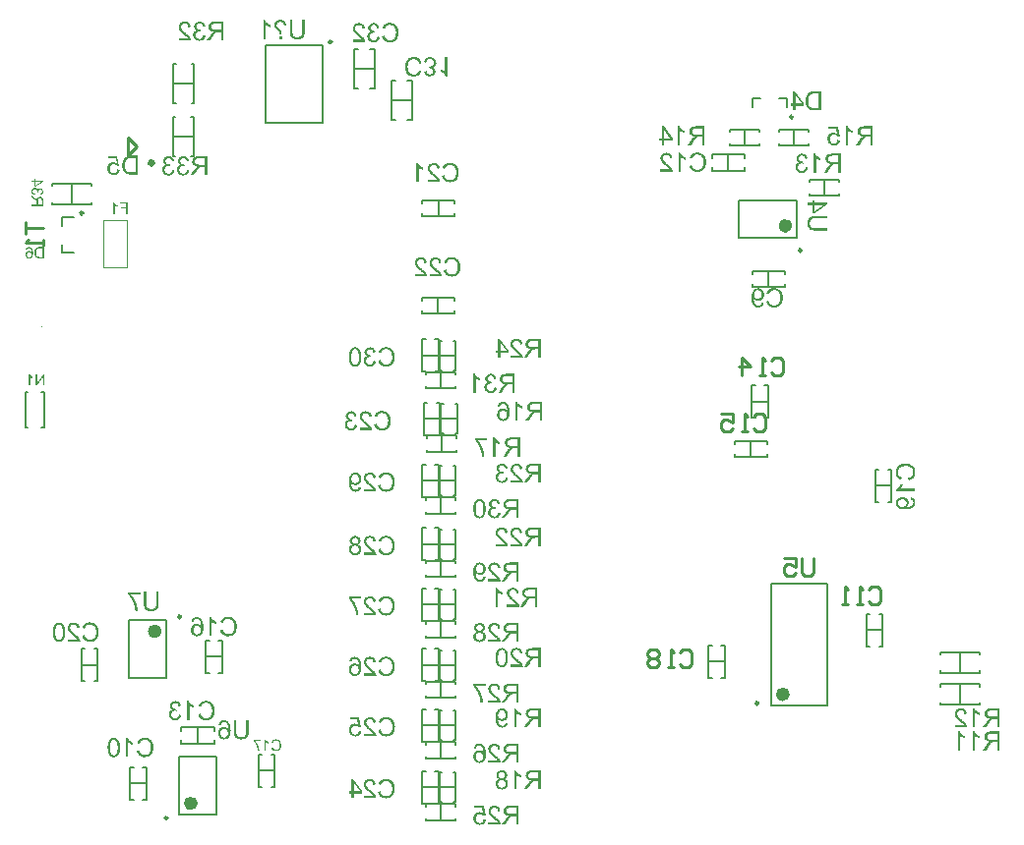
<source format=gbo>
G04*
G04 #@! TF.GenerationSoftware,Altium Limited,Altium Designer,19.0.12 (326)*
G04*
G04 Layer_Color=32896*
%FSLAX25Y25*%
%MOIN*%
G70*
G01*
G75*
%ADD10C,0.00984*%
%ADD11C,0.02362*%
%ADD12C,0.00394*%
%ADD13C,0.00591*%
%ADD14C,0.00787*%
%ADD15C,0.01000*%
%ADD91C,0.01968*%
G36*
X104437Y277502D02*
X104589Y277493D01*
X104875Y277435D01*
X104998Y277397D01*
X105113Y277359D01*
X105227Y277321D01*
X105322Y277274D01*
X105408Y277226D01*
X105484Y277188D01*
X105550Y277150D01*
X105607Y277112D01*
X105646Y277083D01*
X105674Y277055D01*
X105693Y277045D01*
X105703Y277036D01*
X105798Y276940D01*
X105884Y276836D01*
X106026Y276617D01*
X106141Y276388D01*
X106217Y276169D01*
X106283Y275969D01*
X106302Y275884D01*
X106312Y275817D01*
X106331Y275750D01*
Y275703D01*
X106341Y275674D01*
Y275665D01*
X105531Y275560D01*
X105484Y275798D01*
X105417Y275998D01*
X105350Y276160D01*
X105274Y276303D01*
X105208Y276407D01*
X105151Y276483D01*
X105103Y276522D01*
X105093Y276541D01*
X104960Y276645D01*
X104817Y276731D01*
X104684Y276788D01*
X104551Y276826D01*
X104437Y276845D01*
X104341Y276864D01*
X104256D01*
X104075Y276845D01*
X103903Y276807D01*
X103751Y276750D01*
X103627Y276693D01*
X103523Y276626D01*
X103446Y276569D01*
X103399Y276531D01*
X103380Y276512D01*
X103256Y276379D01*
X103170Y276236D01*
X103104Y276103D01*
X103066Y275979D01*
X103037Y275865D01*
X103028Y275779D01*
X103018Y275722D01*
Y275712D01*
Y275703D01*
X103028Y275608D01*
X103037Y275522D01*
X103056Y275436D01*
X103075Y275370D01*
X103104Y275313D01*
X103123Y275265D01*
X103132Y275236D01*
X103142Y275227D01*
X103199Y275141D01*
X103275Y275046D01*
X103361Y274951D01*
X103456Y274865D01*
X103542Y274779D01*
X103608Y274713D01*
X103656Y274675D01*
X103665Y274656D01*
X103675D01*
X103818Y274532D01*
X103932Y274427D01*
X104027Y274332D01*
X104103Y274256D01*
X104160Y274189D01*
X104208Y274151D01*
X104227Y274123D01*
X104237Y274113D01*
X104313Y274018D01*
X104370Y273923D01*
X104427Y273837D01*
X104465Y273761D01*
X104503Y273704D01*
X104522Y273656D01*
X104532Y273618D01*
X104541Y273608D01*
X104589Y273475D01*
X104617Y273342D01*
X104646Y273209D01*
X104656Y273085D01*
X104665Y272971D01*
X104675Y272885D01*
Y272828D01*
Y272818D01*
Y272809D01*
Y272742D01*
X104665Y272666D01*
Y272609D01*
Y272590D01*
Y272580D01*
X103913D01*
Y272742D01*
X103903Y272885D01*
X103894Y272999D01*
X103884Y273094D01*
X103875Y273161D01*
X103865Y273218D01*
X103856Y273247D01*
Y273256D01*
X103808Y273399D01*
X103780Y273466D01*
X103751Y273523D01*
X103723Y273561D01*
X103703Y273599D01*
X103684Y273618D01*
Y273627D01*
X103627Y273694D01*
X103551Y273770D01*
X103389Y273932D01*
X103304Y274008D01*
X103237Y274065D01*
X103199Y274103D01*
X103180Y274123D01*
X102980Y274303D01*
X102818Y274465D01*
X102685Y274618D01*
X102580Y274741D01*
X102504Y274846D01*
X102447Y274913D01*
X102418Y274960D01*
X102409Y274979D01*
X102342Y275113D01*
X102295Y275255D01*
X102257Y275389D01*
X102237Y275503D01*
X102218Y275608D01*
X102209Y275693D01*
Y275741D01*
Y275760D01*
X102218Y275893D01*
X102237Y276017D01*
X102257Y276141D01*
X102295Y276255D01*
X102390Y276474D01*
X102485Y276655D01*
X102590Y276798D01*
X102637Y276855D01*
X102685Y276902D01*
X102723Y276950D01*
X102742Y276979D01*
X102761Y276988D01*
X102771Y276998D01*
X102875Y277093D01*
X102999Y277169D01*
X103113Y277236D01*
X103247Y277293D01*
X103494Y277388D01*
X103732Y277445D01*
X103846Y277474D01*
X103951Y277483D01*
X104037Y277493D01*
X104122Y277502D01*
X104180Y277512D01*
X104275D01*
X104437Y277502D01*
D02*
G37*
G36*
X99029Y277264D02*
X99143Y277112D01*
X99258Y276969D01*
X99372Y276836D01*
X99477Y276722D01*
X99562Y276636D01*
X99629Y276579D01*
X99638Y276569D01*
X99648Y276560D01*
X99838Y276398D01*
X100029Y276255D01*
X100219Y276131D01*
X100400Y276027D01*
X100552Y275941D01*
X100619Y275903D01*
X100676Y275874D01*
X100724Y275846D01*
X100762Y275827D01*
X100781Y275817D01*
X100790D01*
Y275056D01*
X100648Y275113D01*
X100505Y275179D01*
X100372Y275236D01*
X100248Y275303D01*
X100134Y275360D01*
X100048Y275408D01*
X99991Y275446D01*
X99981Y275455D01*
X99972D01*
X99810Y275560D01*
X99657Y275655D01*
X99524Y275750D01*
X99419Y275827D01*
X99334Y275903D01*
X99267Y275950D01*
X99229Y275989D01*
X99220Y275998D01*
Y271000D01*
X98429D01*
Y277426D01*
X98944D01*
X99029Y277264D01*
D02*
G37*
G36*
X112500Y273704D02*
Y273523D01*
X112490Y273342D01*
X112481Y273180D01*
X112462Y273018D01*
X112443Y272875D01*
X112424Y272752D01*
X112405Y272628D01*
X112376Y272514D01*
X112357Y272418D01*
X112338Y272333D01*
X112319Y272266D01*
X112300Y272200D01*
X112281Y272152D01*
X112271Y272123D01*
X112262Y272104D01*
Y272095D01*
X112157Y271885D01*
X112033Y271714D01*
X111891Y271552D01*
X111757Y271428D01*
X111634Y271333D01*
X111539Y271257D01*
X111500Y271229D01*
X111472Y271219D01*
X111453Y271200D01*
X111443D01*
X111215Y271095D01*
X110967Y271029D01*
X110729Y270971D01*
X110491Y270933D01*
X110387Y270924D01*
X110282Y270914D01*
X110196Y270905D01*
X110120D01*
X110053Y270895D01*
X109968D01*
X109634Y270914D01*
X109482Y270924D01*
X109349Y270952D01*
X109216Y270981D01*
X109092Y271009D01*
X108978Y271038D01*
X108873Y271076D01*
X108778Y271105D01*
X108702Y271133D01*
X108635Y271162D01*
X108578Y271190D01*
X108530Y271219D01*
X108502Y271229D01*
X108483Y271248D01*
X108473D01*
X108273Y271390D01*
X108111Y271543D01*
X107968Y271695D01*
X107864Y271838D01*
X107778Y271971D01*
X107721Y272076D01*
X107702Y272114D01*
X107692Y272142D01*
X107683Y272161D01*
Y272171D01*
X107607Y272399D01*
X107559Y272656D01*
X107521Y272904D01*
X107492Y273151D01*
X107483Y273266D01*
X107473Y273371D01*
Y273466D01*
X107464Y273542D01*
Y273608D01*
Y273666D01*
Y273694D01*
Y273704D01*
Y277407D01*
X108311D01*
Y273704D01*
Y273485D01*
X108330Y273294D01*
X108349Y273104D01*
X108378Y272942D01*
X108406Y272799D01*
X108435Y272666D01*
X108473Y272542D01*
X108511Y272438D01*
X108549Y272352D01*
X108587Y272276D01*
X108616Y272209D01*
X108644Y272161D01*
X108673Y272123D01*
X108692Y272095D01*
X108702Y272085D01*
X108711Y272076D01*
X108787Y272000D01*
X108882Y271942D01*
X109092Y271838D01*
X109311Y271762D01*
X109530Y271714D01*
X109730Y271676D01*
X109815Y271666D01*
X109891D01*
X109958Y271657D01*
X110044D01*
X110244Y271666D01*
X110425Y271685D01*
X110577Y271724D01*
X110720Y271762D01*
X110825Y271800D01*
X110910Y271838D01*
X110958Y271857D01*
X110977Y271866D01*
X111110Y271952D01*
X111215Y272047D01*
X111310Y272152D01*
X111377Y272247D01*
X111434Y272342D01*
X111472Y272409D01*
X111491Y272457D01*
X111500Y272476D01*
X111529Y272552D01*
X111548Y272647D01*
X111586Y272837D01*
X111615Y273037D01*
X111634Y273237D01*
X111643Y273418D01*
Y273504D01*
X111653Y273570D01*
Y273627D01*
Y273666D01*
Y273694D01*
Y273704D01*
Y277407D01*
X112500D01*
Y273704D01*
D02*
G37*
G36*
X104808Y271000D02*
X103913D01*
Y271895D01*
X104808D01*
Y271000D01*
D02*
G37*
G36*
X63000Y79704D02*
Y79523D01*
X62990Y79342D01*
X62981Y79180D01*
X62962Y79018D01*
X62943Y78875D01*
X62924Y78752D01*
X62905Y78628D01*
X62876Y78514D01*
X62857Y78418D01*
X62838Y78333D01*
X62819Y78266D01*
X62800Y78199D01*
X62781Y78152D01*
X62771Y78123D01*
X62762Y78104D01*
Y78095D01*
X62657Y77885D01*
X62533Y77714D01*
X62391Y77552D01*
X62257Y77428D01*
X62134Y77333D01*
X62038Y77257D01*
X62000Y77228D01*
X61972Y77219D01*
X61953Y77200D01*
X61943D01*
X61715Y77095D01*
X61467Y77029D01*
X61229Y76971D01*
X60991Y76933D01*
X60887Y76924D01*
X60782Y76914D01*
X60696Y76905D01*
X60620D01*
X60553Y76895D01*
X60468D01*
X60135Y76914D01*
X59982Y76924D01*
X59849Y76952D01*
X59716Y76981D01*
X59592Y77009D01*
X59478Y77038D01*
X59373Y77076D01*
X59278Y77105D01*
X59202Y77133D01*
X59135Y77162D01*
X59078Y77190D01*
X59030Y77219D01*
X59002Y77228D01*
X58983Y77248D01*
X58973D01*
X58773Y77390D01*
X58611Y77543D01*
X58469Y77695D01*
X58364Y77838D01*
X58278Y77971D01*
X58221Y78076D01*
X58202Y78114D01*
X58192Y78142D01*
X58183Y78161D01*
Y78171D01*
X58107Y78399D01*
X58059Y78657D01*
X58021Y78904D01*
X57993Y79151D01*
X57983Y79266D01*
X57973Y79370D01*
Y79466D01*
X57964Y79542D01*
Y79609D01*
Y79666D01*
Y79694D01*
Y79704D01*
Y83407D01*
X58811D01*
Y79704D01*
Y79485D01*
X58830Y79294D01*
X58849Y79104D01*
X58878Y78942D01*
X58906Y78799D01*
X58935Y78666D01*
X58973Y78542D01*
X59011Y78438D01*
X59049Y78352D01*
X59087Y78276D01*
X59116Y78209D01*
X59144Y78161D01*
X59173Y78123D01*
X59192Y78095D01*
X59202Y78085D01*
X59211Y78076D01*
X59287Y78000D01*
X59382Y77943D01*
X59592Y77838D01*
X59811Y77762D01*
X60030Y77714D01*
X60230Y77676D01*
X60315Y77666D01*
X60391D01*
X60458Y77657D01*
X60544D01*
X60744Y77666D01*
X60925Y77685D01*
X61077Y77723D01*
X61220Y77762D01*
X61325Y77800D01*
X61410Y77838D01*
X61458Y77857D01*
X61477Y77866D01*
X61610Y77952D01*
X61715Y78047D01*
X61810Y78152D01*
X61877Y78247D01*
X61934Y78342D01*
X61972Y78409D01*
X61991Y78457D01*
X62000Y78476D01*
X62029Y78552D01*
X62048Y78647D01*
X62086Y78837D01*
X62115Y79037D01*
X62134Y79237D01*
X62143Y79418D01*
Y79504D01*
X62153Y79570D01*
Y79628D01*
Y79666D01*
Y79694D01*
Y79704D01*
Y83407D01*
X63000D01*
Y79704D01*
D02*
G37*
G36*
X56822Y82569D02*
X53680D01*
X53899Y82303D01*
X54118Y82017D01*
X54308Y81731D01*
X54480Y81474D01*
X54556Y81351D01*
X54622Y81236D01*
X54680Y81141D01*
X54727Y81055D01*
X54765Y80979D01*
X54794Y80932D01*
X54813Y80894D01*
X54822Y80884D01*
X55003Y80513D01*
X55165Y80142D01*
X55308Y79799D01*
X55365Y79637D01*
X55422Y79485D01*
X55470Y79342D01*
X55517Y79209D01*
X55546Y79094D01*
X55574Y78999D01*
X55603Y78923D01*
X55622Y78866D01*
X55632Y78828D01*
Y78818D01*
X55727Y78438D01*
X55765Y78257D01*
X55793Y78085D01*
X55822Y77923D01*
X55850Y77771D01*
X55870Y77638D01*
X55889Y77514D01*
X55898Y77400D01*
X55908Y77295D01*
X55917Y77209D01*
Y77133D01*
X55927Y77076D01*
Y77038D01*
Y77009D01*
Y77000D01*
X55117D01*
X55089Y77352D01*
X55051Y77676D01*
X55003Y77981D01*
X54975Y78114D01*
X54946Y78238D01*
X54927Y78352D01*
X54899Y78457D01*
X54879Y78542D01*
X54860Y78618D01*
X54841Y78685D01*
X54832Y78723D01*
X54822Y78752D01*
Y78761D01*
X54689Y79180D01*
X54537Y79580D01*
X54461Y79780D01*
X54384Y79961D01*
X54308Y80132D01*
X54232Y80294D01*
X54165Y80437D01*
X54099Y80570D01*
X54042Y80684D01*
X53985Y80789D01*
X53947Y80865D01*
X53918Y80922D01*
X53899Y80960D01*
X53889Y80970D01*
X53775Y81170D01*
X53661Y81360D01*
X53556Y81532D01*
X53442Y81703D01*
X53337Y81855D01*
X53242Y81998D01*
X53147Y82131D01*
X53052Y82245D01*
X52975Y82350D01*
X52899Y82445D01*
X52833Y82531D01*
X52776Y82588D01*
X52728Y82645D01*
X52699Y82683D01*
X52680Y82702D01*
X52671Y82712D01*
Y83321D01*
X56822D01*
Y82569D01*
D02*
G37*
G36*
X48023Y215457D02*
X48092Y215366D01*
X48160Y215280D01*
X48229Y215200D01*
X48292Y215132D01*
X48343Y215080D01*
X48383Y215046D01*
X48389Y215040D01*
X48395Y215035D01*
X48509Y214938D01*
X48623Y214852D01*
X48737Y214778D01*
X48846Y214715D01*
X48937Y214664D01*
X48977Y214641D01*
X49011Y214623D01*
X49040Y214606D01*
X49063Y214595D01*
X49074Y214589D01*
X49080D01*
Y214132D01*
X48994Y214167D01*
X48908Y214207D01*
X48829Y214241D01*
X48754Y214281D01*
X48686Y214315D01*
X48634Y214344D01*
X48600Y214367D01*
X48594Y214372D01*
X48589D01*
X48492Y214435D01*
X48400Y214492D01*
X48320Y214549D01*
X48257Y214595D01*
X48206Y214641D01*
X48166Y214669D01*
X48143Y214692D01*
X48138Y214698D01*
Y211700D01*
X47664D01*
Y215554D01*
X47972D01*
X48023Y215457D01*
D02*
G37*
G36*
X52500Y211700D02*
X51992D01*
Y213447D01*
X50187D01*
Y213898D01*
X51992D01*
Y215092D01*
X49908D01*
Y215543D01*
X52500D01*
Y211700D01*
D02*
G37*
G36*
X184008Y22764D02*
X184122Y22612D01*
X184237Y22469D01*
X184351Y22336D01*
X184456Y22221D01*
X184541Y22136D01*
X184608Y22079D01*
X184617Y22069D01*
X184627Y22060D01*
X184817Y21898D01*
X185008Y21755D01*
X185198Y21631D01*
X185379Y21527D01*
X185531Y21441D01*
X185598Y21403D01*
X185655Y21374D01*
X185703Y21346D01*
X185741Y21327D01*
X185760Y21317D01*
X185769D01*
Y20556D01*
X185627Y20613D01*
X185484Y20679D01*
X185351Y20736D01*
X185227Y20803D01*
X185113Y20860D01*
X185027Y20908D01*
X184970Y20946D01*
X184960Y20955D01*
X184951D01*
X184789Y21060D01*
X184636Y21155D01*
X184503Y21250D01*
X184398Y21327D01*
X184313Y21403D01*
X184246Y21450D01*
X184208Y21488D01*
X184199Y21498D01*
Y16500D01*
X183408D01*
Y22926D01*
X183923D01*
X184008Y22764D01*
D02*
G37*
G36*
X192500Y16500D02*
X191653D01*
Y19346D01*
X190558D01*
X190463Y19337D01*
X190387D01*
X190320Y19327D01*
X190272Y19318D01*
X190234D01*
X190215Y19308D01*
X190206D01*
X190063Y19261D01*
X189939Y19204D01*
X189882Y19175D01*
X189844Y19156D01*
X189825Y19147D01*
X189815Y19137D01*
X189739Y19080D01*
X189663Y19023D01*
X189530Y18880D01*
X189473Y18813D01*
X189425Y18756D01*
X189397Y18718D01*
X189387Y18709D01*
X189292Y18585D01*
X189187Y18442D01*
X189082Y18299D01*
X188987Y18157D01*
X188901Y18023D01*
X188835Y17919D01*
X188806Y17880D01*
X188787Y17852D01*
X188768Y17833D01*
Y17823D01*
X187921Y16500D01*
X186864D01*
X187978Y18242D01*
X188102Y18423D01*
X188225Y18585D01*
X188340Y18728D01*
X188444Y18851D01*
X188540Y18956D01*
X188606Y19032D01*
X188654Y19070D01*
X188673Y19089D01*
X188749Y19147D01*
X188825Y19213D01*
X188997Y19308D01*
X189073Y19356D01*
X189130Y19385D01*
X189168Y19404D01*
X189187Y19413D01*
X189016Y19442D01*
X188863Y19470D01*
X188721Y19518D01*
X188587Y19556D01*
X188463Y19603D01*
X188349Y19651D01*
X188254Y19708D01*
X188159Y19756D01*
X188083Y19803D01*
X188016Y19851D01*
X187959Y19889D01*
X187911Y19927D01*
X187873Y19956D01*
X187845Y19984D01*
X187835Y19994D01*
X187826Y20003D01*
X187750Y20089D01*
X187673Y20184D01*
X187569Y20384D01*
X187483Y20575D01*
X187435Y20755D01*
X187397Y20917D01*
X187388Y20984D01*
Y21041D01*
X187378Y21089D01*
Y21127D01*
Y21146D01*
Y21155D01*
X187388Y21346D01*
X187416Y21527D01*
X187464Y21688D01*
X187512Y21831D01*
X187569Y21955D01*
X187607Y22041D01*
X187645Y22098D01*
X187654Y22117D01*
X187759Y22269D01*
X187873Y22393D01*
X187997Y22498D01*
X188111Y22583D01*
X188216Y22650D01*
X188292Y22697D01*
X188349Y22717D01*
X188359Y22726D01*
X188368D01*
X188454Y22755D01*
X188549Y22783D01*
X188759Y22831D01*
X188968Y22859D01*
X189178Y22888D01*
X189368Y22897D01*
X189454D01*
X189520Y22907D01*
X192500D01*
Y16500D01*
D02*
G37*
G36*
X179458Y22917D02*
X179600Y22907D01*
X179867Y22850D01*
X180095Y22774D01*
X180200Y22736D01*
X180286Y22688D01*
X180371Y22640D01*
X180448Y22602D01*
X180505Y22564D01*
X180552Y22526D01*
X180590Y22498D01*
X180629Y22469D01*
X180638Y22459D01*
X180648Y22450D01*
X180733Y22355D01*
X180809Y22260D01*
X180876Y22164D01*
X180933Y22069D01*
X181019Y21869D01*
X181076Y21679D01*
X181114Y21517D01*
X181124Y21450D01*
X181133Y21384D01*
X181143Y21336D01*
Y21298D01*
Y21279D01*
Y21270D01*
X181133Y21108D01*
X181105Y20955D01*
X181067Y20822D01*
X181028Y20708D01*
X180990Y20613D01*
X180952Y20537D01*
X180924Y20498D01*
X180914Y20479D01*
X180809Y20365D01*
X180695Y20260D01*
X180581Y20175D01*
X180457Y20099D01*
X180352Y20041D01*
X180257Y20003D01*
X180200Y19975D01*
X180191Y19965D01*
X180181D01*
X180391Y19899D01*
X180571Y19813D01*
X180724Y19718D01*
X180857Y19623D01*
X180952Y19537D01*
X181028Y19461D01*
X181067Y19413D01*
X181086Y19404D01*
Y19394D01*
X181190Y19232D01*
X181266Y19051D01*
X181324Y18880D01*
X181362Y18718D01*
X181381Y18566D01*
X181390Y18509D01*
Y18452D01*
X181400Y18404D01*
Y18375D01*
Y18356D01*
Y18347D01*
X181390Y18195D01*
X181371Y18042D01*
X181343Y17909D01*
X181305Y17776D01*
X181219Y17538D01*
X181162Y17433D01*
X181105Y17338D01*
X181057Y17243D01*
X181000Y17166D01*
X180952Y17100D01*
X180905Y17052D01*
X180876Y17005D01*
X180848Y16976D01*
X180828Y16957D01*
X180819Y16947D01*
X180705Y16852D01*
X180590Y16767D01*
X180457Y16690D01*
X180333Y16633D01*
X180210Y16576D01*
X180076Y16529D01*
X179838Y16462D01*
X179724Y16443D01*
X179619Y16424D01*
X179524Y16414D01*
X179448Y16405D01*
X179381Y16395D01*
X179286D01*
X179115Y16405D01*
X178953Y16424D01*
X178791Y16443D01*
X178648Y16481D01*
X178515Y16519D01*
X178391Y16567D01*
X178277Y16624D01*
X178172Y16671D01*
X178077Y16719D01*
X177991Y16776D01*
X177925Y16824D01*
X177868Y16862D01*
X177820Y16900D01*
X177792Y16928D01*
X177773Y16938D01*
X177763Y16947D01*
X177658Y17052D01*
X177573Y17166D01*
X177487Y17281D01*
X177420Y17404D01*
X177363Y17519D01*
X177316Y17633D01*
X177249Y17852D01*
X177220Y17947D01*
X177201Y18042D01*
X177192Y18118D01*
X177182Y18195D01*
X177173Y18252D01*
Y18290D01*
Y18318D01*
Y18328D01*
X177182Y18537D01*
X177220Y18737D01*
X177268Y18909D01*
X177325Y19061D01*
X177392Y19185D01*
X177439Y19270D01*
X177477Y19327D01*
X177487Y19346D01*
X177611Y19499D01*
X177753Y19623D01*
X177906Y19727D01*
X178049Y19813D01*
X178182Y19880D01*
X178296Y19927D01*
X178334Y19946D01*
X178363Y19956D01*
X178382Y19965D01*
X178391D01*
X178220Y20041D01*
X178077Y20118D01*
X177953Y20203D01*
X177858Y20289D01*
X177782Y20356D01*
X177725Y20413D01*
X177687Y20460D01*
X177677Y20470D01*
X177601Y20603D01*
X177544Y20736D01*
X177497Y20860D01*
X177468Y20984D01*
X177449Y21089D01*
X177439Y21174D01*
Y21231D01*
Y21241D01*
Y21250D01*
X177449Y21374D01*
X177458Y21498D01*
X177515Y21726D01*
X177601Y21926D01*
X177696Y22098D01*
X177792Y22241D01*
X177830Y22298D01*
X177877Y22345D01*
X177906Y22383D01*
X177934Y22412D01*
X177944Y22421D01*
X177953Y22431D01*
X178049Y22517D01*
X178163Y22593D01*
X178268Y22659D01*
X178382Y22717D01*
X178610Y22802D01*
X178820Y22869D01*
X179010Y22897D01*
X179096Y22907D01*
X179163Y22917D01*
X179220Y22926D01*
X179305D01*
X179458Y22917D01*
D02*
G37*
G36*
X184008Y43764D02*
X184122Y43612D01*
X184237Y43469D01*
X184351Y43336D01*
X184456Y43222D01*
X184541Y43136D01*
X184608Y43079D01*
X184617Y43069D01*
X184627Y43060D01*
X184817Y42898D01*
X185008Y42755D01*
X185198Y42631D01*
X185379Y42527D01*
X185531Y42441D01*
X185598Y42403D01*
X185655Y42374D01*
X185703Y42346D01*
X185741Y42327D01*
X185760Y42317D01*
X185769D01*
Y41556D01*
X185627Y41613D01*
X185484Y41679D01*
X185351Y41736D01*
X185227Y41803D01*
X185113Y41860D01*
X185027Y41908D01*
X184970Y41946D01*
X184960Y41955D01*
X184951D01*
X184789Y42060D01*
X184636Y42155D01*
X184503Y42250D01*
X184398Y42327D01*
X184313Y42403D01*
X184246Y42450D01*
X184208Y42489D01*
X184199Y42498D01*
Y37500D01*
X183408D01*
Y43926D01*
X183923D01*
X184008Y43764D01*
D02*
G37*
G36*
X179543Y43916D02*
X179696Y43897D01*
X179838Y43869D01*
X179972Y43831D01*
X180219Y43736D01*
X180324Y43679D01*
X180429Y43631D01*
X180514Y43574D01*
X180590Y43517D01*
X180657Y43469D01*
X180714Y43421D01*
X180762Y43383D01*
X180790Y43355D01*
X180809Y43336D01*
X180819Y43326D01*
X180924Y43212D01*
X181009Y43088D01*
X181086Y42965D01*
X181152Y42831D01*
X181200Y42707D01*
X181247Y42574D01*
X181314Y42327D01*
X181343Y42212D01*
X181362Y42108D01*
X181371Y42013D01*
X181381Y41927D01*
X181390Y41860D01*
Y41813D01*
Y41774D01*
Y41765D01*
X181381Y41594D01*
X181371Y41432D01*
X181343Y41279D01*
X181305Y41127D01*
X181266Y40994D01*
X181219Y40870D01*
X181171Y40756D01*
X181114Y40651D01*
X181067Y40556D01*
X181019Y40480D01*
X180971Y40404D01*
X180933Y40347D01*
X180895Y40299D01*
X180867Y40270D01*
X180857Y40251D01*
X180848Y40242D01*
X180743Y40137D01*
X180629Y40051D01*
X180514Y39975D01*
X180400Y39909D01*
X180286Y39861D01*
X180181Y39813D01*
X179962Y39747D01*
X179867Y39718D01*
X179781Y39699D01*
X179696Y39690D01*
X179629Y39680D01*
X179572Y39671D01*
X179496D01*
X179324Y39680D01*
X179153Y39709D01*
X179010Y39747D01*
X178877Y39785D01*
X178763Y39823D01*
X178677Y39861D01*
X178629Y39889D01*
X178610Y39899D01*
X178468Y39994D01*
X178334Y40099D01*
X178229Y40194D01*
X178134Y40289D01*
X178058Y40375D01*
X178011Y40451D01*
X177972Y40489D01*
X177963Y40508D01*
Y40442D01*
Y40394D01*
Y40365D01*
Y40356D01*
X177972Y40175D01*
X177982Y39994D01*
X178001Y39832D01*
X178020Y39690D01*
X178049Y39566D01*
X178068Y39471D01*
X178077Y39433D01*
Y39404D01*
X178087Y39395D01*
Y39385D01*
X178134Y39223D01*
X178182Y39071D01*
X178229Y38947D01*
X178268Y38842D01*
X178315Y38757D01*
X178344Y38690D01*
X178363Y38652D01*
X178372Y38642D01*
X178439Y38547D01*
X178515Y38462D01*
X178591Y38385D01*
X178658Y38319D01*
X178725Y38271D01*
X178772Y38233D01*
X178810Y38214D01*
X178820Y38205D01*
X178925Y38147D01*
X179039Y38109D01*
X179143Y38081D01*
X179248Y38062D01*
X179334Y38052D01*
X179401Y38043D01*
X179467D01*
X179619Y38052D01*
X179753Y38081D01*
X179867Y38119D01*
X179972Y38157D01*
X180048Y38195D01*
X180114Y38233D01*
X180153Y38262D01*
X180162Y38271D01*
X180257Y38376D01*
X180333Y38490D01*
X180391Y38623D01*
X180438Y38747D01*
X180476Y38861D01*
X180505Y38957D01*
X180514Y38995D01*
Y39023D01*
X180524Y39033D01*
Y39042D01*
X181276Y38985D01*
X181228Y38719D01*
X181143Y38481D01*
X181057Y38281D01*
X180952Y38109D01*
X180857Y37976D01*
X180781Y37881D01*
X180752Y37852D01*
X180724Y37824D01*
X180714Y37814D01*
X180705Y37805D01*
X180610Y37729D01*
X180514Y37671D01*
X180314Y37567D01*
X180105Y37500D01*
X179915Y37443D01*
X179743Y37414D01*
X179667Y37405D01*
X179600D01*
X179553Y37395D01*
X179477D01*
X179220Y37414D01*
X178982Y37452D01*
X178772Y37510D01*
X178591Y37586D01*
X178439Y37652D01*
X178382Y37681D01*
X178334Y37709D01*
X178296Y37729D01*
X178258Y37747D01*
X178249Y37767D01*
X178239D01*
X178058Y37928D01*
X177896Y38100D01*
X177763Y38281D01*
X177649Y38462D01*
X177563Y38623D01*
X177525Y38690D01*
X177497Y38757D01*
X177477Y38804D01*
X177458Y38842D01*
X177449Y38861D01*
Y38871D01*
X177401Y39014D01*
X177354Y39166D01*
X177287Y39490D01*
X177239Y39813D01*
X177211Y40128D01*
X177192Y40270D01*
X177182Y40404D01*
Y40527D01*
X177173Y40632D01*
Y40718D01*
Y40775D01*
Y40822D01*
Y40832D01*
Y41041D01*
X177182Y41241D01*
X177201Y41432D01*
X177211Y41603D01*
X177239Y41765D01*
X177259Y41917D01*
X177287Y42051D01*
X177306Y42165D01*
X177335Y42270D01*
X177363Y42365D01*
X177382Y42441D01*
X177401Y42507D01*
X177420Y42555D01*
X177439Y42593D01*
X177449Y42612D01*
Y42622D01*
X177563Y42841D01*
X177687Y43041D01*
X177820Y43202D01*
X177944Y43336D01*
X178058Y43440D01*
X178153Y43526D01*
X178191Y43545D01*
X178220Y43564D01*
X178229Y43583D01*
X178239D01*
X178439Y43698D01*
X178629Y43783D01*
X178829Y43840D01*
X179001Y43888D01*
X179153Y43907D01*
X179220Y43916D01*
X179277D01*
X179324Y43926D01*
X179381D01*
X179543Y43916D01*
D02*
G37*
G36*
X192500Y37500D02*
X191653D01*
Y40347D01*
X190558D01*
X190463Y40337D01*
X190387D01*
X190320Y40327D01*
X190272Y40318D01*
X190234D01*
X190215Y40308D01*
X190206D01*
X190063Y40261D01*
X189939Y40204D01*
X189882Y40175D01*
X189844Y40156D01*
X189825Y40147D01*
X189815Y40137D01*
X189739Y40080D01*
X189663Y40023D01*
X189530Y39880D01*
X189473Y39813D01*
X189425Y39756D01*
X189397Y39718D01*
X189387Y39709D01*
X189292Y39585D01*
X189187Y39442D01*
X189082Y39299D01*
X188987Y39156D01*
X188901Y39023D01*
X188835Y38919D01*
X188806Y38880D01*
X188787Y38852D01*
X188768Y38833D01*
Y38823D01*
X187921Y37500D01*
X186864D01*
X187978Y39242D01*
X188102Y39423D01*
X188225Y39585D01*
X188340Y39728D01*
X188444Y39851D01*
X188540Y39956D01*
X188606Y40032D01*
X188654Y40070D01*
X188673Y40089D01*
X188749Y40147D01*
X188825Y40213D01*
X188997Y40308D01*
X189073Y40356D01*
X189130Y40385D01*
X189168Y40404D01*
X189187Y40413D01*
X189016Y40442D01*
X188863Y40470D01*
X188721Y40518D01*
X188587Y40556D01*
X188463Y40604D01*
X188349Y40651D01*
X188254Y40708D01*
X188159Y40756D01*
X188083Y40803D01*
X188016Y40851D01*
X187959Y40889D01*
X187911Y40927D01*
X187873Y40956D01*
X187845Y40984D01*
X187835Y40994D01*
X187826Y41003D01*
X187750Y41089D01*
X187673Y41184D01*
X187569Y41384D01*
X187483Y41575D01*
X187435Y41755D01*
X187397Y41917D01*
X187388Y41984D01*
Y42041D01*
X187378Y42089D01*
Y42127D01*
Y42146D01*
Y42155D01*
X187388Y42346D01*
X187416Y42527D01*
X187464Y42688D01*
X187512Y42831D01*
X187569Y42955D01*
X187607Y43041D01*
X187645Y43098D01*
X187654Y43117D01*
X187759Y43269D01*
X187873Y43393D01*
X187997Y43498D01*
X188111Y43583D01*
X188216Y43650D01*
X188292Y43698D01*
X188349Y43717D01*
X188359Y43726D01*
X188368D01*
X188454Y43755D01*
X188549Y43783D01*
X188759Y43831D01*
X188968Y43859D01*
X189178Y43888D01*
X189368Y43897D01*
X189454D01*
X189520Y43907D01*
X192500D01*
Y37500D01*
D02*
G37*
G36*
X184390Y64416D02*
X184542Y64407D01*
X184694Y64378D01*
X184828Y64350D01*
X184961Y64312D01*
X185085Y64274D01*
X185189Y64236D01*
X185285Y64188D01*
X185380Y64140D01*
X185456Y64102D01*
X185523Y64064D01*
X185580Y64026D01*
X185618Y63998D01*
X185646Y63969D01*
X185666Y63959D01*
X185675Y63950D01*
X185770Y63855D01*
X185856Y63750D01*
X185932Y63645D01*
X185999Y63531D01*
X186113Y63303D01*
X186189Y63084D01*
X186237Y62884D01*
X186256Y62798D01*
X186275Y62722D01*
X186284Y62655D01*
X186294Y62608D01*
Y62579D01*
Y62570D01*
X185485Y62484D01*
X185466Y62693D01*
X185427Y62884D01*
X185380Y63046D01*
X185313Y63179D01*
X185256Y63284D01*
X185199Y63360D01*
X185161Y63407D01*
X185151Y63426D01*
X185018Y63541D01*
X184866Y63626D01*
X184713Y63693D01*
X184561Y63731D01*
X184437Y63760D01*
X184333Y63769D01*
X184295Y63779D01*
X184237D01*
X184047Y63769D01*
X183876Y63731D01*
X183733Y63674D01*
X183600Y63617D01*
X183504Y63560D01*
X183428Y63503D01*
X183390Y63464D01*
X183371Y63455D01*
X183257Y63331D01*
X183171Y63198D01*
X183114Y63065D01*
X183066Y62941D01*
X183047Y62827D01*
X183038Y62741D01*
X183028Y62684D01*
Y62674D01*
Y62665D01*
X183047Y62493D01*
X183086Y62332D01*
X183143Y62170D01*
X183209Y62017D01*
X183285Y61894D01*
X183343Y61799D01*
X183362Y61760D01*
X183381Y61732D01*
X183400Y61722D01*
Y61713D01*
X183476Y61618D01*
X183571Y61513D01*
X183666Y61408D01*
X183781Y61294D01*
X184009Y61065D01*
X184247Y60856D01*
X184456Y60656D01*
X184552Y60570D01*
X184637Y60504D01*
X184713Y60447D01*
X184761Y60399D01*
X184799Y60370D01*
X184809Y60361D01*
X185047Y60161D01*
X185256Y59980D01*
X185437Y59809D01*
X185580Y59666D01*
X185694Y59552D01*
X185780Y59466D01*
X185827Y59409D01*
X185846Y59399D01*
Y59390D01*
X185970Y59238D01*
X186075Y59085D01*
X186161Y58943D01*
X186237Y58809D01*
X186294Y58705D01*
X186332Y58619D01*
X186351Y58562D01*
X186360Y58552D01*
Y58543D01*
X186389Y58447D01*
X186417Y58343D01*
X186427Y58257D01*
X186437Y58171D01*
X186446Y58105D01*
Y58048D01*
Y58009D01*
Y58000D01*
X182210D01*
Y58752D01*
X185351D01*
X185247Y58904D01*
X185189Y58981D01*
X185132Y59038D01*
X185085Y59095D01*
X185047Y59133D01*
X185028Y59161D01*
X185018Y59171D01*
X184970Y59219D01*
X184923Y59266D01*
X184790Y59390D01*
X184647Y59523D01*
X184494Y59657D01*
X184342Y59780D01*
X184228Y59885D01*
X184180Y59923D01*
X184142Y59952D01*
X184123Y59971D01*
X184114Y59980D01*
X183961Y60113D01*
X183819Y60237D01*
X183685Y60351D01*
X183571Y60456D01*
X183457Y60561D01*
X183362Y60647D01*
X183266Y60732D01*
X183190Y60808D01*
X183124Y60875D01*
X183066Y60932D01*
X183009Y60989D01*
X182971Y61027D01*
X182924Y61085D01*
X182905Y61103D01*
X182781Y61256D01*
X182667Y61399D01*
X182581Y61532D01*
X182505Y61656D01*
X182448Y61751D01*
X182410Y61818D01*
X182391Y61865D01*
X182381Y61884D01*
X182324Y62027D01*
X182286Y62160D01*
X182257Y62284D01*
X182238Y62408D01*
X182229Y62503D01*
X182219Y62579D01*
Y62627D01*
Y62646D01*
X182229Y62789D01*
X182238Y62912D01*
X182267Y63046D01*
X182305Y63160D01*
X182391Y63379D01*
X182486Y63560D01*
X182543Y63636D01*
X182590Y63712D01*
X182638Y63769D01*
X182676Y63817D01*
X182714Y63864D01*
X182743Y63893D01*
X182752Y63902D01*
X182762Y63912D01*
X182867Y64007D01*
X182981Y64083D01*
X183095Y64150D01*
X183209Y64207D01*
X183457Y64302D01*
X183685Y64359D01*
X183800Y64388D01*
X183895Y64397D01*
X183990Y64407D01*
X184066Y64416D01*
X184133Y64426D01*
X184218D01*
X184390Y64416D01*
D02*
G37*
G36*
X192472Y58000D02*
X191625D01*
Y60847D01*
X190530D01*
X190435Y60837D01*
X190359D01*
X190292Y60827D01*
X190245Y60818D01*
X190207D01*
X190187Y60808D01*
X190178D01*
X190035Y60761D01*
X189911Y60704D01*
X189854Y60675D01*
X189816Y60656D01*
X189797Y60647D01*
X189788Y60637D01*
X189711Y60580D01*
X189635Y60523D01*
X189502Y60380D01*
X189445Y60313D01*
X189397Y60256D01*
X189369Y60218D01*
X189359Y60209D01*
X189264Y60085D01*
X189159Y59942D01*
X189055Y59799D01*
X188959Y59657D01*
X188874Y59523D01*
X188807Y59418D01*
X188778Y59380D01*
X188759Y59352D01*
X188740Y59333D01*
Y59323D01*
X187893Y58000D01*
X186836D01*
X187950Y59742D01*
X188074Y59923D01*
X188198Y60085D01*
X188312Y60228D01*
X188417Y60351D01*
X188512Y60456D01*
X188579Y60532D01*
X188626Y60570D01*
X188645Y60589D01*
X188721Y60647D01*
X188797Y60713D01*
X188969Y60808D01*
X189045Y60856D01*
X189102Y60885D01*
X189140Y60904D01*
X189159Y60913D01*
X188988Y60942D01*
X188836Y60970D01*
X188693Y61018D01*
X188559Y61056D01*
X188436Y61103D01*
X188321Y61151D01*
X188226Y61208D01*
X188131Y61256D01*
X188055Y61303D01*
X187988Y61351D01*
X187931Y61389D01*
X187884Y61427D01*
X187846Y61456D01*
X187817Y61484D01*
X187807Y61494D01*
X187798Y61503D01*
X187722Y61589D01*
X187646Y61684D01*
X187541Y61884D01*
X187455Y62075D01*
X187408Y62255D01*
X187370Y62417D01*
X187360Y62484D01*
Y62541D01*
X187350Y62589D01*
Y62627D01*
Y62646D01*
Y62655D01*
X187360Y62846D01*
X187389Y63027D01*
X187436Y63188D01*
X187484Y63331D01*
X187541Y63455D01*
X187579Y63541D01*
X187617Y63598D01*
X187627Y63617D01*
X187731Y63769D01*
X187846Y63893D01*
X187969Y63998D01*
X188084Y64083D01*
X188188Y64150D01*
X188264Y64197D01*
X188321Y64217D01*
X188331Y64226D01*
X188341D01*
X188426Y64255D01*
X188522Y64283D01*
X188731Y64331D01*
X188940Y64359D01*
X189150Y64388D01*
X189340Y64397D01*
X189426D01*
X189492Y64407D01*
X192472D01*
Y58000D01*
D02*
G37*
G36*
X179525Y64407D02*
X179753Y64369D01*
X179953Y64302D01*
X180115Y64236D01*
X180258Y64169D01*
X180306Y64131D01*
X180353Y64102D01*
X180391Y64083D01*
X180420Y64064D01*
X180429Y64045D01*
X180439D01*
X180601Y63893D01*
X180744Y63722D01*
X180858Y63541D01*
X180953Y63369D01*
X181039Y63217D01*
X181067Y63150D01*
X181086Y63093D01*
X181105Y63046D01*
X181124Y63007D01*
X181134Y62989D01*
Y62979D01*
X181172Y62846D01*
X181210Y62703D01*
X181267Y62398D01*
X181305Y62094D01*
X181334Y61808D01*
X181343Y61675D01*
X181353Y61551D01*
Y61437D01*
X181362Y61342D01*
Y61256D01*
Y61199D01*
Y61161D01*
Y61151D01*
X181353Y60827D01*
X181334Y60523D01*
X181305Y60247D01*
X181267Y59990D01*
X181220Y59752D01*
X181163Y59542D01*
X181105Y59352D01*
X181048Y59180D01*
X180991Y59028D01*
X180934Y58904D01*
X180877Y58790D01*
X180829Y58705D01*
X180791Y58638D01*
X180763Y58590D01*
X180744Y58562D01*
X180734Y58552D01*
X180629Y58438D01*
X180515Y58333D01*
X180401Y58248D01*
X180277Y58171D01*
X180163Y58105D01*
X180039Y58057D01*
X179915Y58009D01*
X179801Y57981D01*
X179696Y57952D01*
X179601Y57933D01*
X179506Y57914D01*
X179430Y57905D01*
X179363Y57895D01*
X179278D01*
X179021Y57914D01*
X178802Y57952D01*
X178602Y58009D01*
X178430Y58086D01*
X178297Y58152D01*
X178202Y58209D01*
X178164Y58228D01*
X178135Y58248D01*
X178126Y58267D01*
X178116D01*
X177954Y58419D01*
X177811Y58590D01*
X177688Y58771D01*
X177593Y58943D01*
X177516Y59095D01*
X177488Y59161D01*
X177459Y59219D01*
X177450Y59266D01*
X177431Y59304D01*
X177421Y59323D01*
Y59333D01*
X177383Y59466D01*
X177345Y59609D01*
X177288Y59913D01*
X177240Y60218D01*
X177212Y60504D01*
X177202Y60637D01*
X177193Y60761D01*
Y60865D01*
X177183Y60961D01*
Y61046D01*
Y61103D01*
Y61142D01*
Y61151D01*
Y61322D01*
X177193Y61494D01*
Y61646D01*
X177202Y61789D01*
X177221Y61922D01*
X177231Y62046D01*
X177240Y62160D01*
X177259Y62265D01*
X177269Y62360D01*
X177288Y62436D01*
X177297Y62503D01*
X177307Y62560D01*
X177316Y62608D01*
X177326Y62636D01*
X177335Y62655D01*
Y62665D01*
X177393Y62865D01*
X177459Y63055D01*
X177526Y63217D01*
X177593Y63350D01*
X177650Y63464D01*
X177697Y63550D01*
X177726Y63598D01*
X177735Y63617D01*
X177831Y63760D01*
X177935Y63874D01*
X178050Y63979D01*
X178145Y64064D01*
X178240Y64131D01*
X178306Y64179D01*
X178354Y64207D01*
X178373Y64217D01*
X178525Y64283D01*
X178678Y64340D01*
X178830Y64378D01*
X178973Y64397D01*
X179097Y64416D01*
X179192Y64426D01*
X179278D01*
X179525Y64407D01*
D02*
G37*
G36*
X183169Y84806D02*
X183321Y84796D01*
X183473Y84767D01*
X183607Y84739D01*
X183740Y84701D01*
X183864Y84663D01*
X183968Y84625D01*
X184064Y84577D01*
X184159Y84529D01*
X184235Y84491D01*
X184302Y84453D01*
X184359Y84415D01*
X184397Y84387D01*
X184425Y84358D01*
X184444Y84348D01*
X184454Y84339D01*
X184549Y84244D01*
X184635Y84139D01*
X184711Y84034D01*
X184778Y83920D01*
X184892Y83692D01*
X184968Y83473D01*
X185016Y83273D01*
X185035Y83187D01*
X185054Y83111D01*
X185063Y83044D01*
X185073Y82997D01*
Y82968D01*
Y82959D01*
X184264Y82873D01*
X184245Y83082D01*
X184206Y83273D01*
X184159Y83435D01*
X184092Y83568D01*
X184035Y83673D01*
X183978Y83749D01*
X183940Y83796D01*
X183930Y83815D01*
X183797Y83930D01*
X183645Y84015D01*
X183493Y84082D01*
X183340Y84120D01*
X183216Y84149D01*
X183112Y84158D01*
X183074Y84168D01*
X183017D01*
X182826Y84158D01*
X182655Y84120D01*
X182512Y84063D01*
X182379Y84006D01*
X182283Y83949D01*
X182207Y83892D01*
X182169Y83854D01*
X182150Y83844D01*
X182036Y83720D01*
X181950Y83587D01*
X181893Y83454D01*
X181845Y83330D01*
X181826Y83216D01*
X181817Y83130D01*
X181807Y83073D01*
Y83063D01*
Y83054D01*
X181826Y82882D01*
X181865Y82721D01*
X181922Y82559D01*
X181988Y82406D01*
X182064Y82283D01*
X182122Y82187D01*
X182141Y82149D01*
X182160Y82121D01*
X182179Y82111D01*
Y82102D01*
X182255Y82007D01*
X182350Y81902D01*
X182445Y81797D01*
X182560Y81683D01*
X182788Y81454D01*
X183026Y81245D01*
X183235Y81045D01*
X183331Y80959D01*
X183416Y80893D01*
X183493Y80836D01*
X183540Y80788D01*
X183578Y80760D01*
X183588Y80750D01*
X183826Y80550D01*
X184035Y80369D01*
X184216Y80198D01*
X184359Y80055D01*
X184473Y79941D01*
X184559Y79855D01*
X184606Y79798D01*
X184625Y79788D01*
Y79779D01*
X184749Y79627D01*
X184854Y79474D01*
X184940Y79331D01*
X185016Y79198D01*
X185073Y79093D01*
X185111Y79008D01*
X185130Y78951D01*
X185139Y78941D01*
Y78932D01*
X185168Y78836D01*
X185196Y78732D01*
X185206Y78646D01*
X185216Y78560D01*
X185225Y78494D01*
Y78437D01*
Y78399D01*
Y78389D01*
X180989D01*
Y79141D01*
X184130D01*
X184026Y79293D01*
X183968Y79370D01*
X183911Y79427D01*
X183864Y79484D01*
X183826Y79522D01*
X183807Y79550D01*
X183797Y79560D01*
X183749Y79608D01*
X183702Y79655D01*
X183569Y79779D01*
X183426Y79912D01*
X183273Y80045D01*
X183121Y80169D01*
X183007Y80274D01*
X182959Y80312D01*
X182921Y80341D01*
X182902Y80360D01*
X182893Y80369D01*
X182740Y80502D01*
X182598Y80626D01*
X182464Y80740D01*
X182350Y80845D01*
X182236Y80950D01*
X182141Y81036D01*
X182045Y81121D01*
X181969Y81197D01*
X181903Y81264D01*
X181845Y81321D01*
X181788Y81378D01*
X181750Y81416D01*
X181703Y81473D01*
X181684Y81493D01*
X181560Y81645D01*
X181446Y81788D01*
X181360Y81921D01*
X181284Y82045D01*
X181227Y82140D01*
X181189Y82206D01*
X181170Y82254D01*
X181160Y82273D01*
X181103Y82416D01*
X181065Y82549D01*
X181036Y82673D01*
X181017Y82797D01*
X181008Y82892D01*
X180998Y82968D01*
Y83016D01*
Y83035D01*
X181008Y83178D01*
X181017Y83301D01*
X181046Y83435D01*
X181084Y83549D01*
X181170Y83768D01*
X181265Y83949D01*
X181322Y84025D01*
X181369Y84101D01*
X181417Y84158D01*
X181455Y84206D01*
X181493Y84253D01*
X181522Y84282D01*
X181531Y84291D01*
X181541Y84301D01*
X181646Y84396D01*
X181760Y84472D01*
X181874Y84539D01*
X181988Y84596D01*
X182236Y84691D01*
X182464Y84748D01*
X182579Y84777D01*
X182674Y84786D01*
X182769Y84796D01*
X182845Y84806D01*
X182912Y84815D01*
X182997D01*
X183169Y84806D01*
D02*
G37*
G36*
X177780Y84653D02*
X177895Y84501D01*
X178009Y84358D01*
X178123Y84225D01*
X178228Y84110D01*
X178314Y84025D01*
X178380Y83968D01*
X178390Y83958D01*
X178399Y83949D01*
X178590Y83787D01*
X178780Y83644D01*
X178971Y83520D01*
X179151Y83416D01*
X179304Y83330D01*
X179370Y83292D01*
X179427Y83263D01*
X179475Y83235D01*
X179513Y83216D01*
X179532Y83206D01*
X179542D01*
Y82445D01*
X179399Y82502D01*
X179256Y82568D01*
X179123Y82625D01*
X178999Y82692D01*
X178885Y82749D01*
X178799Y82797D01*
X178742Y82835D01*
X178732Y82844D01*
X178723D01*
X178561Y82949D01*
X178409Y83044D01*
X178276Y83139D01*
X178171Y83216D01*
X178085Y83292D01*
X178018Y83339D01*
X177980Y83377D01*
X177971Y83387D01*
Y78389D01*
X177181D01*
Y84815D01*
X177695D01*
X177780Y84653D01*
D02*
G37*
G36*
X191251Y78389D02*
X190404D01*
Y81235D01*
X189309D01*
X189214Y81226D01*
X189138D01*
X189071Y81216D01*
X189024Y81207D01*
X188986D01*
X188967Y81197D01*
X188957D01*
X188814Y81150D01*
X188690Y81093D01*
X188633Y81064D01*
X188595Y81045D01*
X188576Y81036D01*
X188567Y81026D01*
X188490Y80969D01*
X188414Y80912D01*
X188281Y80769D01*
X188224Y80702D01*
X188176Y80645D01*
X188148Y80607D01*
X188138Y80598D01*
X188043Y80474D01*
X187938Y80331D01*
X187834Y80188D01*
X187738Y80045D01*
X187653Y79912D01*
X187586Y79808D01*
X187557Y79769D01*
X187538Y79741D01*
X187519Y79722D01*
Y79712D01*
X186672Y78389D01*
X185615D01*
X186729Y80131D01*
X186853Y80312D01*
X186977Y80474D01*
X187091Y80617D01*
X187196Y80740D01*
X187291Y80845D01*
X187358Y80921D01*
X187405Y80959D01*
X187424Y80978D01*
X187500Y81036D01*
X187576Y81102D01*
X187748Y81197D01*
X187824Y81245D01*
X187881Y81274D01*
X187919Y81293D01*
X187938Y81302D01*
X187767Y81331D01*
X187615Y81359D01*
X187472Y81407D01*
X187338Y81445D01*
X187215Y81493D01*
X187101Y81540D01*
X187005Y81597D01*
X186910Y81645D01*
X186834Y81692D01*
X186767Y81740D01*
X186710Y81778D01*
X186663Y81816D01*
X186625Y81845D01*
X186596Y81873D01*
X186586Y81883D01*
X186577Y81892D01*
X186501Y81978D01*
X186425Y82073D01*
X186320Y82273D01*
X186234Y82464D01*
X186187Y82644D01*
X186149Y82806D01*
X186139Y82873D01*
Y82930D01*
X186129Y82978D01*
Y83016D01*
Y83035D01*
Y83044D01*
X186139Y83235D01*
X186168Y83416D01*
X186215Y83577D01*
X186263Y83720D01*
X186320Y83844D01*
X186358Y83930D01*
X186396Y83987D01*
X186406Y84006D01*
X186510Y84158D01*
X186625Y84282D01*
X186748Y84387D01*
X186863Y84472D01*
X186967Y84539D01*
X187043Y84587D01*
X187101Y84606D01*
X187110Y84615D01*
X187120D01*
X187205Y84644D01*
X187301Y84672D01*
X187510Y84720D01*
X187719Y84748D01*
X187929Y84777D01*
X188119Y84786D01*
X188205D01*
X188271Y84796D01*
X191251D01*
Y78389D01*
D02*
G37*
G36*
X184344Y105306D02*
X184496Y105296D01*
X184648Y105267D01*
X184781Y105239D01*
X184915Y105201D01*
X185038Y105163D01*
X185143Y105125D01*
X185238Y105077D01*
X185334Y105029D01*
X185410Y104991D01*
X185476Y104953D01*
X185533Y104915D01*
X185572Y104887D01*
X185600Y104858D01*
X185619Y104849D01*
X185629Y104839D01*
X185724Y104744D01*
X185810Y104639D01*
X185886Y104534D01*
X185952Y104420D01*
X186067Y104192D01*
X186143Y103973D01*
X186190Y103773D01*
X186209Y103687D01*
X186229Y103611D01*
X186238Y103544D01*
X186248Y103497D01*
Y103468D01*
Y103459D01*
X185438Y103373D01*
X185419Y103582D01*
X185381Y103773D01*
X185334Y103935D01*
X185267Y104068D01*
X185210Y104173D01*
X185153Y104249D01*
X185115Y104296D01*
X185105Y104315D01*
X184972Y104430D01*
X184819Y104515D01*
X184667Y104582D01*
X184515Y104620D01*
X184391Y104649D01*
X184286Y104658D01*
X184248Y104668D01*
X184191D01*
X184001Y104658D01*
X183829Y104620D01*
X183687Y104563D01*
X183553Y104506D01*
X183458Y104449D01*
X183382Y104392D01*
X183344Y104353D01*
X183325Y104344D01*
X183211Y104220D01*
X183125Y104087D01*
X183068Y103954D01*
X183020Y103830D01*
X183001Y103716D01*
X182992Y103630D01*
X182982Y103573D01*
Y103563D01*
Y103554D01*
X183001Y103382D01*
X183039Y103221D01*
X183096Y103059D01*
X183163Y102906D01*
X183239Y102783D01*
X183296Y102688D01*
X183315Y102649D01*
X183334Y102621D01*
X183353Y102611D01*
Y102602D01*
X183430Y102507D01*
X183525Y102402D01*
X183620Y102297D01*
X183734Y102183D01*
X183963Y101954D01*
X184201Y101745D01*
X184410Y101545D01*
X184505Y101459D01*
X184591Y101393D01*
X184667Y101336D01*
X184715Y101288D01*
X184753Y101260D01*
X184762Y101250D01*
X185000Y101050D01*
X185210Y100869D01*
X185391Y100698D01*
X185533Y100555D01*
X185648Y100441D01*
X185733Y100355D01*
X185781Y100298D01*
X185800Y100288D01*
Y100279D01*
X185924Y100127D01*
X186029Y99974D01*
X186114Y99831D01*
X186190Y99698D01*
X186248Y99594D01*
X186286Y99508D01*
X186305Y99451D01*
X186314Y99441D01*
Y99432D01*
X186343Y99336D01*
X186371Y99232D01*
X186381Y99146D01*
X186390Y99060D01*
X186400Y98994D01*
Y98937D01*
Y98899D01*
Y98889D01*
X182163D01*
Y99641D01*
X185305D01*
X185200Y99793D01*
X185143Y99870D01*
X185086Y99927D01*
X185038Y99984D01*
X185000Y100022D01*
X184981Y100050D01*
X184972Y100060D01*
X184924Y100108D01*
X184877Y100155D01*
X184743Y100279D01*
X184601Y100412D01*
X184448Y100546D01*
X184296Y100669D01*
X184182Y100774D01*
X184134Y100812D01*
X184096Y100841D01*
X184077Y100860D01*
X184067Y100869D01*
X183915Y101002D01*
X183772Y101126D01*
X183639Y101240D01*
X183525Y101345D01*
X183411Y101450D01*
X183315Y101536D01*
X183220Y101621D01*
X183144Y101697D01*
X183077Y101764D01*
X183020Y101821D01*
X182963Y101878D01*
X182925Y101916D01*
X182877Y101973D01*
X182858Y101992D01*
X182735Y102145D01*
X182620Y102288D01*
X182535Y102421D01*
X182459Y102545D01*
X182401Y102640D01*
X182363Y102707D01*
X182344Y102754D01*
X182335Y102773D01*
X182278Y102916D01*
X182240Y103049D01*
X182211Y103173D01*
X182192Y103297D01*
X182183Y103392D01*
X182173Y103468D01*
Y103516D01*
Y103535D01*
X182183Y103678D01*
X182192Y103801D01*
X182221Y103935D01*
X182259Y104049D01*
X182344Y104268D01*
X182439Y104449D01*
X182497Y104525D01*
X182544Y104601D01*
X182592Y104658D01*
X182630Y104706D01*
X182668Y104753D01*
X182697Y104782D01*
X182706Y104791D01*
X182716Y104801D01*
X182820Y104896D01*
X182935Y104972D01*
X183049Y105039D01*
X183163Y105096D01*
X183411Y105191D01*
X183639Y105248D01*
X183753Y105277D01*
X183849Y105286D01*
X183944Y105296D01*
X184020Y105306D01*
X184087Y105315D01*
X184172D01*
X184344Y105306D01*
D02*
G37*
G36*
X179365D02*
X179517Y105296D01*
X179669Y105267D01*
X179803Y105239D01*
X179936Y105201D01*
X180060Y105163D01*
X180164Y105125D01*
X180259Y105077D01*
X180355Y105029D01*
X180431Y104991D01*
X180497Y104953D01*
X180555Y104915D01*
X180593Y104887D01*
X180621Y104858D01*
X180640Y104849D01*
X180650Y104839D01*
X180745Y104744D01*
X180831Y104639D01*
X180907Y104534D01*
X180973Y104420D01*
X181088Y104192D01*
X181164Y103973D01*
X181211Y103773D01*
X181230Y103687D01*
X181249Y103611D01*
X181259Y103544D01*
X181269Y103497D01*
Y103468D01*
Y103459D01*
X180459Y103373D01*
X180440Y103582D01*
X180402Y103773D01*
X180355Y103935D01*
X180288Y104068D01*
X180231Y104173D01*
X180174Y104249D01*
X180136Y104296D01*
X180126Y104315D01*
X179993Y104430D01*
X179841Y104515D01*
X179688Y104582D01*
X179536Y104620D01*
X179412Y104649D01*
X179307Y104658D01*
X179269Y104668D01*
X179212D01*
X179022Y104658D01*
X178850Y104620D01*
X178708Y104563D01*
X178574Y104506D01*
X178479Y104449D01*
X178403Y104392D01*
X178365Y104353D01*
X178346Y104344D01*
X178232Y104220D01*
X178146Y104087D01*
X178089Y103954D01*
X178041Y103830D01*
X178022Y103716D01*
X178013Y103630D01*
X178003Y103573D01*
Y103563D01*
Y103554D01*
X178022Y103382D01*
X178060Y103221D01*
X178117Y103059D01*
X178184Y102906D01*
X178260Y102783D01*
X178317Y102688D01*
X178336Y102649D01*
X178355Y102621D01*
X178375Y102611D01*
Y102602D01*
X178451Y102507D01*
X178546Y102402D01*
X178641Y102297D01*
X178755Y102183D01*
X178984Y101954D01*
X179222Y101745D01*
X179431Y101545D01*
X179526Y101459D01*
X179612Y101393D01*
X179688Y101336D01*
X179736Y101288D01*
X179774Y101260D01*
X179783Y101250D01*
X180021Y101050D01*
X180231Y100869D01*
X180412Y100698D01*
X180555Y100555D01*
X180669Y100441D01*
X180754Y100355D01*
X180802Y100298D01*
X180821Y100288D01*
Y100279D01*
X180945Y100127D01*
X181050Y99974D01*
X181135Y99831D01*
X181211Y99698D01*
X181269Y99594D01*
X181307Y99508D01*
X181326Y99451D01*
X181335Y99441D01*
Y99432D01*
X181364Y99336D01*
X181392Y99232D01*
X181402Y99146D01*
X181411Y99060D01*
X181421Y98994D01*
Y98937D01*
Y98899D01*
Y98889D01*
X177184D01*
Y99641D01*
X180326D01*
X180221Y99793D01*
X180164Y99870D01*
X180107Y99927D01*
X180060Y99984D01*
X180021Y100022D01*
X180002Y100050D01*
X179993Y100060D01*
X179945Y100108D01*
X179898Y100155D01*
X179764Y100279D01*
X179622Y100412D01*
X179469Y100546D01*
X179317Y100669D01*
X179203Y100774D01*
X179155Y100812D01*
X179117Y100841D01*
X179098Y100860D01*
X179088Y100869D01*
X178936Y101002D01*
X178793Y101126D01*
X178660Y101240D01*
X178546Y101345D01*
X178432Y101450D01*
X178336Y101536D01*
X178241Y101621D01*
X178165Y101697D01*
X178098Y101764D01*
X178041Y101821D01*
X177984Y101878D01*
X177946Y101916D01*
X177899Y101973D01*
X177879Y101992D01*
X177756Y102145D01*
X177641Y102288D01*
X177556Y102421D01*
X177480Y102545D01*
X177422Y102640D01*
X177384Y102707D01*
X177365Y102754D01*
X177356Y102773D01*
X177299Y102916D01*
X177261Y103049D01*
X177232Y103173D01*
X177213Y103297D01*
X177204Y103392D01*
X177194Y103468D01*
Y103516D01*
Y103535D01*
X177204Y103678D01*
X177213Y103801D01*
X177242Y103935D01*
X177280Y104049D01*
X177365Y104268D01*
X177461Y104449D01*
X177518Y104525D01*
X177565Y104601D01*
X177613Y104658D01*
X177651Y104706D01*
X177689Y104753D01*
X177718Y104782D01*
X177727Y104791D01*
X177737Y104801D01*
X177841Y104896D01*
X177956Y104972D01*
X178070Y105039D01*
X178184Y105096D01*
X178432Y105191D01*
X178660Y105248D01*
X178774Y105277D01*
X178869Y105286D01*
X178965Y105296D01*
X179041Y105306D01*
X179107Y105315D01*
X179193D01*
X179365Y105306D01*
D02*
G37*
G36*
X192426Y98889D02*
X191579D01*
Y101735D01*
X190484D01*
X190389Y101726D01*
X190313D01*
X190246Y101716D01*
X190198Y101707D01*
X190160D01*
X190141Y101697D01*
X190132D01*
X189989Y101650D01*
X189865Y101593D01*
X189808Y101564D01*
X189770Y101545D01*
X189751Y101536D01*
X189741Y101526D01*
X189665Y101469D01*
X189589Y101412D01*
X189456Y101269D01*
X189399Y101202D01*
X189351Y101145D01*
X189322Y101107D01*
X189313Y101098D01*
X189218Y100974D01*
X189113Y100831D01*
X189008Y100688D01*
X188913Y100546D01*
X188827Y100412D01*
X188761Y100308D01*
X188732Y100269D01*
X188713Y100241D01*
X188694Y100222D01*
Y100212D01*
X187847Y98889D01*
X186790D01*
X187904Y100631D01*
X188028Y100812D01*
X188152Y100974D01*
X188266Y101117D01*
X188371Y101240D01*
X188466Y101345D01*
X188532Y101421D01*
X188580Y101459D01*
X188599Y101478D01*
X188675Y101536D01*
X188751Y101602D01*
X188923Y101697D01*
X188999Y101745D01*
X189056Y101774D01*
X189094Y101793D01*
X189113Y101802D01*
X188942Y101831D01*
X188789Y101859D01*
X188647Y101907D01*
X188513Y101945D01*
X188390Y101992D01*
X188275Y102040D01*
X188180Y102097D01*
X188085Y102145D01*
X188009Y102192D01*
X187942Y102240D01*
X187885Y102278D01*
X187837Y102316D01*
X187799Y102345D01*
X187771Y102373D01*
X187761Y102383D01*
X187752Y102392D01*
X187675Y102478D01*
X187599Y102573D01*
X187495Y102773D01*
X187409Y102964D01*
X187361Y103144D01*
X187323Y103306D01*
X187314Y103373D01*
Y103430D01*
X187304Y103478D01*
Y103516D01*
Y103535D01*
Y103544D01*
X187314Y103735D01*
X187342Y103916D01*
X187390Y104077D01*
X187437Y104220D01*
X187495Y104344D01*
X187533Y104430D01*
X187571Y104487D01*
X187580Y104506D01*
X187685Y104658D01*
X187799Y104782D01*
X187923Y104887D01*
X188037Y104972D01*
X188142Y105039D01*
X188218Y105087D01*
X188275Y105106D01*
X188285Y105115D01*
X188294D01*
X188380Y105144D01*
X188475Y105172D01*
X188685Y105220D01*
X188894Y105248D01*
X189103Y105277D01*
X189294Y105286D01*
X189380D01*
X189446Y105296D01*
X192426D01*
Y98889D01*
D02*
G37*
G36*
X179658Y126907D02*
X179905Y126859D01*
X180124Y126783D01*
X180305Y126707D01*
X180381Y126669D01*
X180457Y126631D01*
X180515Y126593D01*
X180562Y126555D01*
X180600Y126526D01*
X180629Y126507D01*
X180648Y126498D01*
X180657Y126488D01*
X180829Y126307D01*
X180972Y126117D01*
X181086Y125907D01*
X181172Y125717D01*
X181229Y125536D01*
X181257Y125460D01*
X181276Y125403D01*
X181286Y125346D01*
X181295Y125308D01*
X181305Y125279D01*
Y125269D01*
X180515Y125127D01*
X180476Y125327D01*
X180419Y125498D01*
X180353Y125650D01*
X180286Y125774D01*
X180229Y125860D01*
X180172Y125926D01*
X180134Y125974D01*
X180124Y125984D01*
X180000Y126079D01*
X179877Y126155D01*
X179753Y126202D01*
X179629Y126241D01*
X179525Y126260D01*
X179439Y126279D01*
X179363D01*
X179191Y126269D01*
X179049Y126231D01*
X178915Y126193D01*
X178811Y126136D01*
X178715Y126088D01*
X178658Y126041D01*
X178611Y126003D01*
X178601Y125993D01*
X178506Y125879D01*
X178430Y125765D01*
X178382Y125641D01*
X178344Y125527D01*
X178325Y125431D01*
X178306Y125355D01*
Y125298D01*
Y125289D01*
Y125279D01*
Y125184D01*
X178325Y125089D01*
X178373Y124927D01*
X178439Y124784D01*
X178506Y124670D01*
X178582Y124584D01*
X178649Y124517D01*
X178696Y124479D01*
X178706Y124470D01*
X178715D01*
X178868Y124384D01*
X179030Y124318D01*
X179172Y124279D01*
X179315Y124241D01*
X179439Y124222D01*
X179534Y124213D01*
X179658D01*
X179696Y124222D01*
X179744D01*
X179829Y123527D01*
X179705Y123556D01*
X179601Y123575D01*
X179506Y123594D01*
X179429Y123603D01*
X179363Y123613D01*
X179277D01*
X179087Y123594D01*
X178906Y123556D01*
X178753Y123499D01*
X178630Y123442D01*
X178525Y123375D01*
X178449Y123318D01*
X178401Y123280D01*
X178382Y123261D01*
X178258Y123118D01*
X178173Y122975D01*
X178106Y122823D01*
X178068Y122680D01*
X178039Y122556D01*
X178030Y122461D01*
X178020Y122423D01*
Y122395D01*
Y122375D01*
Y122366D01*
X178039Y122166D01*
X178077Y121985D01*
X178144Y121823D01*
X178211Y121680D01*
X178277Y121576D01*
X178344Y121490D01*
X178382Y121442D01*
X178401Y121423D01*
X178553Y121300D01*
X178706Y121204D01*
X178868Y121138D01*
X179010Y121090D01*
X179144Y121062D01*
X179248Y121052D01*
X179287Y121043D01*
X179344D01*
X179515Y121052D01*
X179667Y121090D01*
X179801Y121138D01*
X179915Y121195D01*
X180010Y121243D01*
X180077Y121290D01*
X180115Y121328D01*
X180134Y121338D01*
X180248Y121461D01*
X180343Y121614D01*
X180419Y121776D01*
X180486Y121938D01*
X180534Y122080D01*
X180553Y122147D01*
X180562Y122195D01*
X180572Y122242D01*
X180581Y122280D01*
X180591Y122299D01*
Y122309D01*
X181381Y122204D01*
X181362Y122052D01*
X181333Y121918D01*
X181248Y121661D01*
X181152Y121433D01*
X181038Y121243D01*
X180981Y121166D01*
X180933Y121090D01*
X180886Y121033D01*
X180838Y120985D01*
X180800Y120938D01*
X180772Y120909D01*
X180762Y120900D01*
X180753Y120890D01*
X180648Y120805D01*
X180534Y120729D01*
X180410Y120662D01*
X180296Y120605D01*
X180058Y120519D01*
X179839Y120462D01*
X179734Y120433D01*
X179639Y120424D01*
X179553Y120414D01*
X179486Y120405D01*
X179429Y120395D01*
X179344D01*
X179172Y120405D01*
X179010Y120424D01*
X178858Y120452D01*
X178706Y120491D01*
X178572Y120529D01*
X178449Y120576D01*
X178325Y120633D01*
X178220Y120690D01*
X178125Y120738D01*
X178039Y120795D01*
X177973Y120843D01*
X177906Y120890D01*
X177868Y120919D01*
X177830Y120947D01*
X177811Y120966D01*
X177801Y120976D01*
X177697Y121090D01*
X177602Y121204D01*
X177516Y121319D01*
X177440Y121442D01*
X177383Y121566D01*
X177335Y121680D01*
X177259Y121899D01*
X177230Y122004D01*
X177211Y122099D01*
X177202Y122185D01*
X177192Y122252D01*
X177183Y122318D01*
Y122356D01*
Y122385D01*
Y122395D01*
X177192Y122613D01*
X177230Y122813D01*
X177287Y122994D01*
X177344Y123137D01*
X177401Y123261D01*
X177459Y123346D01*
X177497Y123404D01*
X177506Y123423D01*
X177630Y123565D01*
X177773Y123680D01*
X177925Y123775D01*
X178058Y123851D01*
X178192Y123899D01*
X178287Y123937D01*
X178325Y123946D01*
X178354Y123956D01*
X178373Y123965D01*
X178382D01*
X178230Y124041D01*
X178096Y124137D01*
X177982Y124222D01*
X177887Y124308D01*
X177820Y124384D01*
X177763Y124441D01*
X177735Y124479D01*
X177725Y124498D01*
X177649Y124632D01*
X177592Y124765D01*
X177554Y124889D01*
X177525Y125013D01*
X177506Y125108D01*
X177497Y125193D01*
Y125241D01*
Y125260D01*
X177506Y125422D01*
X177535Y125574D01*
X177573Y125707D01*
X177611Y125831D01*
X177659Y125936D01*
X177697Y126012D01*
X177725Y126060D01*
X177735Y126079D01*
X177830Y126222D01*
X177944Y126336D01*
X178058Y126450D01*
X178163Y126536D01*
X178268Y126602D01*
X178344Y126659D01*
X178401Y126688D01*
X178411Y126698D01*
X178420D01*
X178592Y126774D01*
X178753Y126831D01*
X178915Y126869D01*
X179068Y126897D01*
X179191Y126917D01*
X179296Y126926D01*
X179525D01*
X179658Y126907D01*
D02*
G37*
G36*
X184408Y126917D02*
X184561Y126907D01*
X184713Y126878D01*
X184846Y126850D01*
X184979Y126812D01*
X185103Y126774D01*
X185208Y126736D01*
X185303Y126688D01*
X185398Y126640D01*
X185475Y126602D01*
X185541Y126564D01*
X185598Y126526D01*
X185636Y126498D01*
X185665Y126469D01*
X185684Y126460D01*
X185694Y126450D01*
X185789Y126355D01*
X185874Y126250D01*
X185951Y126145D01*
X186017Y126031D01*
X186131Y125803D01*
X186207Y125584D01*
X186255Y125384D01*
X186274Y125298D01*
X186293Y125222D01*
X186303Y125155D01*
X186312Y125108D01*
Y125079D01*
Y125070D01*
X185503Y124984D01*
X185484Y125193D01*
X185446Y125384D01*
X185398Y125546D01*
X185332Y125679D01*
X185275Y125784D01*
X185217Y125860D01*
X185179Y125907D01*
X185170Y125926D01*
X185037Y126041D01*
X184884Y126126D01*
X184732Y126193D01*
X184580Y126231D01*
X184456Y126260D01*
X184351Y126269D01*
X184313Y126279D01*
X184256D01*
X184066Y126269D01*
X183894Y126231D01*
X183751Y126174D01*
X183618Y126117D01*
X183523Y126060D01*
X183447Y126003D01*
X183409Y125964D01*
X183390Y125955D01*
X183275Y125831D01*
X183190Y125698D01*
X183133Y125565D01*
X183085Y125441D01*
X183066Y125327D01*
X183056Y125241D01*
X183047Y125184D01*
Y125174D01*
Y125165D01*
X183066Y124993D01*
X183104Y124832D01*
X183161Y124670D01*
X183228Y124517D01*
X183304Y124394D01*
X183361Y124299D01*
X183380Y124260D01*
X183399Y124232D01*
X183418Y124222D01*
Y124213D01*
X183494Y124118D01*
X183590Y124013D01*
X183685Y123908D01*
X183799Y123794D01*
X184028Y123565D01*
X184265Y123356D01*
X184475Y123156D01*
X184570Y123070D01*
X184656Y123004D01*
X184732Y122947D01*
X184780Y122899D01*
X184818Y122871D01*
X184827Y122861D01*
X185065Y122661D01*
X185275Y122480D01*
X185456Y122309D01*
X185598Y122166D01*
X185713Y122052D01*
X185798Y121966D01*
X185846Y121909D01*
X185865Y121899D01*
Y121890D01*
X185989Y121738D01*
X186093Y121585D01*
X186179Y121442D01*
X186255Y121309D01*
X186312Y121204D01*
X186350Y121119D01*
X186369Y121062D01*
X186379Y121052D01*
Y121043D01*
X186407Y120947D01*
X186436Y120843D01*
X186446Y120757D01*
X186455Y120671D01*
X186465Y120605D01*
Y120548D01*
Y120510D01*
Y120500D01*
X182228D01*
Y121252D01*
X185370D01*
X185265Y121404D01*
X185208Y121481D01*
X185151Y121538D01*
X185103Y121595D01*
X185065Y121633D01*
X185046Y121661D01*
X185037Y121671D01*
X184989Y121719D01*
X184941Y121766D01*
X184808Y121890D01*
X184665Y122023D01*
X184513Y122157D01*
X184361Y122280D01*
X184246Y122385D01*
X184199Y122423D01*
X184161Y122452D01*
X184142Y122471D01*
X184132Y122480D01*
X183980Y122613D01*
X183837Y122737D01*
X183704Y122851D01*
X183590Y122956D01*
X183475Y123061D01*
X183380Y123147D01*
X183285Y123232D01*
X183209Y123308D01*
X183142Y123375D01*
X183085Y123432D01*
X183028Y123489D01*
X182990Y123527D01*
X182942Y123584D01*
X182923Y123603D01*
X182799Y123756D01*
X182685Y123899D01*
X182599Y124032D01*
X182523Y124156D01*
X182466Y124251D01*
X182428Y124318D01*
X182409Y124365D01*
X182399Y124384D01*
X182342Y124527D01*
X182304Y124660D01*
X182276Y124784D01*
X182257Y124908D01*
X182247Y125003D01*
X182238Y125079D01*
Y125127D01*
Y125146D01*
X182247Y125289D01*
X182257Y125412D01*
X182285Y125546D01*
X182323Y125660D01*
X182409Y125879D01*
X182504Y126060D01*
X182561Y126136D01*
X182609Y126212D01*
X182657Y126269D01*
X182695Y126317D01*
X182733Y126364D01*
X182761Y126393D01*
X182771Y126402D01*
X182780Y126412D01*
X182885Y126507D01*
X182999Y126583D01*
X183114Y126650D01*
X183228Y126707D01*
X183475Y126802D01*
X183704Y126859D01*
X183818Y126888D01*
X183913Y126897D01*
X184008Y126907D01*
X184085Y126917D01*
X184151Y126926D01*
X184237D01*
X184408Y126917D01*
D02*
G37*
G36*
X192491Y120500D02*
X191644D01*
Y123346D01*
X190549D01*
X190454Y123337D01*
X190377D01*
X190311Y123327D01*
X190263Y123318D01*
X190225D01*
X190206Y123308D01*
X190196D01*
X190054Y123261D01*
X189930Y123204D01*
X189873Y123175D01*
X189835Y123156D01*
X189816Y123147D01*
X189806Y123137D01*
X189730Y123080D01*
X189654Y123023D01*
X189521Y122880D01*
X189463Y122813D01*
X189416Y122756D01*
X189387Y122718D01*
X189378Y122709D01*
X189283Y122585D01*
X189178Y122442D01*
X189073Y122299D01*
X188978Y122157D01*
X188892Y122023D01*
X188826Y121918D01*
X188797Y121880D01*
X188778Y121852D01*
X188759Y121833D01*
Y121823D01*
X187912Y120500D01*
X186855D01*
X187969Y122242D01*
X188093Y122423D01*
X188216Y122585D01*
X188330Y122728D01*
X188435Y122851D01*
X188530Y122956D01*
X188597Y123032D01*
X188645Y123070D01*
X188664Y123089D01*
X188740Y123147D01*
X188816Y123213D01*
X188987Y123308D01*
X189064Y123356D01*
X189121Y123385D01*
X189159Y123404D01*
X189178Y123413D01*
X189006Y123442D01*
X188854Y123470D01*
X188711Y123518D01*
X188578Y123556D01*
X188454Y123603D01*
X188340Y123651D01*
X188245Y123708D01*
X188150Y123756D01*
X188074Y123803D01*
X188007Y123851D01*
X187950Y123889D01*
X187902Y123927D01*
X187864Y123956D01*
X187836Y123984D01*
X187826Y123994D01*
X187816Y124003D01*
X187740Y124089D01*
X187664Y124184D01*
X187559Y124384D01*
X187474Y124575D01*
X187426Y124755D01*
X187388Y124917D01*
X187379Y124984D01*
Y125041D01*
X187369Y125089D01*
Y125127D01*
Y125146D01*
Y125155D01*
X187379Y125346D01*
X187407Y125527D01*
X187455Y125688D01*
X187502Y125831D01*
X187559Y125955D01*
X187598Y126041D01*
X187636Y126098D01*
X187645Y126117D01*
X187750Y126269D01*
X187864Y126393D01*
X187988Y126498D01*
X188102Y126583D01*
X188207Y126650D01*
X188283Y126698D01*
X188340Y126717D01*
X188349Y126726D01*
X188359D01*
X188445Y126755D01*
X188540Y126783D01*
X188749Y126831D01*
X188959Y126859D01*
X189168Y126888D01*
X189359Y126897D01*
X189444D01*
X189511Y126907D01*
X192491D01*
Y120500D01*
D02*
G37*
G36*
X184499Y147764D02*
X184613Y147612D01*
X184727Y147469D01*
X184842Y147336D01*
X184946Y147222D01*
X185032Y147136D01*
X185099Y147079D01*
X185108Y147069D01*
X185118Y147060D01*
X185308Y146898D01*
X185498Y146755D01*
X185689Y146631D01*
X185870Y146527D01*
X186022Y146441D01*
X186089Y146403D01*
X186146Y146374D01*
X186194Y146346D01*
X186232Y146327D01*
X186251Y146317D01*
X186260D01*
Y145555D01*
X186117Y145613D01*
X185975Y145679D01*
X185841Y145736D01*
X185717Y145803D01*
X185603Y145860D01*
X185518Y145908D01*
X185460Y145946D01*
X185451Y145955D01*
X185441D01*
X185280Y146060D01*
X185127Y146155D01*
X184994Y146250D01*
X184889Y146327D01*
X184803Y146403D01*
X184737Y146450D01*
X184699Y146488D01*
X184689Y146498D01*
Y141500D01*
X183899D01*
Y147926D01*
X184413D01*
X184499Y147764D01*
D02*
G37*
G36*
X179806Y147916D02*
X179977Y147897D01*
X180139Y147859D01*
X180301Y147812D01*
X180443Y147755D01*
X180577Y147697D01*
X180700Y147631D01*
X180805Y147564D01*
X180900Y147488D01*
X180986Y147421D01*
X181062Y147364D01*
X181119Y147307D01*
X181167Y147260D01*
X181205Y147222D01*
X181224Y147203D01*
X181234Y147193D01*
X181357Y147022D01*
X181462Y146831D01*
X181548Y146631D01*
X181633Y146412D01*
X181700Y146193D01*
X181748Y145965D01*
X181795Y145746D01*
X181833Y145527D01*
X181862Y145317D01*
X181881Y145118D01*
X181900Y144946D01*
X181910Y144794D01*
Y144670D01*
X181919Y144575D01*
Y144537D01*
Y144508D01*
Y144499D01*
Y144489D01*
X181910Y144194D01*
X181890Y143909D01*
X181862Y143651D01*
X181824Y143423D01*
X181776Y143204D01*
X181719Y143004D01*
X181672Y142833D01*
X181605Y142681D01*
X181548Y142547D01*
X181500Y142423D01*
X181443Y142328D01*
X181395Y142252D01*
X181357Y142185D01*
X181329Y142147D01*
X181310Y142119D01*
X181300Y142109D01*
X181176Y141985D01*
X181053Y141871D01*
X180919Y141776D01*
X180786Y141700D01*
X180653Y141624D01*
X180520Y141567D01*
X180386Y141519D01*
X180262Y141481D01*
X180148Y141452D01*
X180034Y141433D01*
X179939Y141414D01*
X179853Y141405D01*
X179787D01*
X179739Y141395D01*
X179691D01*
X179482Y141405D01*
X179291Y141433D01*
X179111Y141481D01*
X178958Y141529D01*
X178834Y141576D01*
X178739Y141624D01*
X178711Y141633D01*
X178682Y141652D01*
X178673Y141662D01*
X178663D01*
X178501Y141776D01*
X178358Y141900D01*
X178235Y142033D01*
X178130Y142157D01*
X178054Y142271D01*
X177997Y142366D01*
X177978Y142404D01*
X177959Y142433D01*
X177949Y142443D01*
Y142452D01*
X177864Y142652D01*
X177797Y142852D01*
X177749Y143042D01*
X177711Y143214D01*
X177692Y143356D01*
Y143423D01*
X177683Y143471D01*
Y143518D01*
Y143547D01*
Y143566D01*
Y143575D01*
X177692Y143747D01*
X177711Y143899D01*
X177730Y144051D01*
X177768Y144194D01*
X177816Y144327D01*
X177864Y144451D01*
X177911Y144565D01*
X177959Y144670D01*
X178016Y144756D01*
X178063Y144842D01*
X178111Y144908D01*
X178159Y144965D01*
X178197Y145013D01*
X178216Y145041D01*
X178235Y145061D01*
X178244Y145070D01*
X178349Y145175D01*
X178463Y145260D01*
X178577Y145337D01*
X178682Y145403D01*
X178796Y145460D01*
X178911Y145508D01*
X179120Y145575D01*
X179311Y145622D01*
X179387Y145632D01*
X179453Y145641D01*
X179510Y145651D01*
X179587D01*
X179748Y145641D01*
X179910Y145613D01*
X180053Y145584D01*
X180186Y145546D01*
X180301Y145498D01*
X180377Y145470D01*
X180434Y145441D01*
X180443Y145432D01*
X180453D01*
X180596Y145346D01*
X180729Y145241D01*
X180853Y145137D01*
X180948Y145032D01*
X181034Y144937D01*
X181091Y144861D01*
X181129Y144813D01*
X181138Y144803D01*
Y144965D01*
X181129Y145137D01*
X181119Y145289D01*
X181100Y145432D01*
X181091Y145565D01*
X181072Y145679D01*
X181053Y145793D01*
X181024Y145889D01*
X181005Y145984D01*
X180986Y146060D01*
X180967Y146117D01*
X180957Y146174D01*
X180938Y146212D01*
X180929Y146250D01*
X180919Y146260D01*
Y146270D01*
X180834Y146450D01*
X180738Y146612D01*
X180634Y146755D01*
X180539Y146869D01*
X180462Y146955D01*
X180386Y147022D01*
X180348Y147060D01*
X180329Y147069D01*
X180215Y147136D01*
X180101Y147193D01*
X179996Y147231D01*
X179891Y147250D01*
X179796Y147269D01*
X179729Y147279D01*
X179663D01*
X179491Y147260D01*
X179339Y147222D01*
X179206Y147174D01*
X179092Y147107D01*
X178996Y147041D01*
X178930Y146993D01*
X178892Y146955D01*
X178873Y146936D01*
X178806Y146850D01*
X178749Y146746D01*
X178692Y146631D01*
X178644Y146527D01*
X178616Y146422D01*
X178587Y146346D01*
X178577Y146289D01*
X178568Y146279D01*
Y146270D01*
X177787Y146327D01*
X177844Y146593D01*
X177921Y146822D01*
X178016Y147022D01*
X178121Y147193D01*
X178216Y147326D01*
X178301Y147421D01*
X178330Y147450D01*
X178358Y147479D01*
X178368Y147498D01*
X178377D01*
X178473Y147574D01*
X178568Y147640D01*
X178768Y147745D01*
X178977Y147821D01*
X179177Y147869D01*
X179349Y147907D01*
X179425Y147916D01*
X179491D01*
X179539Y147926D01*
X179615D01*
X179806Y147916D01*
D02*
G37*
G36*
X192991Y141500D02*
X192143D01*
Y144346D01*
X191049D01*
X190954Y144337D01*
X190877D01*
X190811Y144327D01*
X190763Y144318D01*
X190725D01*
X190706Y144308D01*
X190696D01*
X190554Y144261D01*
X190430Y144204D01*
X190373Y144175D01*
X190335Y144156D01*
X190316Y144147D01*
X190306Y144137D01*
X190230Y144080D01*
X190154Y144023D01*
X190021Y143880D01*
X189963Y143813D01*
X189916Y143756D01*
X189887Y143718D01*
X189878Y143709D01*
X189783Y143585D01*
X189678Y143442D01*
X189573Y143299D01*
X189478Y143157D01*
X189392Y143023D01*
X189325Y142919D01*
X189297Y142880D01*
X189278Y142852D01*
X189259Y142833D01*
Y142823D01*
X188412Y141500D01*
X187355D01*
X188469Y143242D01*
X188593Y143423D01*
X188716Y143585D01*
X188830Y143728D01*
X188935Y143851D01*
X189030Y143956D01*
X189097Y144032D01*
X189145Y144070D01*
X189164Y144089D01*
X189240Y144147D01*
X189316Y144213D01*
X189487Y144308D01*
X189564Y144356D01*
X189621Y144385D01*
X189659Y144404D01*
X189678Y144413D01*
X189506Y144442D01*
X189354Y144470D01*
X189211Y144518D01*
X189078Y144556D01*
X188954Y144604D01*
X188840Y144651D01*
X188745Y144708D01*
X188650Y144756D01*
X188574Y144803D01*
X188507Y144851D01*
X188450Y144889D01*
X188402Y144927D01*
X188364Y144956D01*
X188336Y144984D01*
X188326Y144994D01*
X188316Y145003D01*
X188240Y145089D01*
X188164Y145184D01*
X188059Y145384D01*
X187974Y145575D01*
X187926Y145755D01*
X187888Y145917D01*
X187879Y145984D01*
Y146041D01*
X187869Y146089D01*
Y146127D01*
Y146146D01*
Y146155D01*
X187879Y146346D01*
X187907Y146527D01*
X187955Y146688D01*
X188002Y146831D01*
X188059Y146955D01*
X188098Y147041D01*
X188136Y147098D01*
X188145Y147117D01*
X188250Y147269D01*
X188364Y147393D01*
X188488Y147498D01*
X188602Y147583D01*
X188707Y147650D01*
X188783Y147697D01*
X188840Y147717D01*
X188849Y147726D01*
X188859D01*
X188945Y147755D01*
X189040Y147783D01*
X189249Y147831D01*
X189459Y147859D01*
X189668Y147888D01*
X189859Y147897D01*
X189944D01*
X190011Y147907D01*
X192991D01*
Y141500D01*
D02*
G37*
G36*
X184380Y169306D02*
X184533Y169296D01*
X184685Y169267D01*
X184818Y169239D01*
X184952Y169201D01*
X185075Y169163D01*
X185180Y169125D01*
X185275Y169077D01*
X185371Y169029D01*
X185447Y168991D01*
X185513Y168953D01*
X185571Y168915D01*
X185609Y168887D01*
X185637Y168858D01*
X185656Y168849D01*
X185666Y168839D01*
X185761Y168744D01*
X185847Y168639D01*
X185923Y168534D01*
X185989Y168420D01*
X186104Y168192D01*
X186180Y167973D01*
X186227Y167773D01*
X186246Y167687D01*
X186266Y167611D01*
X186275Y167544D01*
X186284Y167497D01*
Y167468D01*
Y167459D01*
X185475Y167373D01*
X185456Y167582D01*
X185418Y167773D01*
X185371Y167935D01*
X185304Y168068D01*
X185247Y168173D01*
X185190Y168249D01*
X185152Y168296D01*
X185142Y168315D01*
X185009Y168430D01*
X184856Y168515D01*
X184704Y168582D01*
X184552Y168620D01*
X184428Y168649D01*
X184323Y168658D01*
X184285Y168668D01*
X184228D01*
X184038Y168658D01*
X183866Y168620D01*
X183724Y168563D01*
X183590Y168506D01*
X183495Y168449D01*
X183419Y168392D01*
X183381Y168353D01*
X183362Y168344D01*
X183248Y168220D01*
X183162Y168087D01*
X183105Y167954D01*
X183057Y167830D01*
X183038Y167716D01*
X183029Y167630D01*
X183019Y167573D01*
Y167563D01*
Y167554D01*
X183038Y167382D01*
X183076Y167221D01*
X183133Y167059D01*
X183200Y166906D01*
X183276Y166783D01*
X183333Y166688D01*
X183352Y166649D01*
X183371Y166621D01*
X183390Y166611D01*
Y166602D01*
X183467Y166507D01*
X183562Y166402D01*
X183657Y166297D01*
X183771Y166183D01*
X184000Y165954D01*
X184238Y165745D01*
X184447Y165545D01*
X184542Y165459D01*
X184628Y165393D01*
X184704Y165336D01*
X184752Y165288D01*
X184790Y165260D01*
X184799Y165250D01*
X185037Y165050D01*
X185247Y164869D01*
X185428Y164698D01*
X185571Y164555D01*
X185685Y164441D01*
X185770Y164355D01*
X185818Y164298D01*
X185837Y164288D01*
Y164279D01*
X185961Y164127D01*
X186066Y163974D01*
X186151Y163831D01*
X186227Y163698D01*
X186284Y163593D01*
X186323Y163508D01*
X186342Y163451D01*
X186351Y163441D01*
Y163432D01*
X186380Y163336D01*
X186408Y163232D01*
X186418Y163146D01*
X186427Y163060D01*
X186437Y162994D01*
Y162937D01*
Y162899D01*
Y162889D01*
X182200D01*
Y163641D01*
X185342D01*
X185237Y163793D01*
X185180Y163870D01*
X185123Y163927D01*
X185075Y163984D01*
X185037Y164022D01*
X185018Y164050D01*
X185009Y164060D01*
X184961Y164108D01*
X184914Y164155D01*
X184780Y164279D01*
X184638Y164412D01*
X184485Y164546D01*
X184333Y164669D01*
X184219Y164774D01*
X184171Y164812D01*
X184133Y164841D01*
X184114Y164860D01*
X184104Y164869D01*
X183952Y165002D01*
X183809Y165126D01*
X183676Y165240D01*
X183562Y165345D01*
X183448Y165450D01*
X183352Y165536D01*
X183257Y165621D01*
X183181Y165697D01*
X183114Y165764D01*
X183057Y165821D01*
X183000Y165878D01*
X182962Y165916D01*
X182914Y165973D01*
X182895Y165992D01*
X182772Y166145D01*
X182657Y166288D01*
X182572Y166421D01*
X182496Y166545D01*
X182438Y166640D01*
X182400Y166707D01*
X182381Y166754D01*
X182372Y166773D01*
X182315Y166916D01*
X182277Y167049D01*
X182248Y167173D01*
X182229Y167297D01*
X182220Y167392D01*
X182210Y167468D01*
Y167516D01*
Y167535D01*
X182220Y167678D01*
X182229Y167801D01*
X182258Y167935D01*
X182296Y168049D01*
X182381Y168268D01*
X182476Y168449D01*
X182534Y168525D01*
X182581Y168601D01*
X182629Y168658D01*
X182667Y168706D01*
X182705Y168753D01*
X182734Y168782D01*
X182743Y168791D01*
X182753Y168801D01*
X182857Y168896D01*
X182972Y168972D01*
X183086Y169039D01*
X183200Y169096D01*
X183448Y169191D01*
X183676Y169248D01*
X183790Y169277D01*
X183886Y169286D01*
X183981Y169296D01*
X184057Y169306D01*
X184124Y169315D01*
X184209D01*
X184380Y169306D01*
D02*
G37*
G36*
X192463Y162889D02*
X191616D01*
Y165735D01*
X190521D01*
X190426Y165726D01*
X190350D01*
X190283Y165716D01*
X190235Y165707D01*
X190197D01*
X190178Y165697D01*
X190169D01*
X190026Y165650D01*
X189902Y165593D01*
X189845Y165564D01*
X189807Y165545D01*
X189788Y165536D01*
X189778Y165526D01*
X189702Y165469D01*
X189626Y165412D01*
X189493Y165269D01*
X189436Y165202D01*
X189388Y165145D01*
X189359Y165107D01*
X189350Y165098D01*
X189255Y164974D01*
X189150Y164831D01*
X189045Y164688D01*
X188950Y164546D01*
X188864Y164412D01*
X188798Y164307D01*
X188769Y164269D01*
X188750Y164241D01*
X188731Y164222D01*
Y164212D01*
X187884Y162889D01*
X186827D01*
X187941Y164631D01*
X188065Y164812D01*
X188189Y164974D01*
X188303Y165117D01*
X188408Y165240D01*
X188503Y165345D01*
X188569Y165421D01*
X188617Y165459D01*
X188636Y165478D01*
X188712Y165536D01*
X188788Y165602D01*
X188960Y165697D01*
X189036Y165745D01*
X189093Y165774D01*
X189131Y165793D01*
X189150Y165802D01*
X188979Y165831D01*
X188826Y165859D01*
X188684Y165907D01*
X188550Y165945D01*
X188426Y165992D01*
X188312Y166040D01*
X188217Y166097D01*
X188122Y166145D01*
X188046Y166192D01*
X187979Y166240D01*
X187922Y166278D01*
X187874Y166316D01*
X187836Y166345D01*
X187808Y166373D01*
X187798Y166383D01*
X187789Y166392D01*
X187713Y166478D01*
X187636Y166573D01*
X187532Y166773D01*
X187446Y166964D01*
X187398Y167144D01*
X187360Y167306D01*
X187351Y167373D01*
Y167430D01*
X187341Y167478D01*
Y167516D01*
Y167535D01*
Y167544D01*
X187351Y167735D01*
X187379Y167916D01*
X187427Y168077D01*
X187475Y168220D01*
X187532Y168344D01*
X187570Y168430D01*
X187608Y168487D01*
X187617Y168506D01*
X187722Y168658D01*
X187836Y168782D01*
X187960Y168887D01*
X188074Y168972D01*
X188179Y169039D01*
X188255Y169087D01*
X188312Y169106D01*
X188322Y169115D01*
X188331D01*
X188417Y169144D01*
X188512Y169172D01*
X188722Y169220D01*
X188931Y169248D01*
X189140Y169277D01*
X189331Y169286D01*
X189417D01*
X189483Y169296D01*
X192463D01*
Y162889D01*
D02*
G37*
G36*
X181620Y165145D02*
Y164422D01*
X178830D01*
Y162889D01*
X178040D01*
Y164422D01*
X177174D01*
Y165145D01*
X178040D01*
Y169296D01*
X178678D01*
X181620Y165145D01*
D02*
G37*
G36*
X134660Y19917D02*
X134813Y19907D01*
X134965Y19878D01*
X135098Y19850D01*
X135232Y19812D01*
X135355Y19774D01*
X135460Y19736D01*
X135555Y19688D01*
X135651Y19640D01*
X135727Y19602D01*
X135793Y19564D01*
X135851Y19526D01*
X135889Y19498D01*
X135917Y19469D01*
X135936Y19459D01*
X135946Y19450D01*
X136041Y19355D01*
X136127Y19250D01*
X136203Y19145D01*
X136269Y19031D01*
X136384Y18803D01*
X136460Y18584D01*
X136507Y18384D01*
X136526Y18298D01*
X136545Y18222D01*
X136555Y18155D01*
X136565Y18108D01*
Y18079D01*
Y18070D01*
X135755Y17984D01*
X135736Y18193D01*
X135698Y18384D01*
X135651Y18546D01*
X135584Y18679D01*
X135527Y18784D01*
X135470Y18860D01*
X135432Y18907D01*
X135422Y18926D01*
X135289Y19041D01*
X135136Y19126D01*
X134984Y19193D01*
X134832Y19231D01*
X134708Y19260D01*
X134603Y19269D01*
X134565Y19279D01*
X134508D01*
X134318Y19269D01*
X134146Y19231D01*
X134004Y19174D01*
X133870Y19117D01*
X133775Y19060D01*
X133699Y19003D01*
X133661Y18965D01*
X133642Y18955D01*
X133528Y18831D01*
X133442Y18698D01*
X133385Y18565D01*
X133337Y18441D01*
X133318Y18327D01*
X133309Y18241D01*
X133299Y18184D01*
Y18174D01*
Y18165D01*
X133318Y17993D01*
X133356Y17832D01*
X133413Y17670D01*
X133480Y17517D01*
X133556Y17394D01*
X133613Y17299D01*
X133632Y17260D01*
X133651Y17232D01*
X133670Y17222D01*
Y17213D01*
X133747Y17118D01*
X133842Y17013D01*
X133937Y16908D01*
X134051Y16794D01*
X134280Y16565D01*
X134518Y16356D01*
X134727Y16156D01*
X134822Y16070D01*
X134908Y16004D01*
X134984Y15947D01*
X135032Y15899D01*
X135070Y15870D01*
X135079Y15861D01*
X135317Y15661D01*
X135527Y15480D01*
X135708Y15309D01*
X135851Y15166D01*
X135965Y15052D01*
X136050Y14966D01*
X136098Y14909D01*
X136117Y14899D01*
Y14890D01*
X136241Y14738D01*
X136346Y14585D01*
X136431Y14443D01*
X136507Y14309D01*
X136565Y14205D01*
X136603Y14119D01*
X136622Y14062D01*
X136631Y14052D01*
Y14043D01*
X136660Y13947D01*
X136688Y13843D01*
X136698Y13757D01*
X136707Y13671D01*
X136717Y13605D01*
Y13548D01*
Y13510D01*
Y13500D01*
X132480D01*
Y14252D01*
X135622D01*
X135517Y14404D01*
X135460Y14481D01*
X135403Y14538D01*
X135355Y14595D01*
X135317Y14633D01*
X135298Y14661D01*
X135289Y14671D01*
X135241Y14719D01*
X135194Y14766D01*
X135060Y14890D01*
X134917Y15023D01*
X134765Y15157D01*
X134613Y15280D01*
X134499Y15385D01*
X134451Y15423D01*
X134413Y15452D01*
X134394Y15471D01*
X134384Y15480D01*
X134232Y15613D01*
X134089Y15737D01*
X133956Y15851D01*
X133842Y15956D01*
X133728Y16061D01*
X133632Y16147D01*
X133537Y16232D01*
X133461Y16308D01*
X133394Y16375D01*
X133337Y16432D01*
X133280Y16489D01*
X133242Y16527D01*
X133194Y16585D01*
X133175Y16603D01*
X133052Y16756D01*
X132937Y16899D01*
X132852Y17032D01*
X132775Y17156D01*
X132718Y17251D01*
X132680Y17318D01*
X132661Y17365D01*
X132652Y17384D01*
X132595Y17527D01*
X132557Y17660D01*
X132528Y17784D01*
X132509Y17908D01*
X132499Y18003D01*
X132490Y18079D01*
Y18127D01*
Y18146D01*
X132499Y18289D01*
X132509Y18412D01*
X132537Y18546D01*
X132576Y18660D01*
X132661Y18879D01*
X132756Y19060D01*
X132814Y19136D01*
X132861Y19212D01*
X132909Y19269D01*
X132947Y19317D01*
X132985Y19364D01*
X133013Y19393D01*
X133023Y19402D01*
X133033Y19412D01*
X133137Y19507D01*
X133252Y19583D01*
X133366Y19650D01*
X133480Y19707D01*
X133728Y19802D01*
X133956Y19859D01*
X134070Y19888D01*
X134165Y19897D01*
X134261Y19907D01*
X134337Y19917D01*
X134403Y19926D01*
X134489D01*
X134660Y19917D01*
D02*
G37*
G36*
X140296Y20002D02*
X140582Y19964D01*
X140849Y19897D01*
X140963Y19859D01*
X141077Y19831D01*
X141172Y19793D01*
X141267Y19755D01*
X141343Y19726D01*
X141410Y19688D01*
X141467Y19669D01*
X141505Y19650D01*
X141524Y19631D01*
X141534D01*
X141781Y19469D01*
X142000Y19288D01*
X142191Y19098D01*
X142343Y18917D01*
X142457Y18755D01*
X142505Y18679D01*
X142553Y18622D01*
X142581Y18565D01*
X142600Y18527D01*
X142619Y18507D01*
Y18498D01*
X142743Y18212D01*
X142838Y17917D01*
X142905Y17622D01*
X142952Y17346D01*
X142971Y17222D01*
X142981Y17108D01*
X142991Y17013D01*
Y16927D01*
X143000Y16851D01*
Y16803D01*
Y16765D01*
Y16756D01*
X142981Y16413D01*
X142943Y16099D01*
X142895Y15804D01*
X142867Y15671D01*
X142829Y15547D01*
X142800Y15433D01*
X142771Y15337D01*
X142743Y15242D01*
X142714Y15176D01*
X142695Y15109D01*
X142676Y15071D01*
X142667Y15042D01*
Y15033D01*
X142524Y14747D01*
X142372Y14509D01*
X142200Y14300D01*
X142039Y14128D01*
X141896Y13985D01*
X141839Y13938D01*
X141781Y13890D01*
X141734Y13862D01*
X141705Y13833D01*
X141686Y13824D01*
X141677Y13814D01*
X141553Y13738D01*
X141420Y13681D01*
X141144Y13576D01*
X140858Y13500D01*
X140591Y13452D01*
X140468Y13433D01*
X140353Y13414D01*
X140249Y13405D01*
X140163D01*
X140087Y13395D01*
X139992D01*
X139811Y13405D01*
X139630Y13414D01*
X139468Y13443D01*
X139306Y13481D01*
X139154Y13519D01*
X139021Y13567D01*
X138887Y13614D01*
X138773Y13671D01*
X138659Y13719D01*
X138573Y13767D01*
X138488Y13814D01*
X138421Y13852D01*
X138364Y13890D01*
X138326Y13919D01*
X138307Y13928D01*
X138297Y13938D01*
X138173Y14043D01*
X138059Y14166D01*
X137954Y14290D01*
X137850Y14423D01*
X137688Y14681D01*
X137555Y14938D01*
X137497Y15061D01*
X137459Y15166D01*
X137421Y15271D01*
X137383Y15356D01*
X137364Y15433D01*
X137345Y15480D01*
X137336Y15518D01*
Y15528D01*
X138183Y15747D01*
X138259Y15461D01*
X138364Y15214D01*
X138478Y15004D01*
X138592Y14833D01*
X138697Y14699D01*
X138735Y14652D01*
X138783Y14604D01*
X138811Y14576D01*
X138840Y14547D01*
X138849Y14538D01*
X138859Y14528D01*
X138954Y14452D01*
X139049Y14395D01*
X139259Y14290D01*
X139459Y14223D01*
X139639Y14166D01*
X139811Y14138D01*
X139877Y14128D01*
X139944D01*
X139992Y14119D01*
X140058D01*
X140277Y14128D01*
X140477Y14166D01*
X140668Y14214D01*
X140829Y14271D01*
X140963Y14319D01*
X141067Y14366D01*
X141105Y14385D01*
X141134Y14404D01*
X141144Y14414D01*
X141153D01*
X141324Y14538D01*
X141477Y14690D01*
X141601Y14833D01*
X141705Y14985D01*
X141781Y15118D01*
X141839Y15233D01*
X141858Y15271D01*
X141877Y15299D01*
X141886Y15318D01*
Y15328D01*
X141962Y15566D01*
X142019Y15804D01*
X142067Y16051D01*
X142096Y16270D01*
X142105Y16375D01*
X142115Y16461D01*
Y16546D01*
X142124Y16623D01*
Y16680D01*
Y16718D01*
Y16746D01*
Y16756D01*
X142115Y16994D01*
X142096Y17213D01*
X142058Y17422D01*
X142019Y17613D01*
X141991Y17765D01*
X141972Y17832D01*
X141953Y17879D01*
X141943Y17927D01*
X141934Y17955D01*
X141924Y17974D01*
Y17984D01*
X141839Y18193D01*
X141734Y18384D01*
X141620Y18546D01*
X141505Y18688D01*
X141401Y18793D01*
X141305Y18869D01*
X141248Y18917D01*
X141239Y18936D01*
X141229D01*
X141029Y19060D01*
X140829Y19145D01*
X140620Y19212D01*
X140420Y19250D01*
X140249Y19279D01*
X140182Y19288D01*
X140115D01*
X140068Y19298D01*
X139992D01*
X139763Y19288D01*
X139554Y19250D01*
X139373Y19193D01*
X139221Y19136D01*
X139097Y19079D01*
X139011Y19022D01*
X138954Y18983D01*
X138935Y18974D01*
X138783Y18841D01*
X138649Y18679D01*
X138535Y18507D01*
X138449Y18346D01*
X138373Y18193D01*
X138345Y18127D01*
X138316Y18070D01*
X138297Y18022D01*
X138288Y17984D01*
X138278Y17965D01*
Y17955D01*
X137440Y18155D01*
X137497Y18317D01*
X137555Y18469D01*
X137621Y18612D01*
X137697Y18745D01*
X137774Y18869D01*
X137850Y18974D01*
X137926Y19079D01*
X138002Y19174D01*
X138078Y19250D01*
X138145Y19326D01*
X138202Y19383D01*
X138259Y19441D01*
X138297Y19479D01*
X138335Y19507D01*
X138354Y19517D01*
X138364Y19526D01*
X138488Y19612D01*
X138621Y19688D01*
X138754Y19755D01*
X138887Y19812D01*
X139163Y19897D01*
X139411Y19964D01*
X139535Y19983D01*
X139639Y19993D01*
X139735Y20002D01*
X139820Y20012D01*
X139887Y20021D01*
X139982D01*
X140296Y20002D01*
D02*
G37*
G36*
X131900Y15756D02*
Y15033D01*
X129110D01*
Y13500D01*
X128320D01*
Y15033D01*
X127454D01*
Y15756D01*
X128320D01*
Y19907D01*
X128958D01*
X131900Y15756D01*
D02*
G37*
G36*
X134734Y40916D02*
X134887Y40907D01*
X135039Y40878D01*
X135172Y40850D01*
X135306Y40812D01*
X135429Y40774D01*
X135534Y40736D01*
X135629Y40688D01*
X135725Y40640D01*
X135801Y40602D01*
X135867Y40564D01*
X135924Y40526D01*
X135963Y40498D01*
X135991Y40469D01*
X136010Y40459D01*
X136020Y40450D01*
X136115Y40355D01*
X136201Y40250D01*
X136277Y40145D01*
X136343Y40031D01*
X136458Y39803D01*
X136534Y39584D01*
X136581Y39384D01*
X136600Y39298D01*
X136619Y39222D01*
X136629Y39155D01*
X136638Y39108D01*
Y39079D01*
Y39070D01*
X135829Y38984D01*
X135810Y39193D01*
X135772Y39384D01*
X135725Y39546D01*
X135658Y39679D01*
X135601Y39784D01*
X135544Y39860D01*
X135506Y39907D01*
X135496Y39926D01*
X135363Y40041D01*
X135211Y40126D01*
X135058Y40193D01*
X134906Y40231D01*
X134782Y40260D01*
X134677Y40269D01*
X134639Y40279D01*
X134582D01*
X134392Y40269D01*
X134220Y40231D01*
X134078Y40174D01*
X133944Y40117D01*
X133849Y40060D01*
X133773Y40003D01*
X133735Y39965D01*
X133716Y39955D01*
X133602Y39831D01*
X133516Y39698D01*
X133459Y39565D01*
X133411Y39441D01*
X133392Y39327D01*
X133383Y39241D01*
X133373Y39184D01*
Y39174D01*
Y39165D01*
X133392Y38993D01*
X133430Y38832D01*
X133487Y38670D01*
X133554Y38517D01*
X133630Y38394D01*
X133687Y38298D01*
X133706Y38260D01*
X133725Y38232D01*
X133744Y38222D01*
Y38213D01*
X133821Y38118D01*
X133916Y38013D01*
X134011Y37908D01*
X134125Y37794D01*
X134354Y37565D01*
X134592Y37356D01*
X134801Y37156D01*
X134896Y37070D01*
X134982Y37004D01*
X135058Y36947D01*
X135106Y36899D01*
X135144Y36871D01*
X135153Y36861D01*
X135391Y36661D01*
X135601Y36480D01*
X135782Y36309D01*
X135924Y36166D01*
X136039Y36052D01*
X136124Y35966D01*
X136172Y35909D01*
X136191Y35899D01*
Y35890D01*
X136315Y35738D01*
X136419Y35585D01*
X136505Y35443D01*
X136581Y35309D01*
X136638Y35204D01*
X136677Y35119D01*
X136696Y35062D01*
X136705Y35052D01*
Y35043D01*
X136734Y34947D01*
X136762Y34843D01*
X136772Y34757D01*
X136781Y34671D01*
X136791Y34605D01*
Y34548D01*
Y34510D01*
Y34500D01*
X132554D01*
Y35252D01*
X135696D01*
X135591Y35404D01*
X135534Y35481D01*
X135477Y35538D01*
X135429Y35595D01*
X135391Y35633D01*
X135372Y35661D01*
X135363Y35671D01*
X135315Y35719D01*
X135268Y35766D01*
X135134Y35890D01*
X134992Y36023D01*
X134839Y36156D01*
X134687Y36280D01*
X134573Y36385D01*
X134525Y36423D01*
X134487Y36452D01*
X134468Y36471D01*
X134458Y36480D01*
X134306Y36613D01*
X134163Y36737D01*
X134030Y36851D01*
X133916Y36956D01*
X133801Y37061D01*
X133706Y37147D01*
X133611Y37232D01*
X133535Y37308D01*
X133468Y37375D01*
X133411Y37432D01*
X133354Y37489D01*
X133316Y37527D01*
X133268Y37584D01*
X133249Y37604D01*
X133126Y37756D01*
X133011Y37899D01*
X132926Y38032D01*
X132850Y38156D01*
X132792Y38251D01*
X132754Y38317D01*
X132735Y38365D01*
X132726Y38384D01*
X132669Y38527D01*
X132631Y38660D01*
X132602Y38784D01*
X132583Y38908D01*
X132573Y39003D01*
X132564Y39079D01*
Y39127D01*
Y39146D01*
X132573Y39289D01*
X132583Y39412D01*
X132612Y39546D01*
X132650Y39660D01*
X132735Y39879D01*
X132831Y40060D01*
X132888Y40136D01*
X132935Y40212D01*
X132983Y40269D01*
X133021Y40317D01*
X133059Y40364D01*
X133088Y40393D01*
X133097Y40402D01*
X133107Y40412D01*
X133211Y40507D01*
X133326Y40583D01*
X133440Y40650D01*
X133554Y40707D01*
X133801Y40802D01*
X134030Y40859D01*
X134144Y40888D01*
X134239Y40897D01*
X134335Y40907D01*
X134411Y40916D01*
X134477Y40926D01*
X134563D01*
X134734Y40916D01*
D02*
G37*
G36*
X131564Y37527D02*
X130822Y37423D01*
X130755Y37518D01*
X130679Y37613D01*
X130603Y37689D01*
X130527Y37756D01*
X130460Y37803D01*
X130403Y37851D01*
X130365Y37870D01*
X130355Y37880D01*
X130241Y37937D01*
X130117Y37984D01*
X130003Y38013D01*
X129898Y38041D01*
X129803Y38051D01*
X129736Y38061D01*
X129670D01*
X129451Y38041D01*
X129251Y38003D01*
X129080Y37937D01*
X128946Y37870D01*
X128832Y37794D01*
X128746Y37727D01*
X128699Y37689D01*
X128680Y37670D01*
X128556Y37508D01*
X128461Y37337D01*
X128394Y37166D01*
X128347Y36994D01*
X128318Y36842D01*
X128308Y36775D01*
Y36718D01*
X128299Y36671D01*
Y36632D01*
Y36613D01*
Y36604D01*
X128318Y36356D01*
X128356Y36128D01*
X128423Y35938D01*
X128489Y35776D01*
X128566Y35642D01*
X128632Y35547D01*
X128651Y35519D01*
X128670Y35490D01*
X128689Y35481D01*
Y35471D01*
X128765Y35395D01*
X128842Y35328D01*
X129003Y35223D01*
X129165Y35147D01*
X129318Y35100D01*
X129451Y35062D01*
X129556Y35052D01*
X129594Y35043D01*
X129651D01*
X129822Y35052D01*
X129974Y35090D01*
X130117Y35138D01*
X130231Y35195D01*
X130327Y35243D01*
X130403Y35290D01*
X130441Y35328D01*
X130460Y35338D01*
X130574Y35462D01*
X130669Y35604D01*
X130736Y35757D01*
X130793Y35909D01*
X130831Y36033D01*
X130860Y36147D01*
X130869Y36185D01*
X130879Y36214D01*
Y36233D01*
Y36242D01*
X131707Y36185D01*
X131688Y36033D01*
X131659Y35890D01*
X131574Y35633D01*
X131479Y35414D01*
X131421Y35319D01*
X131364Y35223D01*
X131307Y35147D01*
X131260Y35081D01*
X131212Y35014D01*
X131165Y34966D01*
X131126Y34928D01*
X131098Y34900D01*
X131088Y34890D01*
X131079Y34881D01*
X130974Y34795D01*
X130860Y34719D01*
X130746Y34652D01*
X130622Y34605D01*
X130384Y34510D01*
X130155Y34452D01*
X130051Y34433D01*
X129955Y34424D01*
X129870Y34414D01*
X129794Y34405D01*
X129736Y34395D01*
X129651D01*
X129460Y34405D01*
X129270Y34433D01*
X129099Y34471D01*
X128937Y34519D01*
X128794Y34576D01*
X128651Y34643D01*
X128527Y34709D01*
X128413Y34786D01*
X128308Y34852D01*
X128223Y34919D01*
X128147Y34986D01*
X128089Y35043D01*
X128042Y35100D01*
X128004Y35138D01*
X127985Y35157D01*
X127975Y35166D01*
X127880Y35290D01*
X127804Y35414D01*
X127737Y35538D01*
X127680Y35671D01*
X127585Y35919D01*
X127528Y36156D01*
X127499Y36261D01*
X127490Y36366D01*
X127480Y36452D01*
X127471Y36528D01*
X127461Y36585D01*
Y36632D01*
Y36661D01*
Y36671D01*
X127471Y36842D01*
X127490Y36994D01*
X127518Y37147D01*
X127547Y37289D01*
X127594Y37423D01*
X127642Y37546D01*
X127699Y37661D01*
X127747Y37765D01*
X127804Y37851D01*
X127861Y37937D01*
X127909Y38003D01*
X127947Y38061D01*
X127985Y38108D01*
X128013Y38137D01*
X128032Y38156D01*
X128042Y38165D01*
X128156Y38270D01*
X128270Y38356D01*
X128385Y38441D01*
X128508Y38508D01*
X128632Y38565D01*
X128746Y38613D01*
X128965Y38679D01*
X129070Y38708D01*
X129165Y38727D01*
X129251Y38736D01*
X129318Y38746D01*
X129375Y38755D01*
X129575D01*
X129689Y38736D01*
X129908Y38689D01*
X130117Y38622D01*
X130298Y38555D01*
X130450Y38479D01*
X130508Y38441D01*
X130565Y38413D01*
X130603Y38384D01*
X130631Y38365D01*
X130650Y38356D01*
X130660Y38346D01*
X130317Y40069D01*
X127766D01*
Y40821D01*
X130946D01*
X131564Y37527D01*
D02*
G37*
G36*
X140370Y41002D02*
X140656Y40964D01*
X140922Y40897D01*
X141037Y40859D01*
X141151Y40831D01*
X141246Y40793D01*
X141341Y40755D01*
X141418Y40726D01*
X141484Y40688D01*
X141541Y40669D01*
X141579Y40650D01*
X141598Y40631D01*
X141608D01*
X141855Y40469D01*
X142074Y40288D01*
X142265Y40098D01*
X142417Y39917D01*
X142531Y39755D01*
X142579Y39679D01*
X142627Y39622D01*
X142655Y39565D01*
X142674Y39527D01*
X142693Y39507D01*
Y39498D01*
X142817Y39212D01*
X142912Y38917D01*
X142979Y38622D01*
X143026Y38346D01*
X143045Y38222D01*
X143055Y38108D01*
X143064Y38013D01*
Y37927D01*
X143074Y37851D01*
Y37803D01*
Y37765D01*
Y37756D01*
X143055Y37413D01*
X143017Y37099D01*
X142969Y36804D01*
X142941Y36671D01*
X142903Y36547D01*
X142874Y36433D01*
X142845Y36337D01*
X142817Y36242D01*
X142788Y36176D01*
X142769Y36109D01*
X142750Y36071D01*
X142741Y36042D01*
Y36033D01*
X142598Y35747D01*
X142446Y35509D01*
X142274Y35300D01*
X142113Y35128D01*
X141970Y34986D01*
X141913Y34938D01*
X141855Y34890D01*
X141808Y34862D01*
X141779Y34833D01*
X141760Y34824D01*
X141751Y34814D01*
X141627Y34738D01*
X141494Y34681D01*
X141218Y34576D01*
X140932Y34500D01*
X140665Y34452D01*
X140542Y34433D01*
X140427Y34414D01*
X140323Y34405D01*
X140237D01*
X140161Y34395D01*
X140066D01*
X139885Y34405D01*
X139704Y34414D01*
X139542Y34443D01*
X139380Y34481D01*
X139228Y34519D01*
X139095Y34567D01*
X138961Y34614D01*
X138847Y34671D01*
X138733Y34719D01*
X138647Y34767D01*
X138561Y34814D01*
X138495Y34852D01*
X138438Y34890D01*
X138400Y34919D01*
X138381Y34928D01*
X138371Y34938D01*
X138247Y35043D01*
X138133Y35166D01*
X138028Y35290D01*
X137924Y35423D01*
X137762Y35680D01*
X137629Y35938D01*
X137571Y36061D01*
X137533Y36166D01*
X137495Y36271D01*
X137457Y36356D01*
X137438Y36433D01*
X137419Y36480D01*
X137410Y36518D01*
Y36528D01*
X138257Y36747D01*
X138333Y36461D01*
X138438Y36214D01*
X138552Y36004D01*
X138666Y35833D01*
X138771Y35699D01*
X138809Y35652D01*
X138857Y35604D01*
X138885Y35576D01*
X138914Y35547D01*
X138923Y35538D01*
X138933Y35528D01*
X139028Y35452D01*
X139123Y35395D01*
X139333Y35290D01*
X139533Y35223D01*
X139713Y35166D01*
X139885Y35138D01*
X139951Y35128D01*
X140018D01*
X140066Y35119D01*
X140132D01*
X140351Y35128D01*
X140551Y35166D01*
X140742Y35214D01*
X140903Y35271D01*
X141037Y35319D01*
X141141Y35366D01*
X141180Y35385D01*
X141208Y35404D01*
X141218Y35414D01*
X141227D01*
X141399Y35538D01*
X141551Y35690D01*
X141675Y35833D01*
X141779Y35985D01*
X141855Y36118D01*
X141913Y36233D01*
X141932Y36271D01*
X141951Y36299D01*
X141960Y36318D01*
Y36328D01*
X142036Y36566D01*
X142093Y36804D01*
X142141Y37051D01*
X142170Y37270D01*
X142179Y37375D01*
X142189Y37461D01*
Y37546D01*
X142198Y37623D01*
Y37680D01*
Y37718D01*
Y37746D01*
Y37756D01*
X142189Y37994D01*
X142170Y38213D01*
X142131Y38422D01*
X142093Y38613D01*
X142065Y38765D01*
X142046Y38832D01*
X142027Y38879D01*
X142017Y38927D01*
X142008Y38955D01*
X141998Y38974D01*
Y38984D01*
X141913Y39193D01*
X141808Y39384D01*
X141694Y39546D01*
X141579Y39688D01*
X141475Y39793D01*
X141379Y39869D01*
X141322Y39917D01*
X141313Y39936D01*
X141303D01*
X141103Y40060D01*
X140903Y40145D01*
X140694Y40212D01*
X140494Y40250D01*
X140323Y40279D01*
X140256Y40288D01*
X140189D01*
X140142Y40298D01*
X140066D01*
X139837Y40288D01*
X139628Y40250D01*
X139447Y40193D01*
X139295Y40136D01*
X139171Y40079D01*
X139085Y40022D01*
X139028Y39983D01*
X139009Y39974D01*
X138857Y39841D01*
X138723Y39679D01*
X138609Y39507D01*
X138523Y39346D01*
X138447Y39193D01*
X138419Y39127D01*
X138390Y39070D01*
X138371Y39022D01*
X138362Y38984D01*
X138352Y38965D01*
Y38955D01*
X137514Y39155D01*
X137571Y39317D01*
X137629Y39469D01*
X137695Y39612D01*
X137771Y39746D01*
X137847Y39869D01*
X137924Y39974D01*
X138000Y40079D01*
X138076Y40174D01*
X138152Y40250D01*
X138219Y40326D01*
X138276Y40383D01*
X138333Y40440D01*
X138371Y40479D01*
X138409Y40507D01*
X138428Y40517D01*
X138438Y40526D01*
X138561Y40612D01*
X138695Y40688D01*
X138828Y40755D01*
X138961Y40812D01*
X139237Y40897D01*
X139485Y40964D01*
X139609Y40983D01*
X139713Y40993D01*
X139809Y41002D01*
X139894Y41012D01*
X139961Y41021D01*
X140056D01*
X140370Y41002D01*
D02*
G37*
G36*
X134688Y61417D02*
X134841Y61407D01*
X134993Y61378D01*
X135126Y61350D01*
X135259Y61312D01*
X135383Y61274D01*
X135488Y61236D01*
X135583Y61188D01*
X135678Y61140D01*
X135755Y61102D01*
X135821Y61064D01*
X135878Y61026D01*
X135916Y60998D01*
X135945Y60969D01*
X135964Y60960D01*
X135973Y60950D01*
X136069Y60855D01*
X136154Y60750D01*
X136231Y60645D01*
X136297Y60531D01*
X136411Y60303D01*
X136487Y60084D01*
X136535Y59884D01*
X136554Y59798D01*
X136573Y59722D01*
X136583Y59655D01*
X136592Y59608D01*
Y59579D01*
Y59570D01*
X135783Y59484D01*
X135764Y59693D01*
X135726Y59884D01*
X135678Y60046D01*
X135612Y60179D01*
X135555Y60284D01*
X135497Y60360D01*
X135459Y60407D01*
X135450Y60426D01*
X135317Y60541D01*
X135164Y60626D01*
X135012Y60693D01*
X134860Y60731D01*
X134736Y60760D01*
X134631Y60769D01*
X134593Y60779D01*
X134536D01*
X134345Y60769D01*
X134174Y60731D01*
X134031Y60674D01*
X133898Y60617D01*
X133803Y60560D01*
X133727Y60503D01*
X133689Y60465D01*
X133670Y60455D01*
X133555Y60331D01*
X133470Y60198D01*
X133413Y60065D01*
X133365Y59941D01*
X133346Y59827D01*
X133336Y59741D01*
X133327Y59684D01*
Y59674D01*
Y59665D01*
X133346Y59493D01*
X133384Y59332D01*
X133441Y59170D01*
X133508Y59017D01*
X133584Y58894D01*
X133641Y58798D01*
X133660Y58760D01*
X133679Y58732D01*
X133698Y58722D01*
Y58713D01*
X133774Y58618D01*
X133870Y58513D01*
X133965Y58408D01*
X134079Y58294D01*
X134307Y58065D01*
X134545Y57856D01*
X134755Y57656D01*
X134850Y57570D01*
X134936Y57504D01*
X135012Y57447D01*
X135059Y57399D01*
X135098Y57371D01*
X135107Y57361D01*
X135345Y57161D01*
X135555Y56980D01*
X135735Y56809D01*
X135878Y56666D01*
X135993Y56552D01*
X136078Y56466D01*
X136126Y56409D01*
X136145Y56399D01*
Y56390D01*
X136269Y56238D01*
X136373Y56085D01*
X136459Y55942D01*
X136535Y55809D01*
X136592Y55704D01*
X136630Y55619D01*
X136649Y55562D01*
X136659Y55552D01*
Y55543D01*
X136687Y55447D01*
X136716Y55343D01*
X136725Y55257D01*
X136735Y55171D01*
X136745Y55105D01*
Y55048D01*
Y55010D01*
Y55000D01*
X132508D01*
Y55752D01*
X135650D01*
X135545Y55904D01*
X135488Y55981D01*
X135431Y56038D01*
X135383Y56095D01*
X135345Y56133D01*
X135326Y56161D01*
X135317Y56171D01*
X135269Y56219D01*
X135221Y56266D01*
X135088Y56390D01*
X134945Y56523D01*
X134793Y56656D01*
X134641Y56780D01*
X134526Y56885D01*
X134479Y56923D01*
X134441Y56952D01*
X134422Y56971D01*
X134412Y56980D01*
X134260Y57113D01*
X134117Y57237D01*
X133984Y57351D01*
X133870Y57456D01*
X133755Y57561D01*
X133660Y57647D01*
X133565Y57732D01*
X133489Y57808D01*
X133422Y57875D01*
X133365Y57932D01*
X133308Y57989D01*
X133270Y58027D01*
X133222Y58084D01*
X133203Y58104D01*
X133079Y58256D01*
X132965Y58399D01*
X132879Y58532D01*
X132803Y58656D01*
X132746Y58751D01*
X132708Y58817D01*
X132689Y58865D01*
X132679Y58884D01*
X132622Y59027D01*
X132584Y59160D01*
X132556Y59284D01*
X132537Y59408D01*
X132527Y59503D01*
X132518Y59579D01*
Y59627D01*
Y59646D01*
X132527Y59789D01*
X132537Y59912D01*
X132565Y60046D01*
X132603Y60160D01*
X132689Y60379D01*
X132784Y60560D01*
X132841Y60636D01*
X132889Y60712D01*
X132937Y60769D01*
X132975Y60817D01*
X133013Y60864D01*
X133041Y60893D01*
X133051Y60902D01*
X133060Y60912D01*
X133165Y61007D01*
X133279Y61083D01*
X133394Y61150D01*
X133508Y61207D01*
X133755Y61302D01*
X133984Y61359D01*
X134098Y61388D01*
X134193Y61397D01*
X134288Y61407D01*
X134365Y61417D01*
X134431Y61426D01*
X134517D01*
X134688Y61417D01*
D02*
G37*
G36*
X129586D02*
X129757Y61397D01*
X129919Y61359D01*
X130080Y61312D01*
X130223Y61255D01*
X130357Y61198D01*
X130480Y61131D01*
X130585Y61064D01*
X130680Y60988D01*
X130766Y60921D01*
X130842Y60864D01*
X130899Y60807D01*
X130947Y60760D01*
X130985Y60721D01*
X131004Y60703D01*
X131014Y60693D01*
X131137Y60522D01*
X131242Y60331D01*
X131328Y60131D01*
X131413Y59912D01*
X131480Y59693D01*
X131528Y59465D01*
X131575Y59246D01*
X131613Y59027D01*
X131642Y58817D01*
X131661Y58618D01*
X131680Y58446D01*
X131689Y58294D01*
Y58170D01*
X131699Y58075D01*
Y58037D01*
Y58008D01*
Y57999D01*
Y57989D01*
X131689Y57694D01*
X131670Y57409D01*
X131642Y57152D01*
X131604Y56923D01*
X131556Y56704D01*
X131499Y56504D01*
X131451Y56333D01*
X131385Y56181D01*
X131328Y56047D01*
X131280Y55923D01*
X131223Y55828D01*
X131175Y55752D01*
X131137Y55685D01*
X131109Y55647D01*
X131090Y55619D01*
X131080Y55609D01*
X130956Y55485D01*
X130833Y55371D01*
X130699Y55276D01*
X130566Y55200D01*
X130433Y55124D01*
X130299Y55067D01*
X130166Y55019D01*
X130043Y54981D01*
X129928Y54952D01*
X129814Y54933D01*
X129719Y54914D01*
X129633Y54905D01*
X129567D01*
X129519Y54895D01*
X129471D01*
X129262Y54905D01*
X129071Y54933D01*
X128891Y54981D01*
X128738Y55029D01*
X128614Y55076D01*
X128519Y55124D01*
X128491Y55133D01*
X128462Y55152D01*
X128453Y55162D01*
X128443D01*
X128281Y55276D01*
X128138Y55400D01*
X128015Y55533D01*
X127910Y55657D01*
X127834Y55771D01*
X127777Y55866D01*
X127758Y55904D01*
X127739Y55933D01*
X127729Y55942D01*
Y55952D01*
X127643Y56152D01*
X127577Y56352D01*
X127529Y56542D01*
X127491Y56714D01*
X127472Y56856D01*
Y56923D01*
X127463Y56971D01*
Y57018D01*
Y57047D01*
Y57066D01*
Y57075D01*
X127472Y57247D01*
X127491Y57399D01*
X127510Y57551D01*
X127548Y57694D01*
X127596Y57827D01*
X127643Y57951D01*
X127691Y58065D01*
X127739Y58170D01*
X127796Y58256D01*
X127843Y58341D01*
X127891Y58408D01*
X127939Y58465D01*
X127977Y58513D01*
X127996Y58541D01*
X128015Y58561D01*
X128024Y58570D01*
X128129Y58675D01*
X128243Y58760D01*
X128357Y58837D01*
X128462Y58903D01*
X128576Y58960D01*
X128691Y59008D01*
X128900Y59075D01*
X129090Y59122D01*
X129167Y59132D01*
X129233Y59141D01*
X129290Y59151D01*
X129367D01*
X129528Y59141D01*
X129690Y59113D01*
X129833Y59084D01*
X129966Y59046D01*
X130080Y58998D01*
X130157Y58970D01*
X130214Y58941D01*
X130223Y58932D01*
X130233D01*
X130376Y58846D01*
X130509Y58741D01*
X130633Y58637D01*
X130728Y58532D01*
X130814Y58437D01*
X130871Y58361D01*
X130909Y58313D01*
X130918Y58303D01*
Y58465D01*
X130909Y58637D01*
X130899Y58789D01*
X130880Y58932D01*
X130871Y59065D01*
X130852Y59179D01*
X130833Y59294D01*
X130804Y59389D01*
X130785Y59484D01*
X130766Y59560D01*
X130747Y59617D01*
X130737Y59674D01*
X130718Y59712D01*
X130709Y59750D01*
X130699Y59760D01*
Y59769D01*
X130614Y59950D01*
X130518Y60112D01*
X130414Y60255D01*
X130319Y60369D01*
X130242Y60455D01*
X130166Y60522D01*
X130128Y60560D01*
X130109Y60569D01*
X129995Y60636D01*
X129881Y60693D01*
X129776Y60731D01*
X129671Y60750D01*
X129576Y60769D01*
X129509Y60779D01*
X129443D01*
X129271Y60760D01*
X129119Y60721D01*
X128986Y60674D01*
X128872Y60607D01*
X128776Y60541D01*
X128710Y60493D01*
X128672Y60455D01*
X128653Y60436D01*
X128586Y60350D01*
X128529Y60246D01*
X128472Y60131D01*
X128424Y60027D01*
X128395Y59922D01*
X128367Y59846D01*
X128357Y59789D01*
X128348Y59779D01*
Y59769D01*
X127567Y59827D01*
X127624Y60093D01*
X127700Y60322D01*
X127796Y60522D01*
X127901Y60693D01*
X127996Y60826D01*
X128081Y60921D01*
X128110Y60950D01*
X128138Y60979D01*
X128148Y60998D01*
X128157D01*
X128253Y61074D01*
X128348Y61140D01*
X128548Y61245D01*
X128757Y61321D01*
X128957Y61369D01*
X129129Y61407D01*
X129205Y61417D01*
X129271D01*
X129319Y61426D01*
X129395D01*
X129586Y61417D01*
D02*
G37*
G36*
X140324Y61502D02*
X140610Y61464D01*
X140876Y61397D01*
X140990Y61359D01*
X141105Y61331D01*
X141200Y61293D01*
X141295Y61255D01*
X141371Y61226D01*
X141438Y61188D01*
X141495Y61169D01*
X141533Y61150D01*
X141552Y61131D01*
X141562D01*
X141809Y60969D01*
X142028Y60788D01*
X142219Y60598D01*
X142371Y60417D01*
X142485Y60255D01*
X142533Y60179D01*
X142580Y60122D01*
X142609Y60065D01*
X142628Y60027D01*
X142647Y60008D01*
Y59998D01*
X142771Y59712D01*
X142866Y59417D01*
X142932Y59122D01*
X142980Y58846D01*
X142999Y58722D01*
X143009Y58608D01*
X143018Y58513D01*
Y58427D01*
X143028Y58351D01*
Y58303D01*
Y58265D01*
Y58256D01*
X143009Y57913D01*
X142971Y57599D01*
X142923Y57304D01*
X142894Y57171D01*
X142856Y57047D01*
X142828Y56933D01*
X142799Y56837D01*
X142771Y56742D01*
X142742Y56675D01*
X142723Y56609D01*
X142704Y56571D01*
X142695Y56542D01*
Y56533D01*
X142552Y56247D01*
X142399Y56009D01*
X142228Y55800D01*
X142066Y55628D01*
X141923Y55485D01*
X141866Y55438D01*
X141809Y55390D01*
X141762Y55362D01*
X141733Y55333D01*
X141714Y55324D01*
X141704Y55314D01*
X141581Y55238D01*
X141447Y55181D01*
X141171Y55076D01*
X140886Y55000D01*
X140619Y54952D01*
X140495Y54933D01*
X140381Y54914D01*
X140277Y54905D01*
X140191D01*
X140115Y54895D01*
X140019D01*
X139839Y54905D01*
X139658Y54914D01*
X139496Y54943D01*
X139334Y54981D01*
X139182Y55019D01*
X139048Y55067D01*
X138915Y55114D01*
X138801Y55171D01*
X138687Y55219D01*
X138601Y55267D01*
X138515Y55314D01*
X138449Y55352D01*
X138391Y55390D01*
X138353Y55419D01*
X138334Y55428D01*
X138325Y55438D01*
X138201Y55543D01*
X138087Y55666D01*
X137982Y55790D01*
X137877Y55923D01*
X137716Y56181D01*
X137582Y56437D01*
X137525Y56561D01*
X137487Y56666D01*
X137449Y56771D01*
X137411Y56856D01*
X137392Y56933D01*
X137373Y56980D01*
X137363Y57018D01*
Y57028D01*
X138211Y57247D01*
X138287Y56961D01*
X138391Y56714D01*
X138506Y56504D01*
X138620Y56333D01*
X138725Y56200D01*
X138763Y56152D01*
X138810Y56104D01*
X138839Y56076D01*
X138867Y56047D01*
X138877Y56038D01*
X138887Y56028D01*
X138982Y55952D01*
X139077Y55895D01*
X139286Y55790D01*
X139486Y55724D01*
X139667Y55666D01*
X139839Y55638D01*
X139905Y55628D01*
X139972D01*
X140019Y55619D01*
X140086D01*
X140305Y55628D01*
X140505Y55666D01*
X140695Y55714D01*
X140857Y55771D01*
X140990Y55819D01*
X141095Y55866D01*
X141133Y55885D01*
X141162Y55904D01*
X141171Y55914D01*
X141181D01*
X141352Y56038D01*
X141505Y56190D01*
X141628Y56333D01*
X141733Y56485D01*
X141809Y56618D01*
X141866Y56733D01*
X141885Y56771D01*
X141904Y56799D01*
X141914Y56818D01*
Y56828D01*
X141990Y57066D01*
X142047Y57304D01*
X142095Y57551D01*
X142123Y57770D01*
X142133Y57875D01*
X142142Y57961D01*
Y58046D01*
X142152Y58123D01*
Y58180D01*
Y58218D01*
Y58246D01*
Y58256D01*
X142142Y58494D01*
X142123Y58713D01*
X142085Y58922D01*
X142047Y59113D01*
X142019Y59265D01*
X142000Y59332D01*
X141981Y59379D01*
X141971Y59427D01*
X141962Y59455D01*
X141952Y59474D01*
Y59484D01*
X141866Y59693D01*
X141762Y59884D01*
X141647Y60046D01*
X141533Y60188D01*
X141428Y60293D01*
X141333Y60369D01*
X141276Y60417D01*
X141267Y60436D01*
X141257D01*
X141057Y60560D01*
X140857Y60645D01*
X140648Y60712D01*
X140448Y60750D01*
X140277Y60779D01*
X140210Y60788D01*
X140143D01*
X140096Y60798D01*
X140019D01*
X139791Y60788D01*
X139582Y60750D01*
X139401Y60693D01*
X139248Y60636D01*
X139125Y60579D01*
X139039Y60522D01*
X138982Y60483D01*
X138963Y60474D01*
X138810Y60341D01*
X138677Y60179D01*
X138563Y60008D01*
X138477Y59846D01*
X138401Y59693D01*
X138373Y59627D01*
X138344Y59570D01*
X138325Y59522D01*
X138315Y59484D01*
X138306Y59465D01*
Y59455D01*
X137468Y59655D01*
X137525Y59817D01*
X137582Y59969D01*
X137649Y60112D01*
X137725Y60246D01*
X137801Y60369D01*
X137877Y60474D01*
X137954Y60579D01*
X138030Y60674D01*
X138106Y60750D01*
X138173Y60826D01*
X138230Y60883D01*
X138287Y60940D01*
X138325Y60979D01*
X138363Y61007D01*
X138382Y61017D01*
X138391Y61026D01*
X138515Y61112D01*
X138649Y61188D01*
X138782Y61255D01*
X138915Y61312D01*
X139191Y61397D01*
X139439Y61464D01*
X139562Y61483D01*
X139667Y61493D01*
X139762Y61502D01*
X139848Y61512D01*
X139915Y61521D01*
X140010D01*
X140324Y61502D01*
D02*
G37*
G36*
X134688Y81916D02*
X134841Y81907D01*
X134993Y81878D01*
X135126Y81850D01*
X135259Y81812D01*
X135383Y81774D01*
X135488Y81736D01*
X135583Y81688D01*
X135678Y81640D01*
X135755Y81602D01*
X135821Y81564D01*
X135878Y81526D01*
X135916Y81498D01*
X135945Y81469D01*
X135964Y81459D01*
X135973Y81450D01*
X136069Y81355D01*
X136154Y81250D01*
X136231Y81145D01*
X136297Y81031D01*
X136411Y80803D01*
X136487Y80584D01*
X136535Y80384D01*
X136554Y80298D01*
X136573Y80222D01*
X136583Y80155D01*
X136592Y80108D01*
Y80079D01*
Y80070D01*
X135783Y79984D01*
X135764Y80193D01*
X135726Y80384D01*
X135678Y80546D01*
X135612Y80679D01*
X135555Y80784D01*
X135497Y80860D01*
X135459Y80907D01*
X135450Y80926D01*
X135317Y81041D01*
X135164Y81126D01*
X135012Y81193D01*
X134860Y81231D01*
X134736Y81260D01*
X134631Y81269D01*
X134593Y81279D01*
X134536D01*
X134345Y81269D01*
X134174Y81231D01*
X134031Y81174D01*
X133898Y81117D01*
X133803Y81060D01*
X133727Y81003D01*
X133689Y80964D01*
X133670Y80955D01*
X133555Y80831D01*
X133470Y80698D01*
X133413Y80565D01*
X133365Y80441D01*
X133346Y80327D01*
X133336Y80241D01*
X133327Y80184D01*
Y80174D01*
Y80165D01*
X133346Y79993D01*
X133384Y79832D01*
X133441Y79670D01*
X133508Y79517D01*
X133584Y79394D01*
X133641Y79299D01*
X133660Y79260D01*
X133679Y79232D01*
X133698Y79222D01*
Y79213D01*
X133774Y79118D01*
X133870Y79013D01*
X133965Y78908D01*
X134079Y78794D01*
X134307Y78565D01*
X134545Y78356D01*
X134755Y78156D01*
X134850Y78070D01*
X134936Y78004D01*
X135012Y77947D01*
X135059Y77899D01*
X135098Y77871D01*
X135107Y77861D01*
X135345Y77661D01*
X135555Y77480D01*
X135735Y77309D01*
X135878Y77166D01*
X135993Y77052D01*
X136078Y76966D01*
X136126Y76909D01*
X136145Y76899D01*
Y76890D01*
X136269Y76738D01*
X136373Y76585D01*
X136459Y76442D01*
X136535Y76309D01*
X136592Y76205D01*
X136630Y76119D01*
X136649Y76062D01*
X136659Y76052D01*
Y76043D01*
X136687Y75947D01*
X136716Y75843D01*
X136725Y75757D01*
X136735Y75671D01*
X136745Y75605D01*
Y75548D01*
Y75510D01*
Y75500D01*
X132508D01*
Y76252D01*
X135650D01*
X135545Y76404D01*
X135488Y76481D01*
X135431Y76538D01*
X135383Y76595D01*
X135345Y76633D01*
X135326Y76661D01*
X135317Y76671D01*
X135269Y76719D01*
X135221Y76766D01*
X135088Y76890D01*
X134945Y77023D01*
X134793Y77157D01*
X134641Y77280D01*
X134526Y77385D01*
X134479Y77423D01*
X134441Y77452D01*
X134422Y77471D01*
X134412Y77480D01*
X134260Y77613D01*
X134117Y77737D01*
X133984Y77851D01*
X133870Y77956D01*
X133755Y78061D01*
X133660Y78147D01*
X133565Y78232D01*
X133489Y78308D01*
X133422Y78375D01*
X133365Y78432D01*
X133308Y78489D01*
X133270Y78527D01*
X133222Y78584D01*
X133203Y78604D01*
X133079Y78756D01*
X132965Y78899D01*
X132879Y79032D01*
X132803Y79156D01*
X132746Y79251D01*
X132708Y79317D01*
X132689Y79365D01*
X132679Y79384D01*
X132622Y79527D01*
X132584Y79660D01*
X132556Y79784D01*
X132537Y79908D01*
X132527Y80003D01*
X132518Y80079D01*
Y80127D01*
Y80146D01*
X132527Y80289D01*
X132537Y80412D01*
X132565Y80546D01*
X132603Y80660D01*
X132689Y80879D01*
X132784Y81060D01*
X132841Y81136D01*
X132889Y81212D01*
X132937Y81269D01*
X132975Y81317D01*
X133013Y81364D01*
X133041Y81393D01*
X133051Y81402D01*
X133060Y81412D01*
X133165Y81507D01*
X133279Y81583D01*
X133394Y81650D01*
X133508Y81707D01*
X133755Y81802D01*
X133984Y81859D01*
X134098Y81888D01*
X134193Y81897D01*
X134288Y81907D01*
X134365Y81916D01*
X134431Y81926D01*
X134517D01*
X134688Y81916D01*
D02*
G37*
G36*
X140324Y82002D02*
X140610Y81964D01*
X140876Y81897D01*
X140990Y81859D01*
X141105Y81831D01*
X141200Y81793D01*
X141295Y81755D01*
X141371Y81726D01*
X141438Y81688D01*
X141495Y81669D01*
X141533Y81650D01*
X141552Y81631D01*
X141562D01*
X141809Y81469D01*
X142028Y81288D01*
X142219Y81098D01*
X142371Y80917D01*
X142485Y80755D01*
X142533Y80679D01*
X142580Y80622D01*
X142609Y80565D01*
X142628Y80527D01*
X142647Y80507D01*
Y80498D01*
X142771Y80212D01*
X142866Y79917D01*
X142932Y79622D01*
X142980Y79346D01*
X142999Y79222D01*
X143009Y79108D01*
X143018Y79013D01*
Y78927D01*
X143028Y78851D01*
Y78803D01*
Y78765D01*
Y78756D01*
X143009Y78413D01*
X142971Y78099D01*
X142923Y77804D01*
X142894Y77671D01*
X142856Y77547D01*
X142828Y77433D01*
X142799Y77337D01*
X142771Y77242D01*
X142742Y77175D01*
X142723Y77109D01*
X142704Y77071D01*
X142695Y77042D01*
Y77033D01*
X142552Y76747D01*
X142399Y76509D01*
X142228Y76300D01*
X142066Y76128D01*
X141923Y75985D01*
X141866Y75938D01*
X141809Y75890D01*
X141762Y75862D01*
X141733Y75833D01*
X141714Y75824D01*
X141704Y75814D01*
X141581Y75738D01*
X141447Y75681D01*
X141171Y75576D01*
X140886Y75500D01*
X140619Y75452D01*
X140495Y75433D01*
X140381Y75414D01*
X140277Y75405D01*
X140191D01*
X140115Y75395D01*
X140019D01*
X139839Y75405D01*
X139658Y75414D01*
X139496Y75443D01*
X139334Y75481D01*
X139182Y75519D01*
X139048Y75567D01*
X138915Y75614D01*
X138801Y75671D01*
X138687Y75719D01*
X138601Y75767D01*
X138515Y75814D01*
X138449Y75852D01*
X138391Y75890D01*
X138353Y75919D01*
X138334Y75928D01*
X138325Y75938D01*
X138201Y76043D01*
X138087Y76166D01*
X137982Y76290D01*
X137877Y76423D01*
X137716Y76680D01*
X137582Y76938D01*
X137525Y77061D01*
X137487Y77166D01*
X137449Y77271D01*
X137411Y77356D01*
X137392Y77433D01*
X137373Y77480D01*
X137363Y77518D01*
Y77528D01*
X138211Y77747D01*
X138287Y77461D01*
X138391Y77214D01*
X138506Y77004D01*
X138620Y76833D01*
X138725Y76700D01*
X138763Y76652D01*
X138810Y76604D01*
X138839Y76576D01*
X138867Y76547D01*
X138877Y76538D01*
X138887Y76528D01*
X138982Y76452D01*
X139077Y76395D01*
X139286Y76290D01*
X139486Y76223D01*
X139667Y76166D01*
X139839Y76138D01*
X139905Y76128D01*
X139972D01*
X140019Y76119D01*
X140086D01*
X140305Y76128D01*
X140505Y76166D01*
X140695Y76214D01*
X140857Y76271D01*
X140990Y76319D01*
X141095Y76366D01*
X141133Y76385D01*
X141162Y76404D01*
X141171Y76414D01*
X141181D01*
X141352Y76538D01*
X141505Y76690D01*
X141628Y76833D01*
X141733Y76985D01*
X141809Y77118D01*
X141866Y77233D01*
X141885Y77271D01*
X141904Y77299D01*
X141914Y77318D01*
Y77328D01*
X141990Y77566D01*
X142047Y77804D01*
X142095Y78051D01*
X142123Y78270D01*
X142133Y78375D01*
X142142Y78461D01*
Y78546D01*
X142152Y78623D01*
Y78680D01*
Y78718D01*
Y78746D01*
Y78756D01*
X142142Y78994D01*
X142123Y79213D01*
X142085Y79422D01*
X142047Y79613D01*
X142019Y79765D01*
X142000Y79832D01*
X141981Y79879D01*
X141971Y79927D01*
X141962Y79955D01*
X141952Y79974D01*
Y79984D01*
X141866Y80193D01*
X141762Y80384D01*
X141647Y80546D01*
X141533Y80688D01*
X141428Y80793D01*
X141333Y80869D01*
X141276Y80917D01*
X141267Y80936D01*
X141257D01*
X141057Y81060D01*
X140857Y81145D01*
X140648Y81212D01*
X140448Y81250D01*
X140277Y81279D01*
X140210Y81288D01*
X140143D01*
X140096Y81298D01*
X140019D01*
X139791Y81288D01*
X139582Y81250D01*
X139401Y81193D01*
X139248Y81136D01*
X139125Y81079D01*
X139039Y81022D01*
X138982Y80984D01*
X138963Y80974D01*
X138810Y80841D01*
X138677Y80679D01*
X138563Y80507D01*
X138477Y80346D01*
X138401Y80193D01*
X138373Y80127D01*
X138344Y80070D01*
X138325Y80022D01*
X138315Y79984D01*
X138306Y79965D01*
Y79955D01*
X137468Y80155D01*
X137525Y80317D01*
X137582Y80469D01*
X137649Y80612D01*
X137725Y80746D01*
X137801Y80869D01*
X137877Y80974D01*
X137954Y81079D01*
X138030Y81174D01*
X138106Y81250D01*
X138173Y81326D01*
X138230Y81383D01*
X138287Y81441D01*
X138325Y81479D01*
X138363Y81507D01*
X138382Y81517D01*
X138391Y81526D01*
X138515Y81612D01*
X138649Y81688D01*
X138782Y81755D01*
X138915Y81812D01*
X139191Y81897D01*
X139439Y81964D01*
X139562Y81983D01*
X139667Y81993D01*
X139762Y82002D01*
X139848Y82012D01*
X139915Y82021D01*
X140010D01*
X140324Y82002D01*
D02*
G37*
G36*
X131613Y81069D02*
X128472D01*
X128691Y80803D01*
X128910Y80517D01*
X129100Y80231D01*
X129271Y79974D01*
X129348Y79851D01*
X129414Y79736D01*
X129471Y79641D01*
X129519Y79555D01*
X129557Y79479D01*
X129586Y79432D01*
X129604Y79394D01*
X129614Y79384D01*
X129795Y79013D01*
X129957Y78642D01*
X130100Y78299D01*
X130157Y78137D01*
X130214Y77985D01*
X130261Y77842D01*
X130309Y77709D01*
X130338Y77594D01*
X130366Y77499D01*
X130395Y77423D01*
X130414Y77366D01*
X130423Y77328D01*
Y77318D01*
X130518Y76938D01*
X130556Y76757D01*
X130585Y76585D01*
X130614Y76423D01*
X130642Y76271D01*
X130661Y76138D01*
X130680Y76014D01*
X130690Y75900D01*
X130699Y75795D01*
X130709Y75709D01*
Y75633D01*
X130718Y75576D01*
Y75538D01*
Y75510D01*
Y75500D01*
X129909D01*
X129881Y75852D01*
X129843Y76176D01*
X129795Y76481D01*
X129766Y76614D01*
X129738Y76738D01*
X129719Y76852D01*
X129690Y76957D01*
X129671Y77042D01*
X129652Y77118D01*
X129633Y77185D01*
X129624Y77223D01*
X129614Y77252D01*
Y77261D01*
X129481Y77680D01*
X129329Y78080D01*
X129252Y78280D01*
X129176Y78461D01*
X129100Y78632D01*
X129024Y78794D01*
X128957Y78937D01*
X128891Y79070D01*
X128833Y79184D01*
X128776Y79289D01*
X128738Y79365D01*
X128710Y79422D01*
X128691Y79460D01*
X128681Y79470D01*
X128567Y79670D01*
X128453Y79860D01*
X128348Y80032D01*
X128234Y80203D01*
X128129Y80355D01*
X128034Y80498D01*
X127939Y80631D01*
X127843Y80746D01*
X127767Y80850D01*
X127691Y80945D01*
X127624Y81031D01*
X127567Y81088D01*
X127520Y81145D01*
X127491Y81183D01*
X127472Y81203D01*
X127463Y81212D01*
Y81821D01*
X131613D01*
Y81069D01*
D02*
G37*
G36*
X134697Y102417D02*
X134850Y102407D01*
X135002Y102378D01*
X135135Y102350D01*
X135269Y102312D01*
X135392Y102274D01*
X135497Y102236D01*
X135592Y102188D01*
X135688Y102140D01*
X135764Y102102D01*
X135830Y102064D01*
X135888Y102026D01*
X135926Y101998D01*
X135954Y101969D01*
X135973Y101960D01*
X135983Y101950D01*
X136078Y101855D01*
X136164Y101750D01*
X136240Y101645D01*
X136306Y101531D01*
X136421Y101303D01*
X136497Y101084D01*
X136544Y100884D01*
X136563Y100798D01*
X136582Y100722D01*
X136592Y100655D01*
X136601Y100608D01*
Y100579D01*
Y100570D01*
X135792Y100484D01*
X135773Y100693D01*
X135735Y100884D01*
X135688Y101046D01*
X135621Y101179D01*
X135564Y101284D01*
X135507Y101360D01*
X135469Y101407D01*
X135459Y101426D01*
X135326Y101541D01*
X135173Y101626D01*
X135021Y101693D01*
X134869Y101731D01*
X134745Y101760D01*
X134640Y101769D01*
X134602Y101779D01*
X134545D01*
X134355Y101769D01*
X134183Y101731D01*
X134041Y101674D01*
X133907Y101617D01*
X133812Y101560D01*
X133736Y101503D01*
X133698Y101464D01*
X133679Y101455D01*
X133565Y101331D01*
X133479Y101198D01*
X133422Y101065D01*
X133374Y100941D01*
X133355Y100827D01*
X133346Y100741D01*
X133336Y100684D01*
Y100674D01*
Y100665D01*
X133355Y100493D01*
X133393Y100332D01*
X133450Y100170D01*
X133517Y100017D01*
X133593Y99894D01*
X133650Y99799D01*
X133669Y99760D01*
X133688Y99732D01*
X133707Y99722D01*
Y99713D01*
X133784Y99618D01*
X133879Y99513D01*
X133974Y99408D01*
X134088Y99294D01*
X134317Y99065D01*
X134555Y98856D01*
X134764Y98656D01*
X134859Y98570D01*
X134945Y98504D01*
X135021Y98447D01*
X135069Y98399D01*
X135107Y98370D01*
X135116Y98361D01*
X135354Y98161D01*
X135564Y97980D01*
X135745Y97809D01*
X135888Y97666D01*
X136002Y97552D01*
X136087Y97466D01*
X136135Y97409D01*
X136154Y97399D01*
Y97390D01*
X136278Y97238D01*
X136382Y97085D01*
X136468Y96943D01*
X136544Y96809D01*
X136601Y96705D01*
X136640Y96619D01*
X136659Y96562D01*
X136668Y96552D01*
Y96543D01*
X136697Y96447D01*
X136725Y96343D01*
X136735Y96257D01*
X136744Y96171D01*
X136754Y96105D01*
Y96048D01*
Y96009D01*
Y96000D01*
X132517D01*
Y96752D01*
X135659D01*
X135554Y96904D01*
X135497Y96981D01*
X135440Y97038D01*
X135392Y97095D01*
X135354Y97133D01*
X135335Y97161D01*
X135326Y97171D01*
X135278Y97219D01*
X135231Y97266D01*
X135097Y97390D01*
X134955Y97523D01*
X134802Y97657D01*
X134650Y97780D01*
X134536Y97885D01*
X134488Y97923D01*
X134450Y97952D01*
X134431Y97971D01*
X134421Y97980D01*
X134269Y98113D01*
X134126Y98237D01*
X133993Y98351D01*
X133879Y98456D01*
X133765Y98561D01*
X133669Y98647D01*
X133574Y98732D01*
X133498Y98808D01*
X133431Y98875D01*
X133374Y98932D01*
X133317Y98989D01*
X133279Y99027D01*
X133231Y99085D01*
X133212Y99103D01*
X133089Y99256D01*
X132974Y99399D01*
X132889Y99532D01*
X132812Y99656D01*
X132755Y99751D01*
X132717Y99818D01*
X132698Y99865D01*
X132689Y99884D01*
X132632Y100027D01*
X132594Y100160D01*
X132565Y100284D01*
X132546Y100408D01*
X132536Y100503D01*
X132527Y100579D01*
Y100627D01*
Y100646D01*
X132536Y100789D01*
X132546Y100912D01*
X132574Y101046D01*
X132613Y101160D01*
X132698Y101379D01*
X132793Y101560D01*
X132851Y101636D01*
X132898Y101712D01*
X132946Y101769D01*
X132984Y101817D01*
X133022Y101864D01*
X133051Y101893D01*
X133060Y101902D01*
X133070Y101912D01*
X133174Y102007D01*
X133289Y102083D01*
X133403Y102150D01*
X133517Y102207D01*
X133765Y102302D01*
X133993Y102359D01*
X134107Y102388D01*
X134202Y102397D01*
X134298Y102407D01*
X134374Y102417D01*
X134440Y102426D01*
X134526D01*
X134697Y102417D01*
D02*
G37*
G36*
X140333Y102502D02*
X140619Y102464D01*
X140885Y102397D01*
X141000Y102359D01*
X141114Y102331D01*
X141209Y102293D01*
X141304Y102255D01*
X141381Y102226D01*
X141447Y102188D01*
X141504Y102169D01*
X141542Y102150D01*
X141561Y102131D01*
X141571D01*
X141818Y101969D01*
X142037Y101788D01*
X142228Y101598D01*
X142380Y101417D01*
X142494Y101255D01*
X142542Y101179D01*
X142590Y101122D01*
X142618Y101065D01*
X142637Y101027D01*
X142656Y101007D01*
Y100998D01*
X142780Y100712D01*
X142875Y100417D01*
X142942Y100122D01*
X142989Y99846D01*
X143008Y99722D01*
X143018Y99608D01*
X143027Y99513D01*
Y99427D01*
X143037Y99351D01*
Y99303D01*
Y99265D01*
Y99256D01*
X143018Y98913D01*
X142980Y98599D01*
X142932Y98304D01*
X142904Y98171D01*
X142866Y98047D01*
X142837Y97933D01*
X142808Y97837D01*
X142780Y97742D01*
X142751Y97676D01*
X142732Y97609D01*
X142713Y97571D01*
X142704Y97542D01*
Y97533D01*
X142561Y97247D01*
X142409Y97009D01*
X142237Y96800D01*
X142076Y96628D01*
X141933Y96486D01*
X141876Y96438D01*
X141818Y96390D01*
X141771Y96362D01*
X141742Y96333D01*
X141723Y96324D01*
X141714Y96314D01*
X141590Y96238D01*
X141457Y96181D01*
X141181Y96076D01*
X140895Y96000D01*
X140628Y95952D01*
X140505Y95933D01*
X140390Y95914D01*
X140286Y95905D01*
X140200D01*
X140124Y95895D01*
X140029D01*
X139848Y95905D01*
X139667Y95914D01*
X139505Y95943D01*
X139343Y95981D01*
X139191Y96019D01*
X139058Y96067D01*
X138924Y96114D01*
X138810Y96171D01*
X138696Y96219D01*
X138610Y96267D01*
X138524Y96314D01*
X138458Y96352D01*
X138401Y96390D01*
X138363Y96419D01*
X138344Y96428D01*
X138334Y96438D01*
X138210Y96543D01*
X138096Y96666D01*
X137991Y96790D01*
X137887Y96923D01*
X137725Y97180D01*
X137592Y97438D01*
X137534Y97561D01*
X137496Y97666D01*
X137458Y97771D01*
X137420Y97856D01*
X137401Y97933D01*
X137382Y97980D01*
X137373Y98018D01*
Y98028D01*
X138220Y98247D01*
X138296Y97961D01*
X138401Y97714D01*
X138515Y97504D01*
X138629Y97333D01*
X138734Y97199D01*
X138772Y97152D01*
X138820Y97104D01*
X138848Y97076D01*
X138877Y97047D01*
X138886Y97038D01*
X138896Y97028D01*
X138991Y96952D01*
X139086Y96895D01*
X139296Y96790D01*
X139496Y96724D01*
X139676Y96666D01*
X139848Y96638D01*
X139914Y96628D01*
X139981D01*
X140029Y96619D01*
X140095D01*
X140314Y96628D01*
X140514Y96666D01*
X140705Y96714D01*
X140866Y96771D01*
X141000Y96819D01*
X141104Y96866D01*
X141142Y96885D01*
X141171Y96904D01*
X141181Y96914D01*
X141190D01*
X141361Y97038D01*
X141514Y97190D01*
X141638Y97333D01*
X141742Y97485D01*
X141818Y97618D01*
X141876Y97733D01*
X141895Y97771D01*
X141914Y97799D01*
X141923Y97818D01*
Y97828D01*
X141999Y98066D01*
X142056Y98304D01*
X142104Y98551D01*
X142133Y98770D01*
X142142Y98875D01*
X142152Y98961D01*
Y99046D01*
X142161Y99123D01*
Y99180D01*
Y99218D01*
Y99246D01*
Y99256D01*
X142152Y99494D01*
X142133Y99713D01*
X142095Y99922D01*
X142056Y100113D01*
X142028Y100265D01*
X142009Y100332D01*
X141990Y100379D01*
X141980Y100427D01*
X141971Y100455D01*
X141961Y100474D01*
Y100484D01*
X141876Y100693D01*
X141771Y100884D01*
X141657Y101046D01*
X141542Y101188D01*
X141438Y101293D01*
X141342Y101369D01*
X141285Y101417D01*
X141276Y101436D01*
X141266D01*
X141066Y101560D01*
X140866Y101645D01*
X140657Y101712D01*
X140457Y101750D01*
X140286Y101779D01*
X140219Y101788D01*
X140152D01*
X140105Y101798D01*
X140029D01*
X139800Y101788D01*
X139591Y101750D01*
X139410Y101693D01*
X139258Y101636D01*
X139134Y101579D01*
X139048Y101522D01*
X138991Y101484D01*
X138972Y101474D01*
X138820Y101341D01*
X138686Y101179D01*
X138572Y101007D01*
X138486Y100846D01*
X138410Y100693D01*
X138382Y100627D01*
X138353Y100570D01*
X138334Y100522D01*
X138325Y100484D01*
X138315Y100465D01*
Y100455D01*
X137477Y100655D01*
X137534Y100817D01*
X137592Y100969D01*
X137658Y101112D01*
X137734Y101245D01*
X137811Y101369D01*
X137887Y101474D01*
X137963Y101579D01*
X138039Y101674D01*
X138115Y101750D01*
X138182Y101826D01*
X138239Y101883D01*
X138296Y101941D01*
X138334Y101979D01*
X138372Y102007D01*
X138391Y102017D01*
X138401Y102026D01*
X138524Y102112D01*
X138658Y102188D01*
X138791Y102255D01*
X138924Y102312D01*
X139200Y102397D01*
X139448Y102464D01*
X139572Y102483D01*
X139676Y102493D01*
X139772Y102502D01*
X139857Y102512D01*
X139924Y102521D01*
X140019D01*
X140333Y102502D01*
D02*
G37*
G36*
X129738Y102417D02*
X129880Y102407D01*
X130147Y102350D01*
X130375Y102274D01*
X130480Y102236D01*
X130566Y102188D01*
X130651Y102140D01*
X130728Y102102D01*
X130785Y102064D01*
X130832Y102026D01*
X130870Y101998D01*
X130909Y101969D01*
X130918Y101960D01*
X130928Y101950D01*
X131013Y101855D01*
X131089Y101760D01*
X131156Y101664D01*
X131213Y101569D01*
X131299Y101369D01*
X131356Y101179D01*
X131394Y101017D01*
X131404Y100950D01*
X131413Y100884D01*
X131423Y100836D01*
Y100798D01*
Y100779D01*
Y100769D01*
X131413Y100608D01*
X131385Y100455D01*
X131346Y100322D01*
X131308Y100208D01*
X131270Y100113D01*
X131232Y100037D01*
X131204Y99998D01*
X131194Y99979D01*
X131089Y99865D01*
X130975Y99760D01*
X130861Y99675D01*
X130737Y99599D01*
X130632Y99541D01*
X130537Y99503D01*
X130480Y99475D01*
X130471Y99465D01*
X130461D01*
X130670Y99399D01*
X130851Y99313D01*
X131004Y99218D01*
X131137Y99123D01*
X131232Y99037D01*
X131308Y98961D01*
X131346Y98913D01*
X131366Y98904D01*
Y98894D01*
X131470Y98732D01*
X131546Y98551D01*
X131604Y98380D01*
X131642Y98218D01*
X131661Y98066D01*
X131670Y98009D01*
Y97952D01*
X131680Y97904D01*
Y97875D01*
Y97856D01*
Y97847D01*
X131670Y97695D01*
X131651Y97542D01*
X131623Y97409D01*
X131584Y97276D01*
X131499Y97038D01*
X131442Y96933D01*
X131385Y96838D01*
X131337Y96743D01*
X131280Y96666D01*
X131232Y96600D01*
X131185Y96552D01*
X131156Y96505D01*
X131128Y96476D01*
X131108Y96457D01*
X131099Y96447D01*
X130985Y96352D01*
X130870Y96267D01*
X130737Y96190D01*
X130613Y96133D01*
X130490Y96076D01*
X130356Y96029D01*
X130118Y95962D01*
X130004Y95943D01*
X129899Y95924D01*
X129804Y95914D01*
X129728Y95905D01*
X129661Y95895D01*
X129566D01*
X129395Y95905D01*
X129233Y95924D01*
X129071Y95943D01*
X128928Y95981D01*
X128795Y96019D01*
X128671Y96067D01*
X128557Y96124D01*
X128452Y96171D01*
X128357Y96219D01*
X128271Y96276D01*
X128205Y96324D01*
X128148Y96362D01*
X128100Y96400D01*
X128072Y96428D01*
X128052Y96438D01*
X128043Y96447D01*
X127938Y96552D01*
X127853Y96666D01*
X127767Y96781D01*
X127700Y96904D01*
X127643Y97019D01*
X127596Y97133D01*
X127529Y97352D01*
X127500Y97447D01*
X127481Y97542D01*
X127472Y97618D01*
X127462Y97695D01*
X127453Y97752D01*
Y97790D01*
Y97818D01*
Y97828D01*
X127462Y98037D01*
X127500Y98237D01*
X127548Y98409D01*
X127605Y98561D01*
X127672Y98685D01*
X127719Y98770D01*
X127757Y98827D01*
X127767Y98847D01*
X127891Y98999D01*
X128033Y99123D01*
X128186Y99227D01*
X128329Y99313D01*
X128462Y99380D01*
X128576Y99427D01*
X128614Y99446D01*
X128643Y99456D01*
X128662Y99465D01*
X128671D01*
X128500Y99541D01*
X128357Y99618D01*
X128233Y99703D01*
X128138Y99789D01*
X128062Y99856D01*
X128005Y99913D01*
X127967Y99960D01*
X127957Y99970D01*
X127881Y100103D01*
X127824Y100236D01*
X127776Y100360D01*
X127748Y100484D01*
X127729Y100589D01*
X127719Y100674D01*
Y100731D01*
Y100741D01*
Y100751D01*
X127729Y100874D01*
X127738Y100998D01*
X127796Y101226D01*
X127881Y101426D01*
X127976Y101598D01*
X128072Y101741D01*
X128110Y101798D01*
X128157Y101845D01*
X128186Y101883D01*
X128214Y101912D01*
X128224Y101921D01*
X128233Y101931D01*
X128329Y102017D01*
X128443Y102093D01*
X128548Y102159D01*
X128662Y102217D01*
X128890Y102302D01*
X129100Y102369D01*
X129290Y102397D01*
X129376Y102407D01*
X129442Y102417D01*
X129500Y102426D01*
X129585D01*
X129738Y102417D01*
D02*
G37*
G36*
X134697Y123916D02*
X134850Y123907D01*
X135002Y123878D01*
X135135Y123850D01*
X135269Y123812D01*
X135392Y123774D01*
X135497Y123736D01*
X135592Y123688D01*
X135688Y123640D01*
X135764Y123602D01*
X135830Y123564D01*
X135888Y123526D01*
X135926Y123498D01*
X135954Y123469D01*
X135973Y123459D01*
X135983Y123450D01*
X136078Y123355D01*
X136164Y123250D01*
X136240Y123145D01*
X136306Y123031D01*
X136421Y122803D01*
X136497Y122584D01*
X136544Y122384D01*
X136563Y122298D01*
X136582Y122222D01*
X136592Y122155D01*
X136601Y122108D01*
Y122079D01*
Y122070D01*
X135792Y121984D01*
X135773Y122193D01*
X135735Y122384D01*
X135688Y122546D01*
X135621Y122679D01*
X135564Y122784D01*
X135507Y122860D01*
X135469Y122907D01*
X135459Y122926D01*
X135326Y123041D01*
X135173Y123126D01*
X135021Y123193D01*
X134869Y123231D01*
X134745Y123260D01*
X134640Y123269D01*
X134602Y123279D01*
X134545D01*
X134355Y123269D01*
X134183Y123231D01*
X134041Y123174D01*
X133907Y123117D01*
X133812Y123060D01*
X133736Y123003D01*
X133698Y122965D01*
X133679Y122955D01*
X133565Y122831D01*
X133479Y122698D01*
X133422Y122565D01*
X133374Y122441D01*
X133355Y122327D01*
X133346Y122241D01*
X133336Y122184D01*
Y122174D01*
Y122165D01*
X133355Y121993D01*
X133393Y121832D01*
X133450Y121670D01*
X133517Y121517D01*
X133593Y121394D01*
X133650Y121299D01*
X133669Y121260D01*
X133688Y121232D01*
X133707Y121222D01*
Y121213D01*
X133784Y121118D01*
X133879Y121013D01*
X133974Y120908D01*
X134088Y120794D01*
X134317Y120565D01*
X134555Y120356D01*
X134764Y120156D01*
X134859Y120070D01*
X134945Y120004D01*
X135021Y119947D01*
X135069Y119899D01*
X135107Y119870D01*
X135116Y119861D01*
X135354Y119661D01*
X135564Y119480D01*
X135745Y119309D01*
X135888Y119166D01*
X136002Y119052D01*
X136087Y118966D01*
X136135Y118909D01*
X136154Y118899D01*
Y118890D01*
X136278Y118738D01*
X136382Y118585D01*
X136468Y118442D01*
X136544Y118309D01*
X136601Y118204D01*
X136640Y118119D01*
X136659Y118062D01*
X136668Y118052D01*
Y118043D01*
X136697Y117947D01*
X136725Y117843D01*
X136735Y117757D01*
X136744Y117671D01*
X136754Y117605D01*
Y117548D01*
Y117509D01*
Y117500D01*
X132517D01*
Y118252D01*
X135659D01*
X135554Y118404D01*
X135497Y118481D01*
X135440Y118538D01*
X135392Y118595D01*
X135354Y118633D01*
X135335Y118661D01*
X135326Y118671D01*
X135278Y118719D01*
X135231Y118766D01*
X135097Y118890D01*
X134955Y119023D01*
X134802Y119157D01*
X134650Y119280D01*
X134536Y119385D01*
X134488Y119423D01*
X134450Y119452D01*
X134431Y119471D01*
X134421Y119480D01*
X134269Y119613D01*
X134126Y119737D01*
X133993Y119851D01*
X133879Y119956D01*
X133765Y120061D01*
X133669Y120147D01*
X133574Y120232D01*
X133498Y120308D01*
X133431Y120375D01*
X133374Y120432D01*
X133317Y120489D01*
X133279Y120527D01*
X133231Y120584D01*
X133212Y120604D01*
X133089Y120756D01*
X132974Y120899D01*
X132889Y121032D01*
X132812Y121156D01*
X132755Y121251D01*
X132717Y121318D01*
X132698Y121365D01*
X132689Y121384D01*
X132632Y121527D01*
X132594Y121660D01*
X132565Y121784D01*
X132546Y121908D01*
X132536Y122003D01*
X132527Y122079D01*
Y122127D01*
Y122146D01*
X132536Y122289D01*
X132546Y122412D01*
X132574Y122546D01*
X132613Y122660D01*
X132698Y122879D01*
X132793Y123060D01*
X132851Y123136D01*
X132898Y123212D01*
X132946Y123269D01*
X132984Y123317D01*
X133022Y123364D01*
X133051Y123393D01*
X133060Y123402D01*
X133070Y123412D01*
X133174Y123507D01*
X133289Y123583D01*
X133403Y123650D01*
X133517Y123707D01*
X133765Y123802D01*
X133993Y123859D01*
X134107Y123888D01*
X134202Y123897D01*
X134298Y123907D01*
X134374Y123916D01*
X134440Y123926D01*
X134526D01*
X134697Y123916D01*
D02*
G37*
G36*
X129823D02*
X129976Y123897D01*
X130118Y123869D01*
X130252Y123831D01*
X130499Y123736D01*
X130604Y123679D01*
X130709Y123631D01*
X130794Y123574D01*
X130870Y123517D01*
X130937Y123469D01*
X130994Y123421D01*
X131042Y123383D01*
X131070Y123355D01*
X131089Y123336D01*
X131099Y123326D01*
X131204Y123212D01*
X131289Y123088D01*
X131366Y122965D01*
X131432Y122831D01*
X131480Y122707D01*
X131527Y122574D01*
X131594Y122327D01*
X131623Y122212D01*
X131642Y122108D01*
X131651Y122012D01*
X131661Y121927D01*
X131670Y121860D01*
Y121813D01*
Y121774D01*
Y121765D01*
X131661Y121594D01*
X131651Y121432D01*
X131623Y121279D01*
X131584Y121127D01*
X131546Y120994D01*
X131499Y120870D01*
X131451Y120756D01*
X131394Y120651D01*
X131346Y120556D01*
X131299Y120480D01*
X131251Y120404D01*
X131213Y120346D01*
X131175Y120299D01*
X131147Y120270D01*
X131137Y120251D01*
X131128Y120242D01*
X131023Y120137D01*
X130909Y120051D01*
X130794Y119975D01*
X130680Y119909D01*
X130566Y119861D01*
X130461Y119813D01*
X130242Y119747D01*
X130147Y119718D01*
X130061Y119699D01*
X129976Y119690D01*
X129909Y119680D01*
X129852Y119671D01*
X129776D01*
X129604Y119680D01*
X129433Y119709D01*
X129290Y119747D01*
X129157Y119785D01*
X129043Y119823D01*
X128957Y119861D01*
X128909Y119889D01*
X128890Y119899D01*
X128747Y119994D01*
X128614Y120099D01*
X128509Y120194D01*
X128414Y120289D01*
X128338Y120375D01*
X128290Y120451D01*
X128252Y120489D01*
X128243Y120508D01*
Y120442D01*
Y120394D01*
Y120366D01*
Y120356D01*
X128252Y120175D01*
X128262Y119994D01*
X128281Y119832D01*
X128300Y119690D01*
X128329Y119566D01*
X128348Y119471D01*
X128357Y119433D01*
Y119404D01*
X128367Y119395D01*
Y119385D01*
X128414Y119223D01*
X128462Y119071D01*
X128509Y118947D01*
X128548Y118842D01*
X128595Y118757D01*
X128624Y118690D01*
X128643Y118652D01*
X128652Y118642D01*
X128719Y118547D01*
X128795Y118462D01*
X128871Y118385D01*
X128938Y118319D01*
X129005Y118271D01*
X129052Y118233D01*
X129090Y118214D01*
X129100Y118204D01*
X129204Y118147D01*
X129319Y118109D01*
X129423Y118081D01*
X129528Y118062D01*
X129614Y118052D01*
X129680Y118043D01*
X129747D01*
X129899Y118052D01*
X130033Y118081D01*
X130147Y118119D01*
X130252Y118157D01*
X130328Y118195D01*
X130394Y118233D01*
X130432Y118262D01*
X130442Y118271D01*
X130537Y118376D01*
X130613Y118490D01*
X130670Y118623D01*
X130718Y118747D01*
X130756Y118861D01*
X130785Y118957D01*
X130794Y118995D01*
Y119023D01*
X130804Y119033D01*
Y119042D01*
X131556Y118985D01*
X131508Y118719D01*
X131423Y118481D01*
X131337Y118281D01*
X131232Y118109D01*
X131137Y117976D01*
X131061Y117881D01*
X131032Y117852D01*
X131004Y117824D01*
X130994Y117814D01*
X130985Y117805D01*
X130889Y117728D01*
X130794Y117671D01*
X130594Y117567D01*
X130385Y117500D01*
X130194Y117443D01*
X130023Y117414D01*
X129947Y117405D01*
X129880D01*
X129833Y117395D01*
X129757D01*
X129500Y117414D01*
X129262Y117452D01*
X129052Y117509D01*
X128871Y117586D01*
X128719Y117652D01*
X128662Y117681D01*
X128614Y117709D01*
X128576Y117728D01*
X128538Y117747D01*
X128528Y117767D01*
X128519D01*
X128338Y117928D01*
X128176Y118100D01*
X128043Y118281D01*
X127929Y118462D01*
X127843Y118623D01*
X127805Y118690D01*
X127776Y118757D01*
X127757Y118804D01*
X127738Y118842D01*
X127729Y118861D01*
Y118871D01*
X127681Y119014D01*
X127634Y119166D01*
X127567Y119490D01*
X127519Y119813D01*
X127491Y120127D01*
X127472Y120270D01*
X127462Y120404D01*
Y120527D01*
X127453Y120632D01*
Y120718D01*
Y120775D01*
Y120823D01*
Y120832D01*
Y121041D01*
X127462Y121241D01*
X127481Y121432D01*
X127491Y121603D01*
X127519Y121765D01*
X127538Y121917D01*
X127567Y122051D01*
X127586Y122165D01*
X127615Y122269D01*
X127643Y122365D01*
X127662Y122441D01*
X127681Y122508D01*
X127700Y122555D01*
X127719Y122593D01*
X127729Y122612D01*
Y122622D01*
X127843Y122841D01*
X127967Y123041D01*
X128100Y123203D01*
X128224Y123336D01*
X128338Y123441D01*
X128433Y123526D01*
X128471Y123545D01*
X128500Y123564D01*
X128509Y123583D01*
X128519D01*
X128719Y123697D01*
X128909Y123783D01*
X129109Y123840D01*
X129281Y123888D01*
X129433Y123907D01*
X129500Y123916D01*
X129557D01*
X129604Y123926D01*
X129661D01*
X129823Y123916D01*
D02*
G37*
G36*
X140333Y124002D02*
X140619Y123964D01*
X140885Y123897D01*
X141000Y123859D01*
X141114Y123831D01*
X141209Y123793D01*
X141304Y123755D01*
X141381Y123726D01*
X141447Y123688D01*
X141504Y123669D01*
X141542Y123650D01*
X141561Y123631D01*
X141571D01*
X141818Y123469D01*
X142037Y123288D01*
X142228Y123098D01*
X142380Y122917D01*
X142494Y122755D01*
X142542Y122679D01*
X142590Y122622D01*
X142618Y122565D01*
X142637Y122527D01*
X142656Y122508D01*
Y122498D01*
X142780Y122212D01*
X142875Y121917D01*
X142942Y121622D01*
X142989Y121346D01*
X143008Y121222D01*
X143018Y121108D01*
X143027Y121013D01*
Y120927D01*
X143037Y120851D01*
Y120803D01*
Y120765D01*
Y120756D01*
X143018Y120413D01*
X142980Y120099D01*
X142932Y119804D01*
X142904Y119671D01*
X142866Y119547D01*
X142837Y119433D01*
X142808Y119337D01*
X142780Y119242D01*
X142751Y119176D01*
X142732Y119109D01*
X142713Y119071D01*
X142704Y119042D01*
Y119033D01*
X142561Y118747D01*
X142409Y118509D01*
X142237Y118300D01*
X142076Y118128D01*
X141933Y117985D01*
X141876Y117938D01*
X141818Y117890D01*
X141771Y117862D01*
X141742Y117833D01*
X141723Y117824D01*
X141714Y117814D01*
X141590Y117738D01*
X141457Y117681D01*
X141181Y117576D01*
X140895Y117500D01*
X140628Y117452D01*
X140505Y117433D01*
X140390Y117414D01*
X140286Y117405D01*
X140200D01*
X140124Y117395D01*
X140029D01*
X139848Y117405D01*
X139667Y117414D01*
X139505Y117443D01*
X139343Y117481D01*
X139191Y117519D01*
X139058Y117567D01*
X138924Y117614D01*
X138810Y117671D01*
X138696Y117719D01*
X138610Y117767D01*
X138524Y117814D01*
X138458Y117852D01*
X138401Y117890D01*
X138363Y117919D01*
X138344Y117928D01*
X138334Y117938D01*
X138210Y118043D01*
X138096Y118166D01*
X137991Y118290D01*
X137887Y118423D01*
X137725Y118681D01*
X137592Y118938D01*
X137534Y119061D01*
X137496Y119166D01*
X137458Y119271D01*
X137420Y119356D01*
X137401Y119433D01*
X137382Y119480D01*
X137373Y119518D01*
Y119528D01*
X138220Y119747D01*
X138296Y119461D01*
X138401Y119214D01*
X138515Y119004D01*
X138629Y118833D01*
X138734Y118700D01*
X138772Y118652D01*
X138820Y118604D01*
X138848Y118576D01*
X138877Y118547D01*
X138886Y118538D01*
X138896Y118528D01*
X138991Y118452D01*
X139086Y118395D01*
X139296Y118290D01*
X139496Y118224D01*
X139676Y118166D01*
X139848Y118138D01*
X139914Y118128D01*
X139981D01*
X140029Y118119D01*
X140095D01*
X140314Y118128D01*
X140514Y118166D01*
X140705Y118214D01*
X140866Y118271D01*
X141000Y118319D01*
X141104Y118366D01*
X141142Y118385D01*
X141171Y118404D01*
X141181Y118414D01*
X141190D01*
X141361Y118538D01*
X141514Y118690D01*
X141638Y118833D01*
X141742Y118985D01*
X141818Y119118D01*
X141876Y119233D01*
X141895Y119271D01*
X141914Y119299D01*
X141923Y119318D01*
Y119328D01*
X141999Y119566D01*
X142056Y119804D01*
X142104Y120051D01*
X142133Y120270D01*
X142142Y120375D01*
X142152Y120461D01*
Y120546D01*
X142161Y120623D01*
Y120680D01*
Y120718D01*
Y120746D01*
Y120756D01*
X142152Y120994D01*
X142133Y121213D01*
X142095Y121422D01*
X142056Y121613D01*
X142028Y121765D01*
X142009Y121832D01*
X141990Y121879D01*
X141980Y121927D01*
X141971Y121955D01*
X141961Y121974D01*
Y121984D01*
X141876Y122193D01*
X141771Y122384D01*
X141657Y122546D01*
X141542Y122688D01*
X141438Y122793D01*
X141342Y122869D01*
X141285Y122917D01*
X141276Y122936D01*
X141266D01*
X141066Y123060D01*
X140866Y123145D01*
X140657Y123212D01*
X140457Y123250D01*
X140286Y123279D01*
X140219Y123288D01*
X140152D01*
X140105Y123298D01*
X140029D01*
X139800Y123288D01*
X139591Y123250D01*
X139410Y123193D01*
X139258Y123136D01*
X139134Y123079D01*
X139048Y123022D01*
X138991Y122984D01*
X138972Y122974D01*
X138820Y122841D01*
X138686Y122679D01*
X138572Y122508D01*
X138486Y122346D01*
X138410Y122193D01*
X138382Y122127D01*
X138353Y122070D01*
X138334Y122022D01*
X138325Y121984D01*
X138315Y121965D01*
Y121955D01*
X137477Y122155D01*
X137534Y122317D01*
X137592Y122469D01*
X137658Y122612D01*
X137734Y122746D01*
X137811Y122869D01*
X137887Y122974D01*
X137963Y123079D01*
X138039Y123174D01*
X138115Y123250D01*
X138182Y123326D01*
X138239Y123383D01*
X138296Y123441D01*
X138334Y123479D01*
X138372Y123507D01*
X138391Y123517D01*
X138401Y123526D01*
X138524Y123612D01*
X138658Y123688D01*
X138791Y123755D01*
X138924Y123812D01*
X139200Y123897D01*
X139448Y123964D01*
X139572Y123983D01*
X139676Y123993D01*
X139772Y124002D01*
X139857Y124012D01*
X139924Y124021D01*
X140019D01*
X140333Y124002D01*
D02*
G37*
G36*
X128542Y144726D02*
X128790Y144678D01*
X129009Y144602D01*
X129190Y144526D01*
X129266Y144488D01*
X129342Y144449D01*
X129399Y144411D01*
X129447Y144373D01*
X129485Y144345D01*
X129513Y144326D01*
X129532Y144316D01*
X129542Y144307D01*
X129713Y144126D01*
X129856Y143935D01*
X129970Y143726D01*
X130056Y143535D01*
X130113Y143355D01*
X130141Y143279D01*
X130161Y143221D01*
X130170Y143164D01*
X130180Y143126D01*
X130189Y143098D01*
Y143088D01*
X129399Y142945D01*
X129361Y143145D01*
X129304Y143317D01*
X129237Y143469D01*
X129171Y143593D01*
X129113Y143678D01*
X129056Y143745D01*
X129018Y143793D01*
X129009Y143802D01*
X128885Y143897D01*
X128761Y143973D01*
X128637Y144021D01*
X128514Y144059D01*
X128409Y144078D01*
X128323Y144097D01*
X128247D01*
X128076Y144088D01*
X127933Y144050D01*
X127800Y144011D01*
X127695Y143954D01*
X127600Y143907D01*
X127543Y143859D01*
X127495Y143821D01*
X127485Y143812D01*
X127390Y143697D01*
X127314Y143583D01*
X127267Y143459D01*
X127228Y143345D01*
X127209Y143250D01*
X127190Y143174D01*
Y143117D01*
Y143107D01*
Y143098D01*
Y143002D01*
X127209Y142907D01*
X127257Y142745D01*
X127324Y142603D01*
X127390Y142488D01*
X127466Y142403D01*
X127533Y142336D01*
X127581Y142298D01*
X127590Y142288D01*
X127600D01*
X127752Y142203D01*
X127914Y142136D01*
X128057Y142098D01*
X128200Y142060D01*
X128323Y142041D01*
X128418Y142031D01*
X128542D01*
X128580Y142041D01*
X128628D01*
X128714Y141346D01*
X128590Y141375D01*
X128485Y141393D01*
X128390Y141413D01*
X128314Y141422D01*
X128247Y141432D01*
X128161D01*
X127971Y141413D01*
X127790Y141375D01*
X127638Y141317D01*
X127514Y141260D01*
X127409Y141194D01*
X127333Y141137D01*
X127286Y141098D01*
X127267Y141079D01*
X127143Y140937D01*
X127057Y140794D01*
X126990Y140641D01*
X126952Y140499D01*
X126924Y140375D01*
X126914Y140280D01*
X126905Y140242D01*
Y140213D01*
Y140194D01*
Y140184D01*
X126924Y139985D01*
X126962Y139804D01*
X127029Y139642D01*
X127095Y139499D01*
X127162Y139394D01*
X127228Y139309D01*
X127267Y139261D01*
X127286Y139242D01*
X127438Y139118D01*
X127590Y139023D01*
X127752Y138956D01*
X127895Y138909D01*
X128028Y138880D01*
X128133Y138871D01*
X128171Y138861D01*
X128228D01*
X128399Y138871D01*
X128552Y138909D01*
X128685Y138956D01*
X128799Y139014D01*
X128894Y139061D01*
X128961Y139109D01*
X128999Y139147D01*
X129018Y139156D01*
X129132Y139280D01*
X129228Y139432D01*
X129304Y139594D01*
X129370Y139756D01*
X129418Y139899D01*
X129437Y139965D01*
X129447Y140013D01*
X129456Y140061D01*
X129466Y140099D01*
X129475Y140118D01*
Y140127D01*
X130265Y140023D01*
X130246Y139870D01*
X130218Y139737D01*
X130132Y139480D01*
X130037Y139251D01*
X129923Y139061D01*
X129866Y138985D01*
X129818Y138909D01*
X129770Y138852D01*
X129723Y138804D01*
X129685Y138757D01*
X129656Y138728D01*
X129647Y138718D01*
X129637Y138709D01*
X129532Y138623D01*
X129418Y138547D01*
X129294Y138480D01*
X129180Y138423D01*
X128942Y138338D01*
X128723Y138280D01*
X128618Y138252D01*
X128523Y138242D01*
X128437Y138233D01*
X128371Y138223D01*
X128314Y138214D01*
X128228D01*
X128057Y138223D01*
X127895Y138242D01*
X127743Y138271D01*
X127590Y138309D01*
X127457Y138347D01*
X127333Y138395D01*
X127209Y138452D01*
X127105Y138509D01*
X127009Y138557D01*
X126924Y138614D01*
X126857Y138661D01*
X126790Y138709D01*
X126752Y138737D01*
X126714Y138766D01*
X126695Y138785D01*
X126686Y138795D01*
X126581Y138909D01*
X126486Y139023D01*
X126400Y139137D01*
X126324Y139261D01*
X126267Y139385D01*
X126219Y139499D01*
X126143Y139718D01*
X126115Y139823D01*
X126095Y139918D01*
X126086Y140004D01*
X126076Y140070D01*
X126067Y140137D01*
Y140175D01*
Y140203D01*
Y140213D01*
X126076Y140432D01*
X126115Y140632D01*
X126172Y140813D01*
X126229Y140956D01*
X126286Y141079D01*
X126343Y141165D01*
X126381Y141222D01*
X126391Y141241D01*
X126514Y141384D01*
X126657Y141498D01*
X126810Y141593D01*
X126943Y141670D01*
X127076Y141717D01*
X127171Y141755D01*
X127209Y141765D01*
X127238Y141774D01*
X127257Y141784D01*
X127267D01*
X127114Y141860D01*
X126981Y141955D01*
X126867Y142041D01*
X126771Y142127D01*
X126705Y142203D01*
X126648Y142260D01*
X126619Y142298D01*
X126610Y142317D01*
X126533Y142450D01*
X126476Y142584D01*
X126438Y142707D01*
X126410Y142831D01*
X126391Y142926D01*
X126381Y143012D01*
Y143060D01*
Y143079D01*
X126391Y143240D01*
X126419Y143393D01*
X126457Y143526D01*
X126495Y143650D01*
X126543Y143754D01*
X126581Y143831D01*
X126610Y143878D01*
X126619Y143897D01*
X126714Y144040D01*
X126829Y144154D01*
X126943Y144269D01*
X127048Y144354D01*
X127152Y144421D01*
X127228Y144478D01*
X127286Y144507D01*
X127295Y144516D01*
X127305D01*
X127476Y144592D01*
X127638Y144649D01*
X127800Y144687D01*
X127952Y144716D01*
X128076Y144735D01*
X128180Y144745D01*
X128409D01*
X128542Y144726D01*
D02*
G37*
G36*
X133293Y144735D02*
X133445Y144726D01*
X133597Y144697D01*
X133731Y144668D01*
X133864Y144630D01*
X133988Y144592D01*
X134092Y144554D01*
X134187Y144507D01*
X134283Y144459D01*
X134359Y144421D01*
X134425Y144383D01*
X134483Y144345D01*
X134521Y144316D01*
X134549Y144288D01*
X134568Y144278D01*
X134578Y144269D01*
X134673Y144173D01*
X134759Y144069D01*
X134835Y143964D01*
X134901Y143850D01*
X135016Y143621D01*
X135092Y143402D01*
X135140Y143202D01*
X135159Y143117D01*
X135178Y143041D01*
X135187Y142974D01*
X135197Y142926D01*
Y142898D01*
Y142888D01*
X134387Y142803D01*
X134368Y143012D01*
X134330Y143202D01*
X134283Y143364D01*
X134216Y143497D01*
X134159Y143602D01*
X134102Y143678D01*
X134064Y143726D01*
X134054Y143745D01*
X133921Y143859D01*
X133769Y143945D01*
X133616Y144011D01*
X133464Y144050D01*
X133340Y144078D01*
X133236Y144088D01*
X133197Y144097D01*
X133140D01*
X132950Y144088D01*
X132779Y144050D01*
X132636Y143992D01*
X132502Y143935D01*
X132407Y143878D01*
X132331Y143821D01*
X132293Y143783D01*
X132274Y143773D01*
X132160Y143650D01*
X132074Y143517D01*
X132017Y143383D01*
X131969Y143259D01*
X131950Y143145D01*
X131941Y143060D01*
X131931Y143002D01*
Y142993D01*
Y142983D01*
X131950Y142812D01*
X131988Y142650D01*
X132045Y142488D01*
X132112Y142336D01*
X132188Y142212D01*
X132246Y142117D01*
X132264Y142079D01*
X132283Y142050D01*
X132303Y142041D01*
Y142031D01*
X132379Y141936D01*
X132474Y141831D01*
X132569Y141727D01*
X132683Y141613D01*
X132912Y141384D01*
X133150Y141175D01*
X133359Y140975D01*
X133455Y140889D01*
X133540Y140822D01*
X133616Y140765D01*
X133664Y140718D01*
X133702Y140689D01*
X133712Y140680D01*
X133949Y140480D01*
X134159Y140299D01*
X134340Y140127D01*
X134483Y139985D01*
X134597Y139870D01*
X134683Y139785D01*
X134730Y139727D01*
X134749Y139718D01*
Y139708D01*
X134873Y139556D01*
X134978Y139404D01*
X135063Y139261D01*
X135140Y139128D01*
X135197Y139023D01*
X135235Y138937D01*
X135254Y138880D01*
X135263Y138871D01*
Y138861D01*
X135292Y138766D01*
X135320Y138661D01*
X135330Y138576D01*
X135339Y138490D01*
X135349Y138423D01*
Y138366D01*
Y138328D01*
Y138319D01*
X131113D01*
Y139071D01*
X134254D01*
X134150Y139223D01*
X134092Y139299D01*
X134035Y139356D01*
X133988Y139413D01*
X133949Y139451D01*
X133931Y139480D01*
X133921Y139489D01*
X133873Y139537D01*
X133826Y139585D01*
X133693Y139708D01*
X133550Y139842D01*
X133397Y139975D01*
X133245Y140099D01*
X133131Y140203D01*
X133083Y140242D01*
X133045Y140270D01*
X133026Y140289D01*
X133017Y140299D01*
X132864Y140432D01*
X132721Y140556D01*
X132588Y140670D01*
X132474Y140775D01*
X132360Y140879D01*
X132264Y140965D01*
X132169Y141051D01*
X132093Y141127D01*
X132027Y141194D01*
X131969Y141251D01*
X131912Y141308D01*
X131874Y141346D01*
X131827Y141403D01*
X131807Y141422D01*
X131684Y141574D01*
X131570Y141717D01*
X131484Y141850D01*
X131408Y141974D01*
X131351Y142069D01*
X131313Y142136D01*
X131293Y142184D01*
X131284Y142203D01*
X131227Y142345D01*
X131189Y142479D01*
X131160Y142603D01*
X131141Y142726D01*
X131132Y142822D01*
X131122Y142898D01*
Y142945D01*
Y142964D01*
X131132Y143107D01*
X131141Y143231D01*
X131170Y143364D01*
X131208Y143478D01*
X131293Y143697D01*
X131389Y143878D01*
X131446Y143954D01*
X131493Y144031D01*
X131541Y144088D01*
X131579Y144135D01*
X131617Y144183D01*
X131646Y144211D01*
X131655Y144221D01*
X131665Y144230D01*
X131770Y144326D01*
X131884Y144402D01*
X131998Y144468D01*
X132112Y144526D01*
X132360Y144621D01*
X132588Y144678D01*
X132702Y144706D01*
X132798Y144716D01*
X132893Y144726D01*
X132969Y144735D01*
X133036Y144745D01*
X133121D01*
X133293Y144735D01*
D02*
G37*
G36*
X138928Y144821D02*
X139214Y144783D01*
X139481Y144716D01*
X139595Y144678D01*
X139709Y144649D01*
X139804Y144611D01*
X139900Y144573D01*
X139976Y144545D01*
X140042Y144507D01*
X140100Y144488D01*
X140138Y144468D01*
X140157Y144449D01*
X140166D01*
X140414Y144288D01*
X140633Y144107D01*
X140823Y143916D01*
X140975Y143735D01*
X141089Y143574D01*
X141137Y143497D01*
X141185Y143440D01*
X141213Y143383D01*
X141232Y143345D01*
X141251Y143326D01*
Y143317D01*
X141375Y143031D01*
X141470Y142736D01*
X141537Y142441D01*
X141585Y142165D01*
X141604Y142041D01*
X141613Y141927D01*
X141623Y141831D01*
Y141746D01*
X141632Y141670D01*
Y141622D01*
Y141584D01*
Y141574D01*
X141613Y141232D01*
X141575Y140918D01*
X141527Y140622D01*
X141499Y140489D01*
X141461Y140365D01*
X141432Y140251D01*
X141404Y140156D01*
X141375Y140061D01*
X141347Y139994D01*
X141328Y139927D01*
X141308Y139889D01*
X141299Y139861D01*
Y139851D01*
X141156Y139566D01*
X141004Y139328D01*
X140832Y139118D01*
X140671Y138947D01*
X140528Y138804D01*
X140471Y138757D01*
X140414Y138709D01*
X140366Y138680D01*
X140337Y138652D01*
X140318Y138642D01*
X140309Y138633D01*
X140185Y138557D01*
X140052Y138499D01*
X139776Y138395D01*
X139490Y138319D01*
X139224Y138271D01*
X139100Y138252D01*
X138986Y138233D01*
X138881Y138223D01*
X138795D01*
X138719Y138214D01*
X138624D01*
X138443Y138223D01*
X138262Y138233D01*
X138100Y138261D01*
X137938Y138300D01*
X137786Y138338D01*
X137653Y138385D01*
X137520Y138433D01*
X137405Y138490D01*
X137291Y138538D01*
X137205Y138585D01*
X137120Y138633D01*
X137053Y138671D01*
X136996Y138709D01*
X136958Y138737D01*
X136939Y138747D01*
X136929Y138757D01*
X136805Y138861D01*
X136691Y138985D01*
X136587Y139109D01*
X136482Y139242D01*
X136320Y139499D01*
X136187Y139756D01*
X136130Y139880D01*
X136091Y139985D01*
X136053Y140089D01*
X136015Y140175D01*
X135996Y140251D01*
X135977Y140299D01*
X135968Y140337D01*
Y140346D01*
X136815Y140565D01*
X136891Y140280D01*
X136996Y140032D01*
X137110Y139823D01*
X137224Y139651D01*
X137329Y139518D01*
X137367Y139471D01*
X137415Y139423D01*
X137443Y139394D01*
X137472Y139366D01*
X137481Y139356D01*
X137491Y139347D01*
X137586Y139271D01*
X137681Y139213D01*
X137891Y139109D01*
X138091Y139042D01*
X138272Y138985D01*
X138443Y138956D01*
X138510Y138947D01*
X138576D01*
X138624Y138937D01*
X138690D01*
X138909Y138947D01*
X139109Y138985D01*
X139300Y139033D01*
X139462Y139090D01*
X139595Y139137D01*
X139700Y139185D01*
X139738Y139204D01*
X139766Y139223D01*
X139776Y139233D01*
X139785D01*
X139957Y139356D01*
X140109Y139509D01*
X140233Y139651D01*
X140337Y139804D01*
X140414Y139937D01*
X140471Y140051D01*
X140490Y140089D01*
X140509Y140118D01*
X140518Y140137D01*
Y140146D01*
X140594Y140384D01*
X140652Y140622D01*
X140699Y140870D01*
X140728Y141089D01*
X140737Y141194D01*
X140747Y141279D01*
Y141365D01*
X140756Y141441D01*
Y141498D01*
Y141536D01*
Y141565D01*
Y141574D01*
X140747Y141812D01*
X140728Y142031D01*
X140690Y142241D01*
X140652Y142431D01*
X140623Y142584D01*
X140604Y142650D01*
X140585Y142698D01*
X140576Y142745D01*
X140566Y142774D01*
X140556Y142793D01*
Y142803D01*
X140471Y143012D01*
X140366Y143202D01*
X140252Y143364D01*
X140138Y143507D01*
X140033Y143612D01*
X139938Y143688D01*
X139881Y143735D01*
X139871Y143754D01*
X139861D01*
X139662Y143878D01*
X139462Y143964D01*
X139252Y144031D01*
X139052Y144069D01*
X138881Y144097D01*
X138814Y144107D01*
X138748D01*
X138700Y144116D01*
X138624D01*
X138395Y144107D01*
X138186Y144069D01*
X138005Y144011D01*
X137853Y143954D01*
X137729Y143897D01*
X137643Y143840D01*
X137586Y143802D01*
X137567Y143793D01*
X137415Y143659D01*
X137282Y143497D01*
X137167Y143326D01*
X137082Y143164D01*
X137005Y143012D01*
X136977Y142945D01*
X136948Y142888D01*
X136929Y142841D01*
X136920Y142803D01*
X136910Y142783D01*
Y142774D01*
X136073Y142974D01*
X136130Y143136D01*
X136187Y143288D01*
X136253Y143431D01*
X136329Y143564D01*
X136406Y143688D01*
X136482Y143793D01*
X136558Y143897D01*
X136634Y143992D01*
X136710Y144069D01*
X136777Y144145D01*
X136834Y144202D01*
X136891Y144259D01*
X136929Y144297D01*
X136967Y144326D01*
X136986Y144335D01*
X136996Y144345D01*
X137120Y144430D01*
X137253Y144507D01*
X137386Y144573D01*
X137520Y144630D01*
X137796Y144716D01*
X138043Y144783D01*
X138167Y144802D01*
X138272Y144811D01*
X138367Y144821D01*
X138452Y144830D01*
X138519Y144840D01*
X138614D01*
X138928Y144821D01*
D02*
G37*
G36*
X134898Y166407D02*
X135146Y166359D01*
X135365Y166283D01*
X135546Y166207D01*
X135622Y166169D01*
X135698Y166131D01*
X135755Y166093D01*
X135803Y166055D01*
X135841Y166026D01*
X135869Y166007D01*
X135888Y165998D01*
X135898Y165988D01*
X136069Y165807D01*
X136212Y165617D01*
X136326Y165407D01*
X136412Y165217D01*
X136469Y165036D01*
X136498Y164960D01*
X136517Y164903D01*
X136526Y164846D01*
X136536Y164808D01*
X136545Y164779D01*
Y164769D01*
X135755Y164627D01*
X135717Y164827D01*
X135660Y164998D01*
X135593Y165150D01*
X135527Y165274D01*
X135469Y165360D01*
X135412Y165426D01*
X135374Y165474D01*
X135365Y165483D01*
X135241Y165579D01*
X135117Y165655D01*
X134993Y165702D01*
X134870Y165741D01*
X134765Y165760D01*
X134679Y165779D01*
X134603D01*
X134432Y165769D01*
X134289Y165731D01*
X134156Y165693D01*
X134051Y165636D01*
X133956Y165588D01*
X133899Y165541D01*
X133851Y165503D01*
X133842Y165493D01*
X133746Y165379D01*
X133670Y165265D01*
X133623Y165141D01*
X133584Y165027D01*
X133565Y164931D01*
X133546Y164855D01*
Y164798D01*
Y164789D01*
Y164779D01*
Y164684D01*
X133565Y164589D01*
X133613Y164427D01*
X133680Y164284D01*
X133746Y164170D01*
X133823Y164084D01*
X133889Y164017D01*
X133937Y163979D01*
X133946Y163970D01*
X133956D01*
X134108Y163884D01*
X134270Y163818D01*
X134413Y163779D01*
X134555Y163741D01*
X134679Y163722D01*
X134774Y163713D01*
X134898D01*
X134936Y163722D01*
X134984D01*
X135070Y163027D01*
X134946Y163056D01*
X134841Y163075D01*
X134746Y163094D01*
X134670Y163103D01*
X134603Y163113D01*
X134517D01*
X134327Y163094D01*
X134146Y163056D01*
X133994Y162999D01*
X133870Y162942D01*
X133765Y162875D01*
X133689Y162818D01*
X133642Y162780D01*
X133623Y162761D01*
X133499Y162618D01*
X133413Y162475D01*
X133346Y162323D01*
X133308Y162180D01*
X133280Y162056D01*
X133270Y161961D01*
X133261Y161923D01*
Y161895D01*
Y161875D01*
Y161866D01*
X133280Y161666D01*
X133318Y161485D01*
X133385Y161323D01*
X133451Y161180D01*
X133518Y161076D01*
X133584Y160990D01*
X133623Y160942D01*
X133642Y160923D01*
X133794Y160800D01*
X133946Y160705D01*
X134108Y160638D01*
X134251Y160590D01*
X134384Y160562D01*
X134489Y160552D01*
X134527Y160543D01*
X134584D01*
X134755Y160552D01*
X134908Y160590D01*
X135041Y160638D01*
X135155Y160695D01*
X135250Y160743D01*
X135317Y160790D01*
X135355Y160828D01*
X135374Y160838D01*
X135488Y160961D01*
X135584Y161114D01*
X135660Y161276D01*
X135726Y161437D01*
X135774Y161580D01*
X135793Y161647D01*
X135803Y161695D01*
X135812Y161742D01*
X135822Y161780D01*
X135831Y161799D01*
Y161809D01*
X136621Y161704D01*
X136602Y161552D01*
X136574Y161418D01*
X136488Y161161D01*
X136393Y160933D01*
X136279Y160743D01*
X136222Y160666D01*
X136174Y160590D01*
X136126Y160533D01*
X136079Y160485D01*
X136041Y160438D01*
X136012Y160409D01*
X136003Y160400D01*
X135993Y160390D01*
X135888Y160305D01*
X135774Y160229D01*
X135650Y160162D01*
X135536Y160105D01*
X135298Y160019D01*
X135079Y159962D01*
X134974Y159933D01*
X134879Y159924D01*
X134793Y159914D01*
X134727Y159905D01*
X134670Y159895D01*
X134584D01*
X134413Y159905D01*
X134251Y159924D01*
X134098Y159952D01*
X133946Y159991D01*
X133813Y160029D01*
X133689Y160076D01*
X133565Y160133D01*
X133461Y160190D01*
X133365Y160238D01*
X133280Y160295D01*
X133213Y160343D01*
X133147Y160390D01*
X133108Y160419D01*
X133070Y160447D01*
X133051Y160467D01*
X133042Y160476D01*
X132937Y160590D01*
X132842Y160705D01*
X132756Y160819D01*
X132680Y160942D01*
X132623Y161066D01*
X132575Y161180D01*
X132499Y161399D01*
X132471Y161504D01*
X132452Y161599D01*
X132442Y161685D01*
X132432Y161752D01*
X132423Y161818D01*
Y161856D01*
Y161885D01*
Y161895D01*
X132432Y162113D01*
X132471Y162313D01*
X132528Y162494D01*
X132585Y162637D01*
X132642Y162761D01*
X132699Y162847D01*
X132737Y162904D01*
X132747Y162923D01*
X132870Y163065D01*
X133013Y163180D01*
X133166Y163275D01*
X133299Y163351D01*
X133432Y163399D01*
X133527Y163437D01*
X133565Y163446D01*
X133594Y163456D01*
X133613Y163465D01*
X133623D01*
X133470Y163541D01*
X133337Y163637D01*
X133223Y163722D01*
X133127Y163808D01*
X133061Y163884D01*
X133004Y163941D01*
X132975Y163979D01*
X132966Y163998D01*
X132889Y164132D01*
X132832Y164265D01*
X132794Y164389D01*
X132766Y164513D01*
X132747Y164608D01*
X132737Y164693D01*
Y164741D01*
Y164760D01*
X132747Y164922D01*
X132775Y165074D01*
X132813Y165207D01*
X132851Y165331D01*
X132899Y165436D01*
X132937Y165512D01*
X132966Y165560D01*
X132975Y165579D01*
X133070Y165721D01*
X133185Y165836D01*
X133299Y165950D01*
X133404Y166036D01*
X133508Y166102D01*
X133584Y166159D01*
X133642Y166188D01*
X133651Y166198D01*
X133661D01*
X133832Y166274D01*
X133994Y166331D01*
X134156Y166369D01*
X134308Y166397D01*
X134432Y166417D01*
X134536Y166426D01*
X134765D01*
X134898Y166407D01*
D02*
G37*
G36*
X140306Y166502D02*
X140591Y166464D01*
X140858Y166397D01*
X140972Y166359D01*
X141086Y166331D01*
X141181Y166293D01*
X141277Y166255D01*
X141353Y166226D01*
X141419Y166188D01*
X141477Y166169D01*
X141515Y166150D01*
X141534Y166131D01*
X141543D01*
X141791Y165969D01*
X142010Y165788D01*
X142200Y165598D01*
X142352Y165417D01*
X142467Y165255D01*
X142514Y165179D01*
X142562Y165122D01*
X142590Y165065D01*
X142609Y165027D01*
X142628Y165007D01*
Y164998D01*
X142752Y164712D01*
X142847Y164417D01*
X142914Y164122D01*
X142962Y163846D01*
X142981Y163722D01*
X142990Y163608D01*
X143000Y163513D01*
Y163427D01*
X143009Y163351D01*
Y163303D01*
Y163265D01*
Y163256D01*
X142990Y162913D01*
X142952Y162599D01*
X142904Y162304D01*
X142876Y162171D01*
X142838Y162047D01*
X142809Y161933D01*
X142781Y161837D01*
X142752Y161742D01*
X142724Y161676D01*
X142705Y161609D01*
X142686Y161571D01*
X142676Y161542D01*
Y161533D01*
X142533Y161247D01*
X142381Y161009D01*
X142210Y160800D01*
X142048Y160628D01*
X141905Y160485D01*
X141848Y160438D01*
X141791Y160390D01*
X141743Y160362D01*
X141715Y160333D01*
X141695Y160324D01*
X141686Y160314D01*
X141562Y160238D01*
X141429Y160181D01*
X141153Y160076D01*
X140867Y160000D01*
X140601Y159952D01*
X140477Y159933D01*
X140363Y159914D01*
X140258Y159905D01*
X140172D01*
X140096Y159895D01*
X140001D01*
X139820Y159905D01*
X139639Y159914D01*
X139477Y159943D01*
X139315Y159981D01*
X139163Y160019D01*
X139030Y160067D01*
X138897Y160114D01*
X138782Y160171D01*
X138668Y160219D01*
X138582Y160267D01*
X138497Y160314D01*
X138430Y160352D01*
X138373Y160390D01*
X138335Y160419D01*
X138316Y160428D01*
X138306Y160438D01*
X138183Y160543D01*
X138068Y160666D01*
X137964Y160790D01*
X137859Y160923D01*
X137697Y161180D01*
X137564Y161437D01*
X137507Y161561D01*
X137469Y161666D01*
X137431Y161771D01*
X137392Y161856D01*
X137373Y161933D01*
X137354Y161980D01*
X137345Y162018D01*
Y162028D01*
X138192Y162247D01*
X138268Y161961D01*
X138373Y161714D01*
X138487Y161504D01*
X138602Y161333D01*
X138706Y161199D01*
X138744Y161152D01*
X138792Y161104D01*
X138821Y161076D01*
X138849Y161047D01*
X138858Y161038D01*
X138868Y161028D01*
X138963Y160952D01*
X139058Y160895D01*
X139268Y160790D01*
X139468Y160723D01*
X139649Y160666D01*
X139820Y160638D01*
X139887Y160628D01*
X139953D01*
X140001Y160619D01*
X140068D01*
X140287Y160628D01*
X140486Y160666D01*
X140677Y160714D01*
X140839Y160771D01*
X140972Y160819D01*
X141077Y160866D01*
X141115Y160885D01*
X141143Y160904D01*
X141153Y160914D01*
X141162D01*
X141334Y161038D01*
X141486Y161190D01*
X141610Y161333D01*
X141715Y161485D01*
X141791Y161618D01*
X141848Y161733D01*
X141867Y161771D01*
X141886Y161799D01*
X141895Y161818D01*
Y161828D01*
X141972Y162066D01*
X142029Y162304D01*
X142076Y162551D01*
X142105Y162770D01*
X142114Y162875D01*
X142124Y162961D01*
Y163046D01*
X142133Y163123D01*
Y163180D01*
Y163218D01*
Y163246D01*
Y163256D01*
X142124Y163494D01*
X142105Y163713D01*
X142067Y163922D01*
X142029Y164113D01*
X142000Y164265D01*
X141981Y164332D01*
X141962Y164379D01*
X141953Y164427D01*
X141943Y164455D01*
X141934Y164474D01*
Y164484D01*
X141848Y164693D01*
X141743Y164884D01*
X141629Y165046D01*
X141515Y165188D01*
X141410Y165293D01*
X141315Y165369D01*
X141258Y165417D01*
X141248Y165436D01*
X141238D01*
X141039Y165560D01*
X140839Y165645D01*
X140629Y165712D01*
X140429Y165750D01*
X140258Y165779D01*
X140191Y165788D01*
X140125D01*
X140077Y165798D01*
X140001D01*
X139772Y165788D01*
X139563Y165750D01*
X139382Y165693D01*
X139230Y165636D01*
X139106Y165579D01*
X139020Y165522D01*
X138963Y165483D01*
X138944Y165474D01*
X138792Y165341D01*
X138659Y165179D01*
X138544Y165007D01*
X138459Y164846D01*
X138382Y164693D01*
X138354Y164627D01*
X138325Y164570D01*
X138306Y164522D01*
X138297Y164484D01*
X138287Y164465D01*
Y164455D01*
X137450Y164655D01*
X137507Y164817D01*
X137564Y164969D01*
X137630Y165112D01*
X137707Y165245D01*
X137783Y165369D01*
X137859Y165474D01*
X137935Y165579D01*
X138011Y165674D01*
X138087Y165750D01*
X138154Y165826D01*
X138211Y165883D01*
X138268Y165940D01*
X138306Y165979D01*
X138345Y166007D01*
X138364Y166017D01*
X138373Y166026D01*
X138497Y166112D01*
X138630Y166188D01*
X138763Y166255D01*
X138897Y166312D01*
X139173Y166397D01*
X139420Y166464D01*
X139544Y166483D01*
X139649Y166493D01*
X139744Y166502D01*
X139830Y166512D01*
X139896Y166521D01*
X139991D01*
X140306Y166502D01*
D02*
G37*
G36*
X129805Y166407D02*
X130034Y166369D01*
X130233Y166302D01*
X130395Y166236D01*
X130538Y166169D01*
X130586Y166131D01*
X130633Y166102D01*
X130671Y166083D01*
X130700Y166064D01*
X130709Y166045D01*
X130719D01*
X130881Y165893D01*
X131024Y165721D01*
X131138Y165541D01*
X131233Y165369D01*
X131319Y165217D01*
X131347Y165150D01*
X131366Y165093D01*
X131385Y165046D01*
X131404Y165007D01*
X131414Y164989D01*
Y164979D01*
X131452Y164846D01*
X131490Y164703D01*
X131547Y164398D01*
X131585Y164094D01*
X131614Y163808D01*
X131623Y163675D01*
X131633Y163551D01*
Y163437D01*
X131642Y163341D01*
Y163256D01*
Y163199D01*
Y163161D01*
Y163151D01*
X131633Y162827D01*
X131614Y162523D01*
X131585Y162247D01*
X131547Y161990D01*
X131500Y161752D01*
X131442Y161542D01*
X131385Y161352D01*
X131328Y161180D01*
X131271Y161028D01*
X131214Y160904D01*
X131157Y160790D01*
X131109Y160705D01*
X131071Y160638D01*
X131043Y160590D01*
X131024Y160562D01*
X131014Y160552D01*
X130909Y160438D01*
X130795Y160333D01*
X130681Y160248D01*
X130557Y160171D01*
X130443Y160105D01*
X130319Y160057D01*
X130195Y160010D01*
X130081Y159981D01*
X129976Y159952D01*
X129881Y159933D01*
X129786Y159914D01*
X129710Y159905D01*
X129643Y159895D01*
X129558D01*
X129300Y159914D01*
X129081Y159952D01*
X128882Y160010D01*
X128710Y160086D01*
X128577Y160152D01*
X128482Y160209D01*
X128444Y160229D01*
X128415Y160248D01*
X128406Y160267D01*
X128396D01*
X128234Y160419D01*
X128091Y160590D01*
X127968Y160771D01*
X127873Y160942D01*
X127796Y161095D01*
X127768Y161161D01*
X127739Y161219D01*
X127730Y161266D01*
X127711Y161304D01*
X127701Y161323D01*
Y161333D01*
X127663Y161466D01*
X127625Y161609D01*
X127568Y161914D01*
X127520Y162218D01*
X127492Y162504D01*
X127482Y162637D01*
X127473Y162761D01*
Y162865D01*
X127463Y162961D01*
Y163046D01*
Y163103D01*
Y163142D01*
Y163151D01*
Y163322D01*
X127473Y163494D01*
Y163646D01*
X127482Y163789D01*
X127501Y163922D01*
X127511Y164046D01*
X127520Y164160D01*
X127539Y164265D01*
X127549Y164360D01*
X127568Y164436D01*
X127577Y164503D01*
X127587Y164560D01*
X127596Y164608D01*
X127606Y164636D01*
X127615Y164655D01*
Y164665D01*
X127673Y164865D01*
X127739Y165055D01*
X127806Y165217D01*
X127873Y165350D01*
X127930Y165464D01*
X127977Y165550D01*
X128006Y165598D01*
X128015Y165617D01*
X128110Y165760D01*
X128215Y165874D01*
X128329Y165979D01*
X128425Y166064D01*
X128520Y166131D01*
X128586Y166179D01*
X128634Y166207D01*
X128653Y166217D01*
X128805Y166283D01*
X128958Y166340D01*
X129110Y166378D01*
X129253Y166397D01*
X129377Y166417D01*
X129472Y166426D01*
X129558D01*
X129805Y166407D01*
D02*
G37*
G36*
X176918Y10916D02*
X177070Y10907D01*
X177222Y10878D01*
X177355Y10850D01*
X177489Y10812D01*
X177612Y10774D01*
X177717Y10736D01*
X177812Y10688D01*
X177908Y10640D01*
X177984Y10602D01*
X178050Y10564D01*
X178108Y10526D01*
X178146Y10498D01*
X178174Y10469D01*
X178193Y10459D01*
X178203Y10450D01*
X178298Y10355D01*
X178384Y10250D01*
X178460Y10145D01*
X178526Y10031D01*
X178641Y9803D01*
X178717Y9584D01*
X178764Y9384D01*
X178783Y9298D01*
X178803Y9222D01*
X178812Y9155D01*
X178822Y9108D01*
Y9079D01*
Y9070D01*
X178012Y8984D01*
X177993Y9193D01*
X177955Y9384D01*
X177908Y9546D01*
X177841Y9679D01*
X177784Y9784D01*
X177727Y9860D01*
X177689Y9907D01*
X177679Y9926D01*
X177546Y10041D01*
X177393Y10126D01*
X177241Y10193D01*
X177089Y10231D01*
X176965Y10260D01*
X176860Y10269D01*
X176822Y10279D01*
X176765D01*
X176575Y10269D01*
X176403Y10231D01*
X176261Y10174D01*
X176127Y10117D01*
X176032Y10060D01*
X175956Y10003D01*
X175918Y9965D01*
X175899Y9955D01*
X175785Y9831D01*
X175699Y9698D01*
X175642Y9565D01*
X175594Y9441D01*
X175575Y9327D01*
X175566Y9241D01*
X175556Y9184D01*
Y9174D01*
Y9165D01*
X175575Y8993D01*
X175613Y8832D01*
X175670Y8670D01*
X175737Y8517D01*
X175813Y8394D01*
X175870Y8298D01*
X175889Y8260D01*
X175908Y8232D01*
X175927Y8222D01*
Y8213D01*
X176004Y8118D01*
X176099Y8013D01*
X176194Y7908D01*
X176308Y7794D01*
X176537Y7565D01*
X176775Y7356D01*
X176984Y7156D01*
X177079Y7070D01*
X177165Y7004D01*
X177241Y6947D01*
X177289Y6899D01*
X177327Y6870D01*
X177336Y6861D01*
X177574Y6661D01*
X177784Y6480D01*
X177965Y6309D01*
X178108Y6166D01*
X178222Y6052D01*
X178307Y5966D01*
X178355Y5909D01*
X178374Y5899D01*
Y5890D01*
X178498Y5738D01*
X178603Y5585D01*
X178688Y5443D01*
X178764Y5309D01*
X178822Y5204D01*
X178860Y5119D01*
X178879Y5062D01*
X178888Y5052D01*
Y5043D01*
X178917Y4947D01*
X178945Y4843D01*
X178955Y4757D01*
X178964Y4671D01*
X178974Y4605D01*
Y4548D01*
Y4510D01*
Y4500D01*
X174737D01*
Y5252D01*
X177879D01*
X177774Y5404D01*
X177717Y5481D01*
X177660Y5538D01*
X177612Y5595D01*
X177574Y5633D01*
X177555Y5661D01*
X177546Y5671D01*
X177498Y5719D01*
X177451Y5766D01*
X177317Y5890D01*
X177175Y6023D01*
X177022Y6157D01*
X176870Y6280D01*
X176756Y6385D01*
X176708Y6423D01*
X176670Y6452D01*
X176651Y6471D01*
X176641Y6480D01*
X176489Y6613D01*
X176346Y6737D01*
X176213Y6851D01*
X176099Y6956D01*
X175985Y7061D01*
X175889Y7147D01*
X175794Y7232D01*
X175718Y7308D01*
X175651Y7375D01*
X175594Y7432D01*
X175537Y7489D01*
X175499Y7527D01*
X175451Y7585D01*
X175432Y7604D01*
X175309Y7756D01*
X175194Y7899D01*
X175109Y8032D01*
X175033Y8156D01*
X174975Y8251D01*
X174937Y8318D01*
X174918Y8365D01*
X174909Y8384D01*
X174852Y8527D01*
X174814Y8660D01*
X174785Y8784D01*
X174766Y8908D01*
X174757Y9003D01*
X174747Y9079D01*
Y9127D01*
Y9146D01*
X174757Y9289D01*
X174766Y9412D01*
X174795Y9546D01*
X174833Y9660D01*
X174918Y9879D01*
X175013Y10060D01*
X175071Y10136D01*
X175118Y10212D01*
X175166Y10269D01*
X175204Y10317D01*
X175242Y10364D01*
X175271Y10393D01*
X175280Y10402D01*
X175290Y10412D01*
X175394Y10507D01*
X175509Y10583D01*
X175623Y10650D01*
X175737Y10707D01*
X175985Y10802D01*
X176213Y10859D01*
X176327Y10888D01*
X176423Y10897D01*
X176518Y10907D01*
X176594Y10916D01*
X176661Y10926D01*
X176746D01*
X176918Y10916D01*
D02*
G37*
G36*
X173747Y7527D02*
X173005Y7423D01*
X172938Y7518D01*
X172862Y7613D01*
X172786Y7689D01*
X172710Y7756D01*
X172643Y7803D01*
X172586Y7851D01*
X172548Y7870D01*
X172538Y7880D01*
X172424Y7937D01*
X172300Y7984D01*
X172186Y8013D01*
X172081Y8041D01*
X171986Y8051D01*
X171920Y8061D01*
X171853D01*
X171634Y8041D01*
X171434Y8003D01*
X171263Y7937D01*
X171129Y7870D01*
X171015Y7794D01*
X170929Y7727D01*
X170882Y7689D01*
X170863Y7670D01*
X170739Y7508D01*
X170644Y7337D01*
X170577Y7166D01*
X170530Y6994D01*
X170501Y6842D01*
X170492Y6775D01*
Y6718D01*
X170482Y6671D01*
Y6633D01*
Y6613D01*
Y6604D01*
X170501Y6356D01*
X170539Y6128D01*
X170606Y5937D01*
X170672Y5776D01*
X170749Y5642D01*
X170815Y5547D01*
X170834Y5519D01*
X170853Y5490D01*
X170872Y5481D01*
Y5471D01*
X170949Y5395D01*
X171025Y5328D01*
X171186Y5223D01*
X171348Y5147D01*
X171501Y5100D01*
X171634Y5062D01*
X171739Y5052D01*
X171777Y5043D01*
X171834D01*
X172005Y5052D01*
X172158Y5090D01*
X172300Y5138D01*
X172415Y5195D01*
X172510Y5243D01*
X172586Y5290D01*
X172624Y5328D01*
X172643Y5338D01*
X172757Y5461D01*
X172853Y5604D01*
X172919Y5757D01*
X172976Y5909D01*
X173014Y6033D01*
X173043Y6147D01*
X173052Y6185D01*
X173062Y6214D01*
Y6233D01*
Y6242D01*
X173890Y6185D01*
X173871Y6033D01*
X173843Y5890D01*
X173757Y5633D01*
X173662Y5414D01*
X173605Y5319D01*
X173547Y5223D01*
X173490Y5147D01*
X173443Y5081D01*
X173395Y5014D01*
X173347Y4967D01*
X173309Y4928D01*
X173281Y4900D01*
X173271Y4890D01*
X173262Y4881D01*
X173157Y4795D01*
X173043Y4719D01*
X172929Y4652D01*
X172805Y4605D01*
X172567Y4510D01*
X172338Y4452D01*
X172234Y4433D01*
X172139Y4424D01*
X172053Y4414D01*
X171977Y4405D01*
X171920Y4395D01*
X171834D01*
X171643Y4405D01*
X171453Y4433D01*
X171282Y4471D01*
X171120Y4519D01*
X170977Y4576D01*
X170834Y4643D01*
X170711Y4709D01*
X170596Y4786D01*
X170492Y4852D01*
X170406Y4919D01*
X170330Y4986D01*
X170273Y5043D01*
X170225Y5100D01*
X170187Y5138D01*
X170168Y5157D01*
X170158Y5166D01*
X170063Y5290D01*
X169987Y5414D01*
X169920Y5538D01*
X169863Y5671D01*
X169768Y5918D01*
X169711Y6157D01*
X169682Y6261D01*
X169673Y6366D01*
X169663Y6452D01*
X169654Y6528D01*
X169644Y6585D01*
Y6633D01*
Y6661D01*
Y6671D01*
X169654Y6842D01*
X169673Y6994D01*
X169701Y7147D01*
X169730Y7289D01*
X169778Y7423D01*
X169825Y7546D01*
X169882Y7661D01*
X169930Y7765D01*
X169987Y7851D01*
X170044Y7937D01*
X170092Y8003D01*
X170130Y8061D01*
X170168Y8108D01*
X170196Y8137D01*
X170215Y8156D01*
X170225Y8165D01*
X170339Y8270D01*
X170453Y8356D01*
X170568Y8441D01*
X170691Y8508D01*
X170815Y8565D01*
X170929Y8613D01*
X171148Y8679D01*
X171253Y8708D01*
X171348Y8727D01*
X171434Y8736D01*
X171501Y8746D01*
X171558Y8755D01*
X171758D01*
X171872Y8736D01*
X172091Y8689D01*
X172300Y8622D01*
X172481Y8556D01*
X172634Y8479D01*
X172691Y8441D01*
X172748Y8413D01*
X172786Y8384D01*
X172814Y8365D01*
X172833Y8356D01*
X172843Y8346D01*
X172500Y10069D01*
X169949D01*
Y10821D01*
X173129D01*
X173747Y7527D01*
D02*
G37*
G36*
X185000Y4500D02*
X184153D01*
Y7346D01*
X183058D01*
X182963Y7337D01*
X182887D01*
X182820Y7327D01*
X182772Y7318D01*
X182734D01*
X182715Y7308D01*
X182706D01*
X182563Y7261D01*
X182439Y7204D01*
X182382Y7175D01*
X182344Y7156D01*
X182325Y7147D01*
X182315Y7137D01*
X182239Y7080D01*
X182163Y7023D01*
X182030Y6880D01*
X181973Y6813D01*
X181925Y6756D01*
X181896Y6718D01*
X181887Y6709D01*
X181792Y6585D01*
X181687Y6442D01*
X181582Y6299D01*
X181487Y6157D01*
X181401Y6023D01*
X181335Y5918D01*
X181306Y5880D01*
X181287Y5852D01*
X181268Y5833D01*
Y5823D01*
X180421Y4500D01*
X179364D01*
X180478Y6242D01*
X180602Y6423D01*
X180726Y6585D01*
X180840Y6728D01*
X180945Y6851D01*
X181040Y6956D01*
X181106Y7032D01*
X181154Y7070D01*
X181173Y7089D01*
X181249Y7147D01*
X181325Y7213D01*
X181497Y7308D01*
X181573Y7356D01*
X181630Y7385D01*
X181668Y7404D01*
X181687Y7413D01*
X181516Y7442D01*
X181363Y7470D01*
X181221Y7518D01*
X181087Y7556D01*
X180964Y7604D01*
X180849Y7651D01*
X180754Y7708D01*
X180659Y7756D01*
X180583Y7803D01*
X180516Y7851D01*
X180459Y7889D01*
X180411Y7927D01*
X180373Y7956D01*
X180345Y7984D01*
X180335Y7994D01*
X180326Y8003D01*
X180250Y8089D01*
X180173Y8184D01*
X180069Y8384D01*
X179983Y8575D01*
X179935Y8755D01*
X179897Y8917D01*
X179888Y8984D01*
Y9041D01*
X179878Y9089D01*
Y9127D01*
Y9146D01*
Y9155D01*
X179888Y9346D01*
X179916Y9527D01*
X179964Y9688D01*
X180011Y9831D01*
X180069Y9955D01*
X180107Y10041D01*
X180145Y10098D01*
X180154Y10117D01*
X180259Y10269D01*
X180373Y10393D01*
X180497Y10498D01*
X180611Y10583D01*
X180716Y10650D01*
X180792Y10697D01*
X180849Y10717D01*
X180859Y10726D01*
X180868D01*
X180954Y10755D01*
X181049Y10783D01*
X181259Y10831D01*
X181468Y10859D01*
X181677Y10888D01*
X181868Y10897D01*
X181954D01*
X182020Y10907D01*
X185000D01*
Y4500D01*
D02*
G37*
G36*
X176871Y31916D02*
X177024Y31907D01*
X177176Y31878D01*
X177309Y31850D01*
X177443Y31812D01*
X177566Y31774D01*
X177671Y31736D01*
X177766Y31688D01*
X177861Y31640D01*
X177937Y31602D01*
X178004Y31564D01*
X178061Y31526D01*
X178099Y31498D01*
X178128Y31469D01*
X178147Y31460D01*
X178156Y31450D01*
X178252Y31355D01*
X178337Y31250D01*
X178413Y31145D01*
X178480Y31031D01*
X178594Y30803D01*
X178671Y30584D01*
X178718Y30384D01*
X178737Y30298D01*
X178756Y30222D01*
X178766Y30155D01*
X178775Y30108D01*
Y30079D01*
Y30070D01*
X177966Y29984D01*
X177947Y30193D01*
X177909Y30384D01*
X177861Y30546D01*
X177795Y30679D01*
X177738Y30784D01*
X177681Y30860D01*
X177642Y30907D01*
X177633Y30926D01*
X177500Y31041D01*
X177347Y31126D01*
X177195Y31193D01*
X177043Y31231D01*
X176919Y31260D01*
X176814Y31269D01*
X176776Y31279D01*
X176719D01*
X176529Y31269D01*
X176357Y31231D01*
X176214Y31174D01*
X176081Y31117D01*
X175986Y31060D01*
X175910Y31003D01*
X175872Y30964D01*
X175853Y30955D01*
X175738Y30831D01*
X175653Y30698D01*
X175596Y30565D01*
X175548Y30441D01*
X175529Y30327D01*
X175519Y30241D01*
X175510Y30184D01*
Y30174D01*
Y30165D01*
X175529Y29993D01*
X175567Y29832D01*
X175624Y29670D01*
X175691Y29517D01*
X175767Y29394D01*
X175824Y29298D01*
X175843Y29260D01*
X175862Y29232D01*
X175881Y29222D01*
Y29213D01*
X175957Y29118D01*
X176052Y29013D01*
X176148Y28908D01*
X176262Y28794D01*
X176490Y28565D01*
X176728Y28356D01*
X176938Y28156D01*
X177033Y28070D01*
X177119Y28004D01*
X177195Y27947D01*
X177243Y27899D01*
X177281Y27871D01*
X177290Y27861D01*
X177528Y27661D01*
X177738Y27480D01*
X177919Y27309D01*
X178061Y27166D01*
X178175Y27052D01*
X178261Y26966D01*
X178309Y26909D01*
X178328Y26899D01*
Y26890D01*
X178452Y26738D01*
X178556Y26585D01*
X178642Y26443D01*
X178718Y26309D01*
X178775Y26204D01*
X178813Y26119D01*
X178832Y26062D01*
X178842Y26052D01*
Y26043D01*
X178870Y25947D01*
X178899Y25843D01*
X178909Y25757D01*
X178918Y25671D01*
X178928Y25605D01*
Y25548D01*
Y25510D01*
Y25500D01*
X174691D01*
Y26252D01*
X177833D01*
X177728Y26404D01*
X177671Y26481D01*
X177614Y26538D01*
X177566Y26595D01*
X177528Y26633D01*
X177509Y26661D01*
X177500Y26671D01*
X177452Y26719D01*
X177404Y26766D01*
X177271Y26890D01*
X177128Y27023D01*
X176976Y27156D01*
X176824Y27280D01*
X176709Y27385D01*
X176662Y27423D01*
X176624Y27452D01*
X176605Y27471D01*
X176595Y27480D01*
X176443Y27613D01*
X176300Y27737D01*
X176167Y27851D01*
X176052Y27956D01*
X175938Y28061D01*
X175843Y28147D01*
X175748Y28232D01*
X175672Y28308D01*
X175605Y28375D01*
X175548Y28432D01*
X175491Y28489D01*
X175453Y28527D01*
X175405Y28585D01*
X175386Y28604D01*
X175262Y28756D01*
X175148Y28899D01*
X175063Y29032D01*
X174986Y29156D01*
X174929Y29251D01*
X174891Y29318D01*
X174872Y29365D01*
X174863Y29384D01*
X174805Y29527D01*
X174767Y29660D01*
X174739Y29784D01*
X174720Y29908D01*
X174710Y30003D01*
X174701Y30079D01*
Y30127D01*
Y30146D01*
X174710Y30289D01*
X174720Y30412D01*
X174748Y30546D01*
X174786Y30660D01*
X174872Y30879D01*
X174967Y31060D01*
X175024Y31136D01*
X175072Y31212D01*
X175120Y31269D01*
X175158Y31317D01*
X175196Y31364D01*
X175224Y31393D01*
X175234Y31402D01*
X175243Y31412D01*
X175348Y31507D01*
X175462Y31583D01*
X175576Y31650D01*
X175691Y31707D01*
X175938Y31802D01*
X176167Y31859D01*
X176281Y31888D01*
X176376Y31897D01*
X176471Y31907D01*
X176548Y31916D01*
X176614Y31926D01*
X176700D01*
X176871Y31916D01*
D02*
G37*
G36*
X171769D02*
X171940Y31897D01*
X172102Y31859D01*
X172264Y31812D01*
X172406Y31755D01*
X172540Y31697D01*
X172663Y31631D01*
X172768Y31564D01*
X172863Y31488D01*
X172949Y31421D01*
X173025Y31364D01*
X173082Y31307D01*
X173130Y31260D01*
X173168Y31222D01*
X173187Y31203D01*
X173197Y31193D01*
X173320Y31022D01*
X173425Y30831D01*
X173511Y30631D01*
X173596Y30412D01*
X173663Y30193D01*
X173711Y29965D01*
X173758Y29746D01*
X173796Y29527D01*
X173825Y29318D01*
X173844Y29118D01*
X173863Y28946D01*
X173872Y28794D01*
Y28670D01*
X173882Y28575D01*
Y28537D01*
Y28508D01*
Y28499D01*
Y28489D01*
X173872Y28194D01*
X173853Y27909D01*
X173825Y27652D01*
X173787Y27423D01*
X173739Y27204D01*
X173682Y27004D01*
X173635Y26833D01*
X173568Y26680D01*
X173511Y26547D01*
X173463Y26423D01*
X173406Y26328D01*
X173358Y26252D01*
X173320Y26185D01*
X173292Y26147D01*
X173273Y26119D01*
X173263Y26109D01*
X173139Y25986D01*
X173016Y25871D01*
X172882Y25776D01*
X172749Y25700D01*
X172616Y25624D01*
X172483Y25567D01*
X172349Y25519D01*
X172225Y25481D01*
X172111Y25452D01*
X171997Y25433D01*
X171902Y25414D01*
X171816Y25405D01*
X171749D01*
X171702Y25395D01*
X171654D01*
X171445Y25405D01*
X171255Y25433D01*
X171074Y25481D01*
X170921Y25529D01*
X170798Y25576D01*
X170702Y25624D01*
X170674Y25633D01*
X170645Y25652D01*
X170636Y25662D01*
X170626D01*
X170464Y25776D01*
X170322Y25900D01*
X170198Y26033D01*
X170093Y26157D01*
X170017Y26271D01*
X169960Y26366D01*
X169941Y26404D01*
X169922Y26433D01*
X169912Y26443D01*
Y26452D01*
X169826Y26652D01*
X169760Y26852D01*
X169712Y27042D01*
X169674Y27214D01*
X169655Y27356D01*
Y27423D01*
X169646Y27471D01*
Y27518D01*
Y27547D01*
Y27566D01*
Y27575D01*
X169655Y27747D01*
X169674Y27899D01*
X169693Y28051D01*
X169731Y28194D01*
X169779Y28327D01*
X169826Y28451D01*
X169874Y28565D01*
X169922Y28670D01*
X169979Y28756D01*
X170026Y28842D01*
X170074Y28908D01*
X170122Y28965D01*
X170160Y29013D01*
X170179Y29041D01*
X170198Y29061D01*
X170207Y29070D01*
X170312Y29175D01*
X170426Y29260D01*
X170540Y29337D01*
X170645Y29403D01*
X170759Y29460D01*
X170874Y29508D01*
X171083Y29575D01*
X171274Y29622D01*
X171350Y29632D01*
X171416Y29641D01*
X171473Y29651D01*
X171550D01*
X171711Y29641D01*
X171873Y29613D01*
X172016Y29584D01*
X172149Y29546D01*
X172264Y29498D01*
X172340Y29470D01*
X172397Y29441D01*
X172406Y29432D01*
X172416D01*
X172559Y29346D01*
X172692Y29241D01*
X172816Y29137D01*
X172911Y29032D01*
X172997Y28937D01*
X173054Y28861D01*
X173092Y28813D01*
X173101Y28803D01*
Y28965D01*
X173092Y29137D01*
X173082Y29289D01*
X173063Y29432D01*
X173054Y29565D01*
X173035Y29679D01*
X173016Y29794D01*
X172987Y29889D01*
X172968Y29984D01*
X172949Y30060D01*
X172930Y30117D01*
X172921Y30174D01*
X172901Y30212D01*
X172892Y30250D01*
X172882Y30260D01*
Y30270D01*
X172797Y30450D01*
X172702Y30612D01*
X172597Y30755D01*
X172502Y30869D01*
X172425Y30955D01*
X172349Y31022D01*
X172311Y31060D01*
X172292Y31069D01*
X172178Y31136D01*
X172064Y31193D01*
X171959Y31231D01*
X171854Y31250D01*
X171759Y31269D01*
X171692Y31279D01*
X171626D01*
X171454Y31260D01*
X171302Y31222D01*
X171169Y31174D01*
X171054Y31107D01*
X170959Y31041D01*
X170893Y30993D01*
X170855Y30955D01*
X170836Y30936D01*
X170769Y30850D01*
X170712Y30746D01*
X170655Y30631D01*
X170607Y30527D01*
X170579Y30422D01*
X170550Y30346D01*
X170540Y30289D01*
X170531Y30279D01*
Y30270D01*
X169750Y30327D01*
X169807Y30593D01*
X169884Y30822D01*
X169979Y31022D01*
X170083Y31193D01*
X170179Y31326D01*
X170264Y31421D01*
X170293Y31450D01*
X170322Y31479D01*
X170331Y31498D01*
X170341D01*
X170436Y31574D01*
X170531Y31640D01*
X170731Y31745D01*
X170940Y31821D01*
X171140Y31869D01*
X171312Y31907D01*
X171388Y31916D01*
X171454D01*
X171502Y31926D01*
X171578D01*
X171769Y31916D01*
D02*
G37*
G36*
X184954Y25500D02*
X184107D01*
Y28346D01*
X183012D01*
X182916Y28337D01*
X182840D01*
X182774Y28327D01*
X182726Y28318D01*
X182688D01*
X182669Y28308D01*
X182659D01*
X182517Y28261D01*
X182393Y28204D01*
X182336Y28175D01*
X182298Y28156D01*
X182279Y28147D01*
X182269Y28137D01*
X182193Y28080D01*
X182117Y28023D01*
X181983Y27880D01*
X181926Y27813D01*
X181879Y27756D01*
X181850Y27718D01*
X181841Y27709D01*
X181746Y27585D01*
X181641Y27442D01*
X181536Y27299D01*
X181441Y27156D01*
X181355Y27023D01*
X181289Y26919D01*
X181260Y26880D01*
X181241Y26852D01*
X181222Y26833D01*
Y26823D01*
X180375Y25500D01*
X179318D01*
X180432Y27242D01*
X180555Y27423D01*
X180679Y27585D01*
X180793Y27728D01*
X180898Y27851D01*
X180993Y27956D01*
X181060Y28032D01*
X181108Y28070D01*
X181127Y28089D01*
X181203Y28147D01*
X181279Y28213D01*
X181450Y28308D01*
X181527Y28356D01*
X181584Y28385D01*
X181622Y28404D01*
X181641Y28413D01*
X181469Y28442D01*
X181317Y28470D01*
X181174Y28518D01*
X181041Y28556D01*
X180917Y28604D01*
X180803Y28651D01*
X180708Y28708D01*
X180613Y28756D01*
X180536Y28803D01*
X180470Y28851D01*
X180413Y28889D01*
X180365Y28927D01*
X180327Y28956D01*
X180298Y28984D01*
X180289Y28994D01*
X180279Y29003D01*
X180203Y29089D01*
X180127Y29184D01*
X180022Y29384D01*
X179937Y29575D01*
X179889Y29755D01*
X179851Y29917D01*
X179841Y29984D01*
Y30041D01*
X179832Y30089D01*
Y30127D01*
Y30146D01*
Y30155D01*
X179841Y30346D01*
X179870Y30527D01*
X179918Y30688D01*
X179965Y30831D01*
X180022Y30955D01*
X180061Y31041D01*
X180099Y31098D01*
X180108Y31117D01*
X180213Y31269D01*
X180327Y31393D01*
X180451Y31498D01*
X180565Y31583D01*
X180670Y31650D01*
X180746Y31697D01*
X180803Y31717D01*
X180813Y31726D01*
X180822D01*
X180908Y31755D01*
X181003Y31783D01*
X181212Y31831D01*
X181422Y31859D01*
X181631Y31888D01*
X181822Y31897D01*
X181907D01*
X181974Y31907D01*
X184954D01*
Y25500D01*
D02*
G37*
G36*
X176871Y52306D02*
X177024Y52296D01*
X177176Y52267D01*
X177309Y52239D01*
X177443Y52201D01*
X177566Y52163D01*
X177671Y52125D01*
X177766Y52077D01*
X177861Y52029D01*
X177937Y51991D01*
X178004Y51953D01*
X178061Y51915D01*
X178099Y51887D01*
X178128Y51858D01*
X178147Y51849D01*
X178156Y51839D01*
X178252Y51744D01*
X178337Y51639D01*
X178413Y51534D01*
X178480Y51420D01*
X178594Y51192D01*
X178671Y50973D01*
X178718Y50773D01*
X178737Y50687D01*
X178756Y50611D01*
X178766Y50544D01*
X178775Y50497D01*
Y50468D01*
Y50459D01*
X177966Y50373D01*
X177947Y50582D01*
X177909Y50773D01*
X177861Y50935D01*
X177795Y51068D01*
X177738Y51173D01*
X177681Y51249D01*
X177642Y51296D01*
X177633Y51315D01*
X177500Y51430D01*
X177347Y51515D01*
X177195Y51582D01*
X177043Y51620D01*
X176919Y51649D01*
X176814Y51658D01*
X176776Y51668D01*
X176719D01*
X176529Y51658D01*
X176357Y51620D01*
X176214Y51563D01*
X176081Y51506D01*
X175986Y51449D01*
X175910Y51392D01*
X175872Y51354D01*
X175853Y51344D01*
X175738Y51220D01*
X175653Y51087D01*
X175596Y50954D01*
X175548Y50830D01*
X175529Y50716D01*
X175519Y50630D01*
X175510Y50573D01*
Y50563D01*
Y50554D01*
X175529Y50382D01*
X175567Y50221D01*
X175624Y50059D01*
X175691Y49906D01*
X175767Y49783D01*
X175824Y49687D01*
X175843Y49649D01*
X175862Y49621D01*
X175881Y49611D01*
Y49602D01*
X175957Y49507D01*
X176052Y49402D01*
X176148Y49297D01*
X176262Y49183D01*
X176490Y48954D01*
X176728Y48745D01*
X176938Y48545D01*
X177033Y48459D01*
X177119Y48393D01*
X177195Y48336D01*
X177243Y48288D01*
X177281Y48259D01*
X177290Y48250D01*
X177528Y48050D01*
X177738Y47869D01*
X177919Y47698D01*
X178061Y47555D01*
X178175Y47441D01*
X178261Y47355D01*
X178309Y47298D01*
X178328Y47288D01*
Y47279D01*
X178452Y47127D01*
X178556Y46974D01*
X178642Y46832D01*
X178718Y46698D01*
X178775Y46593D01*
X178813Y46508D01*
X178832Y46451D01*
X178842Y46441D01*
Y46432D01*
X178870Y46336D01*
X178899Y46232D01*
X178909Y46146D01*
X178918Y46060D01*
X178928Y45994D01*
Y45937D01*
Y45899D01*
Y45889D01*
X174691D01*
Y46641D01*
X177833D01*
X177728Y46793D01*
X177671Y46870D01*
X177614Y46927D01*
X177566Y46984D01*
X177528Y47022D01*
X177509Y47050D01*
X177500Y47060D01*
X177452Y47108D01*
X177404Y47155D01*
X177271Y47279D01*
X177128Y47412D01*
X176976Y47545D01*
X176824Y47669D01*
X176709Y47774D01*
X176662Y47812D01*
X176624Y47841D01*
X176605Y47860D01*
X176595Y47869D01*
X176443Y48002D01*
X176300Y48126D01*
X176167Y48240D01*
X176052Y48345D01*
X175938Y48450D01*
X175843Y48536D01*
X175748Y48621D01*
X175672Y48697D01*
X175605Y48764D01*
X175548Y48821D01*
X175491Y48878D01*
X175453Y48916D01*
X175405Y48974D01*
X175386Y48992D01*
X175262Y49145D01*
X175148Y49288D01*
X175063Y49421D01*
X174986Y49545D01*
X174929Y49640D01*
X174891Y49707D01*
X174872Y49754D01*
X174863Y49773D01*
X174805Y49916D01*
X174767Y50049D01*
X174739Y50173D01*
X174720Y50297D01*
X174710Y50392D01*
X174701Y50468D01*
Y50516D01*
Y50535D01*
X174710Y50678D01*
X174720Y50801D01*
X174748Y50935D01*
X174786Y51049D01*
X174872Y51268D01*
X174967Y51449D01*
X175024Y51525D01*
X175072Y51601D01*
X175120Y51658D01*
X175158Y51706D01*
X175196Y51753D01*
X175224Y51782D01*
X175234Y51791D01*
X175243Y51801D01*
X175348Y51896D01*
X175462Y51972D01*
X175576Y52039D01*
X175691Y52096D01*
X175938Y52191D01*
X176167Y52248D01*
X176281Y52277D01*
X176376Y52286D01*
X176471Y52296D01*
X176548Y52306D01*
X176614Y52315D01*
X176700D01*
X176871Y52306D01*
D02*
G37*
G36*
X184954Y45889D02*
X184107D01*
Y48735D01*
X183012D01*
X182916Y48726D01*
X182840D01*
X182774Y48716D01*
X182726Y48707D01*
X182688D01*
X182669Y48697D01*
X182659D01*
X182517Y48650D01*
X182393Y48593D01*
X182336Y48564D01*
X182298Y48545D01*
X182279Y48536D01*
X182269Y48526D01*
X182193Y48469D01*
X182117Y48412D01*
X181983Y48269D01*
X181926Y48202D01*
X181879Y48145D01*
X181850Y48107D01*
X181841Y48098D01*
X181746Y47974D01*
X181641Y47831D01*
X181536Y47688D01*
X181441Y47545D01*
X181355Y47412D01*
X181289Y47308D01*
X181260Y47269D01*
X181241Y47241D01*
X181222Y47222D01*
Y47212D01*
X180375Y45889D01*
X179318D01*
X180432Y47631D01*
X180555Y47812D01*
X180679Y47974D01*
X180793Y48117D01*
X180898Y48240D01*
X180993Y48345D01*
X181060Y48421D01*
X181108Y48459D01*
X181127Y48478D01*
X181203Y48536D01*
X181279Y48602D01*
X181450Y48697D01*
X181527Y48745D01*
X181584Y48774D01*
X181622Y48793D01*
X181641Y48802D01*
X181469Y48831D01*
X181317Y48859D01*
X181174Y48907D01*
X181041Y48945D01*
X180917Y48992D01*
X180803Y49040D01*
X180708Y49097D01*
X180613Y49145D01*
X180536Y49192D01*
X180470Y49240D01*
X180413Y49278D01*
X180365Y49316D01*
X180327Y49345D01*
X180298Y49373D01*
X180289Y49383D01*
X180279Y49392D01*
X180203Y49478D01*
X180127Y49573D01*
X180022Y49773D01*
X179937Y49964D01*
X179889Y50144D01*
X179851Y50306D01*
X179841Y50373D01*
Y50430D01*
X179832Y50478D01*
Y50516D01*
Y50535D01*
Y50544D01*
X179841Y50735D01*
X179870Y50916D01*
X179918Y51077D01*
X179965Y51220D01*
X180022Y51344D01*
X180061Y51430D01*
X180099Y51487D01*
X180108Y51506D01*
X180213Y51658D01*
X180327Y51782D01*
X180451Y51887D01*
X180565Y51972D01*
X180670Y52039D01*
X180746Y52087D01*
X180803Y52106D01*
X180813Y52115D01*
X180822D01*
X180908Y52144D01*
X181003Y52172D01*
X181212Y52220D01*
X181422Y52248D01*
X181631Y52277D01*
X181822Y52286D01*
X181907D01*
X181974Y52296D01*
X184954D01*
Y45889D01*
D02*
G37*
G36*
X173796Y51458D02*
X170655D01*
X170874Y51192D01*
X171093Y50906D01*
X171283Y50620D01*
X171454Y50363D01*
X171530Y50240D01*
X171597Y50125D01*
X171654Y50030D01*
X171702Y49944D01*
X171740Y49868D01*
X171769Y49821D01*
X171788Y49783D01*
X171797Y49773D01*
X171978Y49402D01*
X172140Y49031D01*
X172283Y48688D01*
X172340Y48526D01*
X172397Y48374D01*
X172444Y48231D01*
X172492Y48098D01*
X172521Y47983D01*
X172549Y47888D01*
X172578Y47812D01*
X172597Y47755D01*
X172606Y47717D01*
Y47707D01*
X172702Y47326D01*
X172740Y47146D01*
X172768Y46974D01*
X172797Y46812D01*
X172825Y46660D01*
X172844Y46527D01*
X172863Y46403D01*
X172873Y46289D01*
X172882Y46184D01*
X172892Y46098D01*
Y46022D01*
X172901Y45965D01*
Y45927D01*
Y45899D01*
Y45889D01*
X172092D01*
X172064Y46241D01*
X172026Y46565D01*
X171978Y46870D01*
X171949Y47003D01*
X171921Y47127D01*
X171902Y47241D01*
X171873Y47346D01*
X171854Y47431D01*
X171835Y47507D01*
X171816Y47574D01*
X171807Y47612D01*
X171797Y47641D01*
Y47650D01*
X171664Y48069D01*
X171511Y48469D01*
X171435Y48669D01*
X171359Y48850D01*
X171283Y49021D01*
X171207Y49183D01*
X171140Y49326D01*
X171074Y49459D01*
X171017Y49573D01*
X170959Y49678D01*
X170921Y49754D01*
X170893Y49811D01*
X170874Y49849D01*
X170864Y49859D01*
X170750Y50059D01*
X170636Y50249D01*
X170531Y50420D01*
X170417Y50592D01*
X170312Y50744D01*
X170217Y50887D01*
X170122Y51020D01*
X170026Y51135D01*
X169950Y51239D01*
X169874Y51334D01*
X169807Y51420D01*
X169750Y51477D01*
X169703Y51534D01*
X169674Y51572D01*
X169655Y51591D01*
X169646Y51601D01*
Y52210D01*
X173796D01*
Y51458D01*
D02*
G37*
G36*
X176881Y72917D02*
X177033Y72907D01*
X177185Y72878D01*
X177318Y72850D01*
X177452Y72812D01*
X177576Y72774D01*
X177680Y72736D01*
X177775Y72688D01*
X177871Y72640D01*
X177947Y72602D01*
X178013Y72564D01*
X178070Y72526D01*
X178109Y72498D01*
X178137Y72469D01*
X178156Y72460D01*
X178166Y72450D01*
X178261Y72355D01*
X178347Y72250D01*
X178423Y72145D01*
X178489Y72031D01*
X178604Y71803D01*
X178680Y71584D01*
X178727Y71384D01*
X178746Y71298D01*
X178765Y71222D01*
X178775Y71155D01*
X178785Y71108D01*
Y71079D01*
Y71070D01*
X177975Y70984D01*
X177956Y71193D01*
X177918Y71384D01*
X177871Y71546D01*
X177804Y71679D01*
X177747Y71784D01*
X177690Y71860D01*
X177652Y71907D01*
X177642Y71926D01*
X177509Y72041D01*
X177357Y72126D01*
X177204Y72193D01*
X177052Y72231D01*
X176928Y72260D01*
X176823Y72269D01*
X176785Y72279D01*
X176728D01*
X176538Y72269D01*
X176366Y72231D01*
X176224Y72174D01*
X176090Y72117D01*
X175995Y72060D01*
X175919Y72003D01*
X175881Y71965D01*
X175862Y71955D01*
X175748Y71831D01*
X175662Y71698D01*
X175605Y71565D01*
X175557Y71441D01*
X175538Y71327D01*
X175529Y71241D01*
X175519Y71184D01*
Y71174D01*
Y71165D01*
X175538Y70993D01*
X175576Y70832D01*
X175633Y70670D01*
X175700Y70517D01*
X175776Y70394D01*
X175833Y70298D01*
X175852Y70260D01*
X175871Y70232D01*
X175890Y70222D01*
Y70213D01*
X175967Y70118D01*
X176062Y70013D01*
X176157Y69908D01*
X176271Y69794D01*
X176500Y69565D01*
X176738Y69356D01*
X176947Y69156D01*
X177042Y69070D01*
X177128Y69004D01*
X177204Y68947D01*
X177252Y68899D01*
X177290Y68871D01*
X177299Y68861D01*
X177537Y68661D01*
X177747Y68480D01*
X177928Y68309D01*
X178070Y68166D01*
X178185Y68052D01*
X178270Y67966D01*
X178318Y67909D01*
X178337Y67899D01*
Y67890D01*
X178461Y67738D01*
X178566Y67585D01*
X178651Y67443D01*
X178727Y67309D01*
X178785Y67204D01*
X178823Y67119D01*
X178842Y67062D01*
X178851Y67052D01*
Y67043D01*
X178880Y66947D01*
X178908Y66843D01*
X178918Y66757D01*
X178927Y66671D01*
X178937Y66605D01*
Y66548D01*
Y66509D01*
Y66500D01*
X174700D01*
Y67252D01*
X177842D01*
X177737Y67404D01*
X177680Y67481D01*
X177623Y67538D01*
X177576Y67595D01*
X177537Y67633D01*
X177518Y67661D01*
X177509Y67671D01*
X177461Y67719D01*
X177414Y67766D01*
X177280Y67890D01*
X177138Y68023D01*
X176985Y68156D01*
X176833Y68280D01*
X176719Y68385D01*
X176671Y68423D01*
X176633Y68452D01*
X176614Y68471D01*
X176604Y68480D01*
X176452Y68613D01*
X176309Y68737D01*
X176176Y68851D01*
X176062Y68956D01*
X175948Y69061D01*
X175852Y69147D01*
X175757Y69232D01*
X175681Y69308D01*
X175614Y69375D01*
X175557Y69432D01*
X175500Y69489D01*
X175462Y69527D01*
X175414Y69585D01*
X175395Y69604D01*
X175272Y69756D01*
X175157Y69899D01*
X175072Y70032D01*
X174996Y70156D01*
X174938Y70251D01*
X174900Y70318D01*
X174881Y70365D01*
X174872Y70384D01*
X174815Y70527D01*
X174777Y70660D01*
X174748Y70784D01*
X174729Y70908D01*
X174720Y71003D01*
X174710Y71079D01*
Y71127D01*
Y71146D01*
X174720Y71289D01*
X174729Y71412D01*
X174758Y71546D01*
X174796Y71660D01*
X174881Y71879D01*
X174977Y72060D01*
X175034Y72136D01*
X175081Y72212D01*
X175129Y72269D01*
X175167Y72317D01*
X175205Y72364D01*
X175234Y72393D01*
X175243Y72402D01*
X175253Y72412D01*
X175357Y72507D01*
X175472Y72583D01*
X175586Y72650D01*
X175700Y72707D01*
X175948Y72802D01*
X176176Y72859D01*
X176290Y72888D01*
X176385Y72897D01*
X176481Y72907D01*
X176557Y72917D01*
X176623Y72926D01*
X176709D01*
X176881Y72917D01*
D02*
G37*
G36*
X184963Y66500D02*
X184116D01*
Y69346D01*
X183021D01*
X182926Y69337D01*
X182850D01*
X182783Y69327D01*
X182735Y69318D01*
X182697D01*
X182678Y69308D01*
X182669D01*
X182526Y69261D01*
X182402Y69204D01*
X182345Y69175D01*
X182307Y69156D01*
X182288Y69147D01*
X182278Y69137D01*
X182202Y69080D01*
X182126Y69023D01*
X181993Y68880D01*
X181936Y68813D01*
X181888Y68756D01*
X181860Y68718D01*
X181850Y68709D01*
X181755Y68585D01*
X181650Y68442D01*
X181545Y68299D01*
X181450Y68156D01*
X181364Y68023D01*
X181298Y67918D01*
X181269Y67880D01*
X181250Y67852D01*
X181231Y67833D01*
Y67823D01*
X180384Y66500D01*
X179327D01*
X180441Y68242D01*
X180565Y68423D01*
X180689Y68585D01*
X180803Y68728D01*
X180907Y68851D01*
X181003Y68956D01*
X181069Y69032D01*
X181117Y69070D01*
X181136Y69089D01*
X181212Y69147D01*
X181288Y69213D01*
X181460Y69308D01*
X181536Y69356D01*
X181593Y69385D01*
X181631Y69404D01*
X181650Y69413D01*
X181479Y69442D01*
X181326Y69470D01*
X181184Y69518D01*
X181050Y69556D01*
X180927Y69604D01*
X180812Y69651D01*
X180717Y69708D01*
X180622Y69756D01*
X180546Y69803D01*
X180479Y69851D01*
X180422Y69889D01*
X180374Y69927D01*
X180336Y69956D01*
X180308Y69984D01*
X180298Y69994D01*
X180289Y70003D01*
X180212Y70089D01*
X180136Y70184D01*
X180032Y70384D01*
X179946Y70575D01*
X179898Y70755D01*
X179860Y70917D01*
X179851Y70984D01*
Y71041D01*
X179841Y71089D01*
Y71127D01*
Y71146D01*
Y71155D01*
X179851Y71346D01*
X179879Y71527D01*
X179927Y71688D01*
X179974Y71831D01*
X180032Y71955D01*
X180070Y72041D01*
X180108Y72098D01*
X180117Y72117D01*
X180222Y72269D01*
X180336Y72393D01*
X180460Y72498D01*
X180574Y72583D01*
X180679Y72650D01*
X180755Y72698D01*
X180812Y72717D01*
X180822Y72726D01*
X180831D01*
X180917Y72755D01*
X181012Y72783D01*
X181222Y72831D01*
X181431Y72859D01*
X181641Y72888D01*
X181831Y72897D01*
X181917D01*
X181983Y72907D01*
X184963D01*
Y66500D01*
D02*
G37*
G36*
X171921Y72917D02*
X172063Y72907D01*
X172330Y72850D01*
X172558Y72774D01*
X172663Y72736D01*
X172749Y72688D01*
X172835Y72640D01*
X172911Y72602D01*
X172968Y72564D01*
X173015Y72526D01*
X173054Y72498D01*
X173092Y72469D01*
X173101Y72460D01*
X173111Y72450D01*
X173196Y72355D01*
X173272Y72260D01*
X173339Y72164D01*
X173396Y72069D01*
X173482Y71869D01*
X173539Y71679D01*
X173577Y71517D01*
X173587Y71450D01*
X173596Y71384D01*
X173606Y71336D01*
Y71298D01*
Y71279D01*
Y71270D01*
X173596Y71108D01*
X173568Y70955D01*
X173530Y70822D01*
X173491Y70708D01*
X173453Y70613D01*
X173415Y70537D01*
X173387Y70498D01*
X173377Y70479D01*
X173272Y70365D01*
X173158Y70260D01*
X173044Y70175D01*
X172920Y70099D01*
X172816Y70041D01*
X172720Y70003D01*
X172663Y69975D01*
X172654Y69965D01*
X172644D01*
X172854Y69899D01*
X173034Y69813D01*
X173187Y69718D01*
X173320Y69623D01*
X173415Y69537D01*
X173491Y69461D01*
X173530Y69413D01*
X173548Y69404D01*
Y69394D01*
X173653Y69232D01*
X173729Y69051D01*
X173786Y68880D01*
X173825Y68718D01*
X173844Y68566D01*
X173853Y68509D01*
Y68452D01*
X173863Y68404D01*
Y68375D01*
Y68356D01*
Y68347D01*
X173853Y68195D01*
X173834Y68042D01*
X173806Y67909D01*
X173767Y67776D01*
X173682Y67538D01*
X173625Y67433D01*
X173568Y67338D01*
X173520Y67243D01*
X173463Y67166D01*
X173415Y67100D01*
X173368Y67052D01*
X173339Y67005D01*
X173310Y66976D01*
X173292Y66957D01*
X173282Y66947D01*
X173168Y66852D01*
X173054Y66767D01*
X172920Y66690D01*
X172796Y66633D01*
X172673Y66576D01*
X172539Y66529D01*
X172301Y66462D01*
X172187Y66443D01*
X172082Y66424D01*
X171987Y66414D01*
X171911Y66405D01*
X171844Y66395D01*
X171749D01*
X171578Y66405D01*
X171416Y66424D01*
X171254Y66443D01*
X171111Y66481D01*
X170978Y66519D01*
X170854Y66567D01*
X170740Y66624D01*
X170635Y66671D01*
X170540Y66719D01*
X170455Y66776D01*
X170388Y66824D01*
X170331Y66862D01*
X170283Y66900D01*
X170255Y66928D01*
X170236Y66938D01*
X170226Y66947D01*
X170121Y67052D01*
X170036Y67166D01*
X169950Y67281D01*
X169883Y67404D01*
X169826Y67519D01*
X169779Y67633D01*
X169712Y67852D01*
X169683Y67947D01*
X169664Y68042D01*
X169655Y68118D01*
X169645Y68195D01*
X169636Y68252D01*
Y68290D01*
Y68318D01*
Y68328D01*
X169645Y68537D01*
X169683Y68737D01*
X169731Y68909D01*
X169788Y69061D01*
X169855Y69185D01*
X169902Y69270D01*
X169940Y69327D01*
X169950Y69346D01*
X170074Y69499D01*
X170217Y69623D01*
X170369Y69727D01*
X170512Y69813D01*
X170645Y69880D01*
X170759Y69927D01*
X170797Y69946D01*
X170826Y69956D01*
X170845Y69965D01*
X170854D01*
X170683Y70041D01*
X170540Y70118D01*
X170416Y70203D01*
X170321Y70289D01*
X170245Y70356D01*
X170188Y70413D01*
X170150Y70460D01*
X170140Y70470D01*
X170064Y70603D01*
X170007Y70736D01*
X169959Y70860D01*
X169931Y70984D01*
X169912Y71089D01*
X169902Y71174D01*
Y71231D01*
Y71241D01*
Y71250D01*
X169912Y71374D01*
X169921Y71498D01*
X169978Y71727D01*
X170064Y71926D01*
X170159Y72098D01*
X170255Y72241D01*
X170293Y72298D01*
X170340Y72345D01*
X170369Y72383D01*
X170397Y72412D01*
X170407Y72421D01*
X170416Y72431D01*
X170512Y72517D01*
X170626Y72593D01*
X170731Y72659D01*
X170845Y72717D01*
X171073Y72802D01*
X171283Y72869D01*
X171473Y72897D01*
X171559Y72907D01*
X171625Y72917D01*
X171683Y72926D01*
X171768D01*
X171921Y72917D01*
D02*
G37*
G36*
X176881Y93417D02*
X177033Y93407D01*
X177185Y93378D01*
X177318Y93350D01*
X177452Y93312D01*
X177576Y93274D01*
X177680Y93236D01*
X177775Y93188D01*
X177871Y93140D01*
X177947Y93102D01*
X178013Y93064D01*
X178070Y93026D01*
X178109Y92998D01*
X178137Y92969D01*
X178156Y92959D01*
X178166Y92950D01*
X178261Y92855D01*
X178347Y92750D01*
X178423Y92645D01*
X178489Y92531D01*
X178604Y92303D01*
X178680Y92084D01*
X178727Y91884D01*
X178746Y91798D01*
X178765Y91722D01*
X178775Y91655D01*
X178785Y91608D01*
Y91579D01*
Y91570D01*
X177975Y91484D01*
X177956Y91693D01*
X177918Y91884D01*
X177871Y92046D01*
X177804Y92179D01*
X177747Y92284D01*
X177690Y92360D01*
X177652Y92407D01*
X177642Y92426D01*
X177509Y92541D01*
X177357Y92626D01*
X177204Y92693D01*
X177052Y92731D01*
X176928Y92760D01*
X176823Y92769D01*
X176785Y92779D01*
X176728D01*
X176538Y92769D01*
X176366Y92731D01*
X176224Y92674D01*
X176090Y92617D01*
X175995Y92560D01*
X175919Y92503D01*
X175881Y92465D01*
X175862Y92455D01*
X175748Y92331D01*
X175662Y92198D01*
X175605Y92065D01*
X175557Y91941D01*
X175538Y91827D01*
X175529Y91741D01*
X175519Y91684D01*
Y91674D01*
Y91665D01*
X175538Y91493D01*
X175576Y91332D01*
X175633Y91170D01*
X175700Y91017D01*
X175776Y90894D01*
X175833Y90798D01*
X175852Y90760D01*
X175871Y90732D01*
X175890Y90722D01*
Y90713D01*
X175967Y90618D01*
X176062Y90513D01*
X176157Y90408D01*
X176271Y90294D01*
X176500Y90065D01*
X176738Y89856D01*
X176947Y89656D01*
X177042Y89570D01*
X177128Y89504D01*
X177204Y89447D01*
X177252Y89399D01*
X177290Y89371D01*
X177299Y89361D01*
X177537Y89161D01*
X177747Y88980D01*
X177928Y88809D01*
X178070Y88666D01*
X178185Y88552D01*
X178270Y88466D01*
X178318Y88409D01*
X178337Y88399D01*
Y88390D01*
X178461Y88238D01*
X178566Y88085D01*
X178651Y87942D01*
X178727Y87809D01*
X178785Y87704D01*
X178823Y87619D01*
X178842Y87562D01*
X178851Y87552D01*
Y87543D01*
X178880Y87447D01*
X178908Y87343D01*
X178918Y87257D01*
X178927Y87171D01*
X178937Y87105D01*
Y87048D01*
Y87010D01*
Y87000D01*
X174700D01*
Y87752D01*
X177842D01*
X177737Y87904D01*
X177680Y87981D01*
X177623Y88038D01*
X177576Y88095D01*
X177537Y88133D01*
X177518Y88161D01*
X177509Y88171D01*
X177461Y88219D01*
X177414Y88266D01*
X177280Y88390D01*
X177138Y88523D01*
X176985Y88657D01*
X176833Y88780D01*
X176719Y88885D01*
X176671Y88923D01*
X176633Y88952D01*
X176614Y88971D01*
X176604Y88980D01*
X176452Y89113D01*
X176309Y89237D01*
X176176Y89351D01*
X176062Y89456D01*
X175948Y89561D01*
X175852Y89647D01*
X175757Y89732D01*
X175681Y89808D01*
X175614Y89875D01*
X175557Y89932D01*
X175500Y89989D01*
X175462Y90027D01*
X175414Y90084D01*
X175395Y90104D01*
X175272Y90256D01*
X175157Y90399D01*
X175072Y90532D01*
X174996Y90656D01*
X174938Y90751D01*
X174900Y90817D01*
X174881Y90865D01*
X174872Y90884D01*
X174815Y91027D01*
X174777Y91160D01*
X174748Y91284D01*
X174729Y91408D01*
X174720Y91503D01*
X174710Y91579D01*
Y91627D01*
Y91646D01*
X174720Y91789D01*
X174729Y91912D01*
X174758Y92046D01*
X174796Y92160D01*
X174881Y92379D01*
X174977Y92560D01*
X175034Y92636D01*
X175081Y92712D01*
X175129Y92769D01*
X175167Y92817D01*
X175205Y92864D01*
X175234Y92893D01*
X175243Y92902D01*
X175253Y92912D01*
X175357Y93007D01*
X175472Y93083D01*
X175586Y93150D01*
X175700Y93207D01*
X175948Y93302D01*
X176176Y93359D01*
X176290Y93388D01*
X176385Y93397D01*
X176481Y93407D01*
X176557Y93417D01*
X176623Y93426D01*
X176709D01*
X176881Y93417D01*
D02*
G37*
G36*
X172006D02*
X172159Y93397D01*
X172301Y93369D01*
X172435Y93331D01*
X172682Y93236D01*
X172787Y93178D01*
X172892Y93131D01*
X172977Y93074D01*
X173054Y93017D01*
X173120Y92969D01*
X173177Y92921D01*
X173225Y92883D01*
X173253Y92855D01*
X173272Y92836D01*
X173282Y92826D01*
X173387Y92712D01*
X173472Y92588D01*
X173548Y92465D01*
X173615Y92331D01*
X173663Y92207D01*
X173710Y92074D01*
X173777Y91827D01*
X173806Y91712D01*
X173825Y91608D01*
X173834Y91513D01*
X173844Y91427D01*
X173853Y91360D01*
Y91313D01*
Y91274D01*
Y91265D01*
X173844Y91094D01*
X173834Y90932D01*
X173806Y90779D01*
X173767Y90627D01*
X173729Y90494D01*
X173682Y90370D01*
X173634Y90256D01*
X173577Y90151D01*
X173530Y90056D01*
X173482Y89980D01*
X173434Y89904D01*
X173396Y89846D01*
X173358Y89799D01*
X173330Y89770D01*
X173320Y89751D01*
X173310Y89742D01*
X173206Y89637D01*
X173092Y89551D01*
X172977Y89475D01*
X172863Y89409D01*
X172749Y89361D01*
X172644Y89313D01*
X172425Y89247D01*
X172330Y89218D01*
X172244Y89199D01*
X172159Y89190D01*
X172092Y89180D01*
X172035Y89171D01*
X171959D01*
X171787Y89180D01*
X171616Y89209D01*
X171473Y89247D01*
X171340Y89285D01*
X171226Y89323D01*
X171140Y89361D01*
X171092Y89389D01*
X171073Y89399D01*
X170931Y89494D01*
X170797Y89599D01*
X170693Y89694D01*
X170597Y89789D01*
X170521Y89875D01*
X170474Y89951D01*
X170436Y89989D01*
X170426Y90008D01*
Y89942D01*
Y89894D01*
Y89865D01*
Y89856D01*
X170436Y89675D01*
X170445Y89494D01*
X170464Y89332D01*
X170483Y89190D01*
X170512Y89066D01*
X170531Y88971D01*
X170540Y88933D01*
Y88904D01*
X170550Y88894D01*
Y88885D01*
X170597Y88723D01*
X170645Y88571D01*
X170693Y88447D01*
X170731Y88342D01*
X170778Y88257D01*
X170807Y88190D01*
X170826Y88152D01*
X170835Y88142D01*
X170902Y88047D01*
X170978Y87962D01*
X171054Y87885D01*
X171121Y87819D01*
X171188Y87771D01*
X171235Y87733D01*
X171273Y87714D01*
X171283Y87704D01*
X171388Y87647D01*
X171502Y87609D01*
X171606Y87581D01*
X171711Y87562D01*
X171797Y87552D01*
X171863Y87543D01*
X171930D01*
X172082Y87552D01*
X172216Y87581D01*
X172330Y87619D01*
X172435Y87657D01*
X172511Y87695D01*
X172578Y87733D01*
X172616Y87762D01*
X172625Y87771D01*
X172720Y87876D01*
X172796Y87990D01*
X172854Y88123D01*
X172901Y88247D01*
X172939Y88361D01*
X172968Y88457D01*
X172977Y88495D01*
Y88523D01*
X172987Y88533D01*
Y88542D01*
X173739Y88485D01*
X173691Y88219D01*
X173606Y87981D01*
X173520Y87781D01*
X173415Y87609D01*
X173320Y87476D01*
X173244Y87381D01*
X173215Y87352D01*
X173187Y87324D01*
X173177Y87314D01*
X173168Y87305D01*
X173073Y87229D01*
X172977Y87171D01*
X172777Y87067D01*
X172568Y87000D01*
X172378Y86943D01*
X172206Y86914D01*
X172130Y86905D01*
X172063D01*
X172016Y86895D01*
X171940D01*
X171683Y86914D01*
X171445Y86952D01*
X171235Y87010D01*
X171054Y87086D01*
X170902Y87152D01*
X170845Y87181D01*
X170797Y87209D01*
X170759Y87229D01*
X170721Y87248D01*
X170712Y87267D01*
X170702D01*
X170521Y87428D01*
X170359Y87600D01*
X170226Y87781D01*
X170112Y87962D01*
X170026Y88123D01*
X169988Y88190D01*
X169959Y88257D01*
X169940Y88304D01*
X169921Y88342D01*
X169912Y88361D01*
Y88371D01*
X169864Y88514D01*
X169817Y88666D01*
X169750Y88990D01*
X169702Y89313D01*
X169674Y89627D01*
X169655Y89770D01*
X169645Y89904D01*
Y90027D01*
X169636Y90132D01*
Y90218D01*
Y90275D01*
Y90323D01*
Y90332D01*
Y90541D01*
X169645Y90741D01*
X169664Y90932D01*
X169674Y91103D01*
X169702Y91265D01*
X169721Y91417D01*
X169750Y91551D01*
X169769Y91665D01*
X169798Y91769D01*
X169826Y91865D01*
X169845Y91941D01*
X169864Y92007D01*
X169883Y92055D01*
X169902Y92093D01*
X169912Y92112D01*
Y92122D01*
X170026Y92341D01*
X170150Y92541D01*
X170283Y92703D01*
X170407Y92836D01*
X170521Y92940D01*
X170616Y93026D01*
X170654Y93045D01*
X170683Y93064D01*
X170693Y93083D01*
X170702D01*
X170902Y93198D01*
X171092Y93283D01*
X171292Y93340D01*
X171464Y93388D01*
X171616Y93407D01*
X171683Y93417D01*
X171740D01*
X171787Y93426D01*
X171844D01*
X172006Y93417D01*
D02*
G37*
G36*
X184963Y87000D02*
X184116D01*
Y89846D01*
X183021D01*
X182926Y89837D01*
X182850D01*
X182783Y89827D01*
X182735Y89818D01*
X182697D01*
X182678Y89808D01*
X182669D01*
X182526Y89761D01*
X182402Y89704D01*
X182345Y89675D01*
X182307Y89656D01*
X182288Y89647D01*
X182278Y89637D01*
X182202Y89580D01*
X182126Y89523D01*
X181993Y89380D01*
X181936Y89313D01*
X181888Y89256D01*
X181860Y89218D01*
X181850Y89209D01*
X181755Y89085D01*
X181650Y88942D01*
X181545Y88799D01*
X181450Y88657D01*
X181364Y88523D01*
X181298Y88419D01*
X181269Y88380D01*
X181250Y88352D01*
X181231Y88333D01*
Y88323D01*
X180384Y87000D01*
X179327D01*
X180441Y88742D01*
X180565Y88923D01*
X180689Y89085D01*
X180803Y89228D01*
X180907Y89351D01*
X181003Y89456D01*
X181069Y89532D01*
X181117Y89570D01*
X181136Y89589D01*
X181212Y89647D01*
X181288Y89713D01*
X181460Y89808D01*
X181536Y89856D01*
X181593Y89885D01*
X181631Y89904D01*
X181650Y89913D01*
X181479Y89942D01*
X181326Y89970D01*
X181184Y90018D01*
X181050Y90056D01*
X180927Y90104D01*
X180812Y90151D01*
X180717Y90208D01*
X180622Y90256D01*
X180546Y90303D01*
X180479Y90351D01*
X180422Y90389D01*
X180374Y90427D01*
X180336Y90456D01*
X180308Y90484D01*
X180298Y90494D01*
X180289Y90503D01*
X180212Y90589D01*
X180136Y90684D01*
X180032Y90884D01*
X179946Y91075D01*
X179898Y91255D01*
X179860Y91417D01*
X179851Y91484D01*
Y91541D01*
X179841Y91589D01*
Y91627D01*
Y91646D01*
Y91655D01*
X179851Y91846D01*
X179879Y92027D01*
X179927Y92188D01*
X179974Y92331D01*
X180032Y92455D01*
X180070Y92541D01*
X180108Y92598D01*
X180117Y92617D01*
X180222Y92769D01*
X180336Y92893D01*
X180460Y92998D01*
X180574Y93083D01*
X180679Y93150D01*
X180755Y93198D01*
X180812Y93217D01*
X180822Y93226D01*
X180831D01*
X180917Y93255D01*
X181012Y93283D01*
X181222Y93331D01*
X181431Y93359D01*
X181641Y93388D01*
X181831Y93397D01*
X181917D01*
X181983Y93407D01*
X184963D01*
Y87000D01*
D02*
G37*
G36*
X177081Y114907D02*
X177329Y114859D01*
X177548Y114783D01*
X177729Y114707D01*
X177805Y114669D01*
X177881Y114631D01*
X177938Y114593D01*
X177986Y114555D01*
X178024Y114526D01*
X178052Y114507D01*
X178071Y114498D01*
X178081Y114488D01*
X178252Y114307D01*
X178395Y114117D01*
X178509Y113907D01*
X178595Y113717D01*
X178652Y113536D01*
X178681Y113460D01*
X178700Y113403D01*
X178709Y113346D01*
X178719Y113308D01*
X178728Y113279D01*
Y113269D01*
X177938Y113127D01*
X177900Y113327D01*
X177843Y113498D01*
X177776Y113650D01*
X177710Y113774D01*
X177652Y113860D01*
X177595Y113926D01*
X177557Y113974D01*
X177548Y113984D01*
X177424Y114079D01*
X177300Y114155D01*
X177176Y114202D01*
X177053Y114241D01*
X176948Y114260D01*
X176862Y114279D01*
X176786D01*
X176615Y114269D01*
X176472Y114231D01*
X176339Y114193D01*
X176234Y114136D01*
X176139Y114088D01*
X176082Y114041D01*
X176034Y114003D01*
X176024Y113993D01*
X175929Y113879D01*
X175853Y113765D01*
X175806Y113641D01*
X175768Y113527D01*
X175749Y113431D01*
X175729Y113355D01*
Y113298D01*
Y113289D01*
Y113279D01*
Y113184D01*
X175749Y113089D01*
X175796Y112927D01*
X175863Y112784D01*
X175929Y112670D01*
X176005Y112584D01*
X176072Y112517D01*
X176120Y112479D01*
X176129Y112470D01*
X176139D01*
X176291Y112384D01*
X176453Y112318D01*
X176596Y112279D01*
X176739Y112241D01*
X176862Y112222D01*
X176957Y112213D01*
X177081D01*
X177119Y112222D01*
X177167D01*
X177253Y111527D01*
X177129Y111556D01*
X177024Y111575D01*
X176929Y111594D01*
X176853Y111603D01*
X176786Y111613D01*
X176700D01*
X176510Y111594D01*
X176329Y111556D01*
X176177Y111499D01*
X176053Y111442D01*
X175948Y111375D01*
X175872Y111318D01*
X175825Y111280D01*
X175806Y111261D01*
X175682Y111118D01*
X175596Y110975D01*
X175530Y110823D01*
X175491Y110680D01*
X175463Y110556D01*
X175453Y110461D01*
X175444Y110423D01*
Y110395D01*
Y110375D01*
Y110366D01*
X175463Y110166D01*
X175501Y109985D01*
X175568Y109823D01*
X175634Y109680D01*
X175701Y109576D01*
X175768Y109490D01*
X175806Y109442D01*
X175825Y109423D01*
X175977Y109300D01*
X176129Y109204D01*
X176291Y109138D01*
X176434Y109090D01*
X176567Y109062D01*
X176672Y109052D01*
X176710Y109043D01*
X176767D01*
X176938Y109052D01*
X177091Y109090D01*
X177224Y109138D01*
X177338Y109195D01*
X177434Y109243D01*
X177500Y109290D01*
X177538Y109328D01*
X177557Y109338D01*
X177672Y109461D01*
X177767Y109614D01*
X177843Y109776D01*
X177910Y109938D01*
X177957Y110080D01*
X177976Y110147D01*
X177986Y110195D01*
X177995Y110242D01*
X178005Y110280D01*
X178014Y110299D01*
Y110309D01*
X178804Y110204D01*
X178785Y110052D01*
X178757Y109918D01*
X178671Y109661D01*
X178576Y109433D01*
X178462Y109243D01*
X178404Y109166D01*
X178357Y109090D01*
X178309Y109033D01*
X178262Y108985D01*
X178224Y108938D01*
X178195Y108909D01*
X178186Y108900D01*
X178176Y108890D01*
X178071Y108805D01*
X177957Y108729D01*
X177833Y108662D01*
X177719Y108605D01*
X177481Y108519D01*
X177262Y108462D01*
X177157Y108433D01*
X177062Y108424D01*
X176977Y108414D01*
X176910Y108405D01*
X176853Y108395D01*
X176767D01*
X176596Y108405D01*
X176434Y108424D01*
X176282Y108452D01*
X176129Y108491D01*
X175996Y108529D01*
X175872Y108576D01*
X175749Y108633D01*
X175644Y108690D01*
X175549Y108738D01*
X175463Y108795D01*
X175396Y108843D01*
X175330Y108890D01*
X175292Y108919D01*
X175253Y108947D01*
X175234Y108967D01*
X175225Y108976D01*
X175120Y109090D01*
X175025Y109204D01*
X174939Y109319D01*
X174863Y109442D01*
X174806Y109566D01*
X174758Y109680D01*
X174682Y109899D01*
X174654Y110004D01*
X174635Y110099D01*
X174625Y110185D01*
X174616Y110252D01*
X174606Y110318D01*
Y110356D01*
Y110385D01*
Y110395D01*
X174616Y110613D01*
X174654Y110813D01*
X174711Y110994D01*
X174768Y111137D01*
X174825Y111261D01*
X174882Y111346D01*
X174920Y111404D01*
X174930Y111423D01*
X175054Y111565D01*
X175196Y111680D01*
X175349Y111775D01*
X175482Y111851D01*
X175615Y111899D01*
X175710Y111937D01*
X175749Y111946D01*
X175777Y111956D01*
X175796Y111965D01*
X175806D01*
X175653Y112041D01*
X175520Y112137D01*
X175406Y112222D01*
X175311Y112308D01*
X175244Y112384D01*
X175187Y112441D01*
X175158Y112479D01*
X175149Y112498D01*
X175073Y112632D01*
X175015Y112765D01*
X174977Y112889D01*
X174949Y113013D01*
X174930Y113108D01*
X174920Y113193D01*
Y113241D01*
Y113260D01*
X174930Y113422D01*
X174958Y113574D01*
X174996Y113707D01*
X175034Y113831D01*
X175082Y113936D01*
X175120Y114012D01*
X175149Y114060D01*
X175158Y114079D01*
X175253Y114222D01*
X175368Y114336D01*
X175482Y114450D01*
X175587Y114536D01*
X175691Y114602D01*
X175768Y114659D01*
X175825Y114688D01*
X175834Y114698D01*
X175844D01*
X176015Y114774D01*
X176177Y114831D01*
X176339Y114869D01*
X176491Y114897D01*
X176615Y114917D01*
X176719Y114926D01*
X176948D01*
X177081Y114907D01*
D02*
G37*
G36*
X184935Y108500D02*
X184088D01*
Y111346D01*
X182993D01*
X182898Y111337D01*
X182822D01*
X182755Y111327D01*
X182708Y111318D01*
X182669D01*
X182650Y111308D01*
X182641D01*
X182498Y111261D01*
X182374Y111204D01*
X182317Y111175D01*
X182279Y111156D01*
X182260Y111147D01*
X182251Y111137D01*
X182175Y111080D01*
X182098Y111023D01*
X181965Y110880D01*
X181908Y110813D01*
X181860Y110756D01*
X181832Y110718D01*
X181822Y110709D01*
X181727Y110585D01*
X181622Y110442D01*
X181518Y110299D01*
X181422Y110157D01*
X181337Y110023D01*
X181270Y109918D01*
X181242Y109880D01*
X181222Y109852D01*
X181203Y109833D01*
Y109823D01*
X180356Y108500D01*
X179299D01*
X180413Y110242D01*
X180537Y110423D01*
X180661Y110585D01*
X180775Y110728D01*
X180880Y110851D01*
X180975Y110956D01*
X181042Y111032D01*
X181089Y111070D01*
X181108Y111089D01*
X181184Y111147D01*
X181261Y111213D01*
X181432Y111308D01*
X181508Y111356D01*
X181565Y111385D01*
X181603Y111404D01*
X181622Y111413D01*
X181451Y111442D01*
X181299Y111470D01*
X181156Y111518D01*
X181023Y111556D01*
X180899Y111603D01*
X180784Y111651D01*
X180689Y111708D01*
X180594Y111756D01*
X180518Y111803D01*
X180451Y111851D01*
X180394Y111889D01*
X180347Y111927D01*
X180308Y111956D01*
X180280Y111984D01*
X180271Y111994D01*
X180261Y112003D01*
X180185Y112089D01*
X180109Y112184D01*
X180004Y112384D01*
X179918Y112575D01*
X179871Y112755D01*
X179832Y112917D01*
X179823Y112984D01*
Y113041D01*
X179814Y113089D01*
Y113127D01*
Y113146D01*
Y113155D01*
X179823Y113346D01*
X179852Y113527D01*
X179899Y113688D01*
X179947Y113831D01*
X180004Y113955D01*
X180042Y114041D01*
X180080Y114098D01*
X180090Y114117D01*
X180194Y114269D01*
X180308Y114393D01*
X180432Y114498D01*
X180546Y114583D01*
X180651Y114650D01*
X180727Y114698D01*
X180784Y114717D01*
X180794Y114726D01*
X180804D01*
X180889Y114755D01*
X180984Y114783D01*
X181194Y114831D01*
X181403Y114859D01*
X181613Y114888D01*
X181803Y114897D01*
X181889D01*
X181956Y114907D01*
X184935D01*
Y108500D01*
D02*
G37*
G36*
X171988Y114907D02*
X172216Y114869D01*
X172416Y114802D01*
X172578Y114736D01*
X172721Y114669D01*
X172769Y114631D01*
X172816Y114602D01*
X172854Y114583D01*
X172883Y114564D01*
X172892Y114545D01*
X172902D01*
X173064Y114393D01*
X173207Y114222D01*
X173321Y114041D01*
X173416Y113869D01*
X173502Y113717D01*
X173530Y113650D01*
X173549Y113593D01*
X173568Y113546D01*
X173587Y113507D01*
X173597Y113488D01*
Y113479D01*
X173635Y113346D01*
X173673Y113203D01*
X173730Y112898D01*
X173768Y112594D01*
X173797Y112308D01*
X173806Y112175D01*
X173816Y112051D01*
Y111937D01*
X173825Y111841D01*
Y111756D01*
Y111699D01*
Y111661D01*
Y111651D01*
X173816Y111327
... [258000 chars truncated]
</source>
